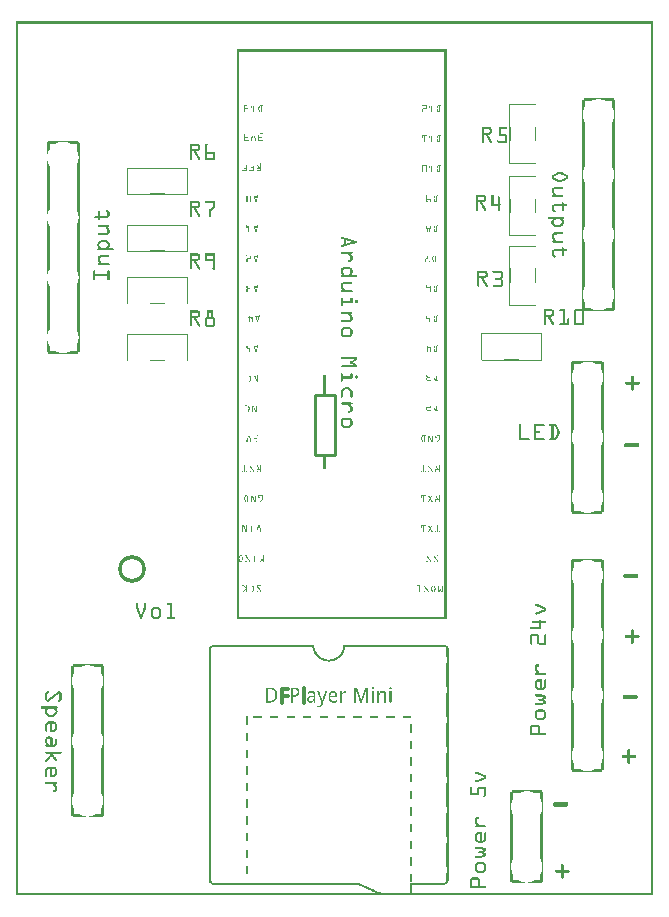
<source format=gto>
G04 MADE WITH FRITZING*
G04 WWW.FRITZING.ORG*
G04 DOUBLE SIDED*
G04 HOLES PLATED*
G04 CONTOUR ON CENTER OF CONTOUR VECTOR*
%ASAXBY*%
%FSLAX23Y23*%
%MOIN*%
%OFA0B0*%
%SFA1.0B1.0*%
%ADD10C,0.092000X0.068*%
%ADD11C,0.010000*%
%ADD12R,0.001000X0.001000*%
%LNSILK1*%
G90*
G70*
G54D10*
X385Y1089D03*
G54D11*
X1063Y1667D02*
X1063Y1467D01*
D02*
X1063Y1467D02*
X997Y1467D01*
D02*
X997Y1467D02*
X997Y1667D01*
D02*
X997Y1667D02*
X1063Y1667D01*
X888Y642D02*
X882Y642D01*
X882Y692D01*
X907Y692D01*
X907Y687D01*
X888Y686D01*
X888Y669D01*
X906Y669D01*
X906Y664D01*
X888Y663D01*
X888Y642D01*
D02*
X961Y642D02*
X955Y642D01*
X955Y695D01*
X961Y695D01*
X961Y642D01*
D02*
G54D12*
X0Y2913D02*
X2124Y2913D01*
X0Y2912D02*
X2124Y2912D01*
X0Y2911D02*
X2124Y2911D01*
X0Y2910D02*
X2124Y2910D01*
X0Y2909D02*
X2124Y2909D01*
X0Y2908D02*
X2124Y2908D01*
X0Y2907D02*
X2124Y2907D01*
X0Y2906D02*
X2124Y2906D01*
X0Y2905D02*
X7Y2905D01*
X2117Y2905D02*
X2124Y2905D01*
X0Y2904D02*
X7Y2904D01*
X2117Y2904D02*
X2124Y2904D01*
X0Y2903D02*
X7Y2903D01*
X2117Y2903D02*
X2124Y2903D01*
X0Y2902D02*
X7Y2902D01*
X2117Y2902D02*
X2124Y2902D01*
X0Y2901D02*
X7Y2901D01*
X2117Y2901D02*
X2124Y2901D01*
X0Y2900D02*
X7Y2900D01*
X2117Y2900D02*
X2124Y2900D01*
X0Y2899D02*
X7Y2899D01*
X2117Y2899D02*
X2124Y2899D01*
X0Y2898D02*
X7Y2898D01*
X2117Y2898D02*
X2124Y2898D01*
X0Y2897D02*
X7Y2897D01*
X2117Y2897D02*
X2124Y2897D01*
X0Y2896D02*
X7Y2896D01*
X2117Y2896D02*
X2124Y2896D01*
X0Y2895D02*
X7Y2895D01*
X2117Y2895D02*
X2124Y2895D01*
X0Y2894D02*
X7Y2894D01*
X2117Y2894D02*
X2124Y2894D01*
X0Y2893D02*
X7Y2893D01*
X2117Y2893D02*
X2124Y2893D01*
X0Y2892D02*
X7Y2892D01*
X2117Y2892D02*
X2124Y2892D01*
X0Y2891D02*
X7Y2891D01*
X2117Y2891D02*
X2124Y2891D01*
X0Y2890D02*
X7Y2890D01*
X2117Y2890D02*
X2124Y2890D01*
X0Y2889D02*
X7Y2889D01*
X2117Y2889D02*
X2124Y2889D01*
X0Y2888D02*
X7Y2888D01*
X2117Y2888D02*
X2124Y2888D01*
X0Y2887D02*
X7Y2887D01*
X2117Y2887D02*
X2124Y2887D01*
X0Y2886D02*
X7Y2886D01*
X2117Y2886D02*
X2124Y2886D01*
X0Y2885D02*
X7Y2885D01*
X2117Y2885D02*
X2124Y2885D01*
X0Y2884D02*
X7Y2884D01*
X2117Y2884D02*
X2124Y2884D01*
X0Y2883D02*
X7Y2883D01*
X2117Y2883D02*
X2124Y2883D01*
X0Y2882D02*
X7Y2882D01*
X2117Y2882D02*
X2124Y2882D01*
X0Y2881D02*
X7Y2881D01*
X2117Y2881D02*
X2124Y2881D01*
X0Y2880D02*
X7Y2880D01*
X2117Y2880D02*
X2124Y2880D01*
X0Y2879D02*
X7Y2879D01*
X2117Y2879D02*
X2124Y2879D01*
X0Y2878D02*
X7Y2878D01*
X2117Y2878D02*
X2124Y2878D01*
X0Y2877D02*
X7Y2877D01*
X2117Y2877D02*
X2124Y2877D01*
X0Y2876D02*
X7Y2876D01*
X2117Y2876D02*
X2124Y2876D01*
X0Y2875D02*
X7Y2875D01*
X2117Y2875D02*
X2124Y2875D01*
X0Y2874D02*
X7Y2874D01*
X2117Y2874D02*
X2124Y2874D01*
X0Y2873D02*
X7Y2873D01*
X2117Y2873D02*
X2124Y2873D01*
X0Y2872D02*
X7Y2872D01*
X2117Y2872D02*
X2124Y2872D01*
X0Y2871D02*
X7Y2871D01*
X2117Y2871D02*
X2124Y2871D01*
X0Y2870D02*
X7Y2870D01*
X2117Y2870D02*
X2124Y2870D01*
X0Y2869D02*
X7Y2869D01*
X2117Y2869D02*
X2124Y2869D01*
X0Y2868D02*
X7Y2868D01*
X2117Y2868D02*
X2124Y2868D01*
X0Y2867D02*
X7Y2867D01*
X2117Y2867D02*
X2124Y2867D01*
X0Y2866D02*
X7Y2866D01*
X2117Y2866D02*
X2124Y2866D01*
X0Y2865D02*
X7Y2865D01*
X2117Y2865D02*
X2124Y2865D01*
X0Y2864D02*
X7Y2864D01*
X2117Y2864D02*
X2124Y2864D01*
X0Y2863D02*
X7Y2863D01*
X2117Y2863D02*
X2124Y2863D01*
X0Y2862D02*
X7Y2862D01*
X2117Y2862D02*
X2124Y2862D01*
X0Y2861D02*
X7Y2861D01*
X2117Y2861D02*
X2124Y2861D01*
X0Y2860D02*
X7Y2860D01*
X2117Y2860D02*
X2124Y2860D01*
X0Y2859D02*
X7Y2859D01*
X2117Y2859D02*
X2124Y2859D01*
X0Y2858D02*
X7Y2858D01*
X2117Y2858D02*
X2124Y2858D01*
X0Y2857D02*
X7Y2857D01*
X2117Y2857D02*
X2124Y2857D01*
X0Y2856D02*
X7Y2856D01*
X2117Y2856D02*
X2124Y2856D01*
X0Y2855D02*
X7Y2855D01*
X2117Y2855D02*
X2124Y2855D01*
X0Y2854D02*
X7Y2854D01*
X2117Y2854D02*
X2124Y2854D01*
X0Y2853D02*
X7Y2853D01*
X2117Y2853D02*
X2124Y2853D01*
X0Y2852D02*
X7Y2852D01*
X2117Y2852D02*
X2124Y2852D01*
X0Y2851D02*
X7Y2851D01*
X2117Y2851D02*
X2124Y2851D01*
X0Y2850D02*
X7Y2850D01*
X2117Y2850D02*
X2124Y2850D01*
X0Y2849D02*
X7Y2849D01*
X2117Y2849D02*
X2124Y2849D01*
X0Y2848D02*
X7Y2848D01*
X2117Y2848D02*
X2124Y2848D01*
X0Y2847D02*
X7Y2847D01*
X2117Y2847D02*
X2124Y2847D01*
X0Y2846D02*
X7Y2846D01*
X2117Y2846D02*
X2124Y2846D01*
X0Y2845D02*
X7Y2845D01*
X2117Y2845D02*
X2124Y2845D01*
X0Y2844D02*
X7Y2844D01*
X2117Y2844D02*
X2124Y2844D01*
X0Y2843D02*
X7Y2843D01*
X2117Y2843D02*
X2124Y2843D01*
X0Y2842D02*
X7Y2842D01*
X2117Y2842D02*
X2124Y2842D01*
X0Y2841D02*
X7Y2841D01*
X2117Y2841D02*
X2124Y2841D01*
X0Y2840D02*
X7Y2840D01*
X2117Y2840D02*
X2124Y2840D01*
X0Y2839D02*
X7Y2839D01*
X2117Y2839D02*
X2124Y2839D01*
X0Y2838D02*
X7Y2838D01*
X2117Y2838D02*
X2124Y2838D01*
X0Y2837D02*
X7Y2837D01*
X2117Y2837D02*
X2124Y2837D01*
X0Y2836D02*
X7Y2836D01*
X2117Y2836D02*
X2124Y2836D01*
X0Y2835D02*
X7Y2835D01*
X2117Y2835D02*
X2124Y2835D01*
X0Y2834D02*
X7Y2834D01*
X2117Y2834D02*
X2124Y2834D01*
X0Y2833D02*
X7Y2833D01*
X2117Y2833D02*
X2124Y2833D01*
X0Y2832D02*
X7Y2832D01*
X2117Y2832D02*
X2124Y2832D01*
X0Y2831D02*
X7Y2831D01*
X2117Y2831D02*
X2124Y2831D01*
X0Y2830D02*
X7Y2830D01*
X2117Y2830D02*
X2124Y2830D01*
X0Y2829D02*
X7Y2829D01*
X2117Y2829D02*
X2124Y2829D01*
X0Y2828D02*
X7Y2828D01*
X2117Y2828D02*
X2124Y2828D01*
X0Y2827D02*
X7Y2827D01*
X2117Y2827D02*
X2124Y2827D01*
X0Y2826D02*
X7Y2826D01*
X2117Y2826D02*
X2124Y2826D01*
X0Y2825D02*
X7Y2825D01*
X2117Y2825D02*
X2124Y2825D01*
X0Y2824D02*
X7Y2824D01*
X2117Y2824D02*
X2124Y2824D01*
X0Y2823D02*
X7Y2823D01*
X2117Y2823D02*
X2124Y2823D01*
X0Y2822D02*
X7Y2822D01*
X2117Y2822D02*
X2124Y2822D01*
X0Y2821D02*
X7Y2821D01*
X2117Y2821D02*
X2124Y2821D01*
X0Y2820D02*
X7Y2820D01*
X2117Y2820D02*
X2124Y2820D01*
X0Y2819D02*
X7Y2819D01*
X737Y2819D02*
X1435Y2819D01*
X2117Y2819D02*
X2124Y2819D01*
X0Y2818D02*
X7Y2818D01*
X737Y2818D02*
X1435Y2818D01*
X2117Y2818D02*
X2124Y2818D01*
X0Y2817D02*
X7Y2817D01*
X737Y2817D02*
X1435Y2817D01*
X2117Y2817D02*
X2124Y2817D01*
X0Y2816D02*
X7Y2816D01*
X737Y2816D02*
X1435Y2816D01*
X2117Y2816D02*
X2124Y2816D01*
X0Y2815D02*
X7Y2815D01*
X737Y2815D02*
X1435Y2815D01*
X2117Y2815D02*
X2124Y2815D01*
X0Y2814D02*
X7Y2814D01*
X737Y2814D02*
X1435Y2814D01*
X2117Y2814D02*
X2124Y2814D01*
X0Y2813D02*
X7Y2813D01*
X737Y2813D02*
X1435Y2813D01*
X2117Y2813D02*
X2124Y2813D01*
X0Y2812D02*
X7Y2812D01*
X737Y2812D02*
X1435Y2812D01*
X2117Y2812D02*
X2124Y2812D01*
X0Y2811D02*
X7Y2811D01*
X737Y2811D02*
X744Y2811D01*
X1428Y2811D02*
X1435Y2811D01*
X2117Y2811D02*
X2124Y2811D01*
X0Y2810D02*
X7Y2810D01*
X737Y2810D02*
X744Y2810D01*
X1428Y2810D02*
X1435Y2810D01*
X2117Y2810D02*
X2124Y2810D01*
X0Y2809D02*
X7Y2809D01*
X737Y2809D02*
X744Y2809D01*
X1428Y2809D02*
X1435Y2809D01*
X2117Y2809D02*
X2124Y2809D01*
X0Y2808D02*
X7Y2808D01*
X737Y2808D02*
X744Y2808D01*
X1428Y2808D02*
X1435Y2808D01*
X2117Y2808D02*
X2124Y2808D01*
X0Y2807D02*
X7Y2807D01*
X737Y2807D02*
X744Y2807D01*
X1428Y2807D02*
X1435Y2807D01*
X2117Y2807D02*
X2124Y2807D01*
X0Y2806D02*
X7Y2806D01*
X737Y2806D02*
X744Y2806D01*
X1428Y2806D02*
X1435Y2806D01*
X2117Y2806D02*
X2124Y2806D01*
X0Y2805D02*
X7Y2805D01*
X737Y2805D02*
X744Y2805D01*
X1428Y2805D02*
X1435Y2805D01*
X2117Y2805D02*
X2124Y2805D01*
X0Y2804D02*
X7Y2804D01*
X737Y2804D02*
X744Y2804D01*
X1428Y2804D02*
X1435Y2804D01*
X2117Y2804D02*
X2124Y2804D01*
X0Y2803D02*
X7Y2803D01*
X737Y2803D02*
X744Y2803D01*
X1428Y2803D02*
X1435Y2803D01*
X2117Y2803D02*
X2124Y2803D01*
X0Y2802D02*
X7Y2802D01*
X737Y2802D02*
X744Y2802D01*
X1428Y2802D02*
X1435Y2802D01*
X2117Y2802D02*
X2124Y2802D01*
X0Y2801D02*
X7Y2801D01*
X737Y2801D02*
X744Y2801D01*
X1428Y2801D02*
X1435Y2801D01*
X2117Y2801D02*
X2124Y2801D01*
X0Y2800D02*
X7Y2800D01*
X737Y2800D02*
X744Y2800D01*
X1428Y2800D02*
X1435Y2800D01*
X2117Y2800D02*
X2124Y2800D01*
X0Y2799D02*
X7Y2799D01*
X737Y2799D02*
X744Y2799D01*
X1428Y2799D02*
X1435Y2799D01*
X2117Y2799D02*
X2124Y2799D01*
X0Y2798D02*
X7Y2798D01*
X737Y2798D02*
X744Y2798D01*
X1428Y2798D02*
X1435Y2798D01*
X2117Y2798D02*
X2124Y2798D01*
X0Y2797D02*
X7Y2797D01*
X737Y2797D02*
X744Y2797D01*
X1428Y2797D02*
X1435Y2797D01*
X2117Y2797D02*
X2124Y2797D01*
X0Y2796D02*
X7Y2796D01*
X737Y2796D02*
X744Y2796D01*
X1428Y2796D02*
X1435Y2796D01*
X2117Y2796D02*
X2124Y2796D01*
X0Y2795D02*
X7Y2795D01*
X737Y2795D02*
X744Y2795D01*
X1428Y2795D02*
X1435Y2795D01*
X2117Y2795D02*
X2124Y2795D01*
X0Y2794D02*
X7Y2794D01*
X737Y2794D02*
X744Y2794D01*
X1428Y2794D02*
X1435Y2794D01*
X2117Y2794D02*
X2124Y2794D01*
X0Y2793D02*
X7Y2793D01*
X737Y2793D02*
X744Y2793D01*
X1428Y2793D02*
X1435Y2793D01*
X2117Y2793D02*
X2124Y2793D01*
X0Y2792D02*
X7Y2792D01*
X737Y2792D02*
X744Y2792D01*
X1428Y2792D02*
X1435Y2792D01*
X2117Y2792D02*
X2124Y2792D01*
X0Y2791D02*
X7Y2791D01*
X737Y2791D02*
X744Y2791D01*
X1428Y2791D02*
X1435Y2791D01*
X2117Y2791D02*
X2124Y2791D01*
X0Y2790D02*
X7Y2790D01*
X737Y2790D02*
X744Y2790D01*
X1428Y2790D02*
X1435Y2790D01*
X2117Y2790D02*
X2124Y2790D01*
X0Y2789D02*
X7Y2789D01*
X737Y2789D02*
X744Y2789D01*
X1428Y2789D02*
X1435Y2789D01*
X2117Y2789D02*
X2124Y2789D01*
X0Y2788D02*
X7Y2788D01*
X737Y2788D02*
X744Y2788D01*
X1428Y2788D02*
X1435Y2788D01*
X2117Y2788D02*
X2124Y2788D01*
X0Y2787D02*
X7Y2787D01*
X737Y2787D02*
X744Y2787D01*
X1428Y2787D02*
X1435Y2787D01*
X2117Y2787D02*
X2124Y2787D01*
X0Y2786D02*
X7Y2786D01*
X737Y2786D02*
X744Y2786D01*
X1428Y2786D02*
X1435Y2786D01*
X2117Y2786D02*
X2124Y2786D01*
X0Y2785D02*
X7Y2785D01*
X737Y2785D02*
X744Y2785D01*
X1428Y2785D02*
X1435Y2785D01*
X2117Y2785D02*
X2124Y2785D01*
X0Y2784D02*
X7Y2784D01*
X737Y2784D02*
X744Y2784D01*
X1428Y2784D02*
X1435Y2784D01*
X2117Y2784D02*
X2124Y2784D01*
X0Y2783D02*
X7Y2783D01*
X737Y2783D02*
X744Y2783D01*
X1428Y2783D02*
X1435Y2783D01*
X2117Y2783D02*
X2124Y2783D01*
X0Y2782D02*
X7Y2782D01*
X737Y2782D02*
X744Y2782D01*
X1428Y2782D02*
X1435Y2782D01*
X2117Y2782D02*
X2124Y2782D01*
X0Y2781D02*
X7Y2781D01*
X737Y2781D02*
X744Y2781D01*
X1428Y2781D02*
X1435Y2781D01*
X2117Y2781D02*
X2124Y2781D01*
X0Y2780D02*
X7Y2780D01*
X737Y2780D02*
X744Y2780D01*
X1428Y2780D02*
X1435Y2780D01*
X2117Y2780D02*
X2124Y2780D01*
X0Y2779D02*
X7Y2779D01*
X737Y2779D02*
X744Y2779D01*
X1428Y2779D02*
X1435Y2779D01*
X2117Y2779D02*
X2124Y2779D01*
X0Y2778D02*
X7Y2778D01*
X737Y2778D02*
X744Y2778D01*
X1428Y2778D02*
X1435Y2778D01*
X2117Y2778D02*
X2124Y2778D01*
X0Y2777D02*
X7Y2777D01*
X737Y2777D02*
X744Y2777D01*
X1428Y2777D02*
X1435Y2777D01*
X2117Y2777D02*
X2124Y2777D01*
X0Y2776D02*
X7Y2776D01*
X737Y2776D02*
X744Y2776D01*
X1428Y2776D02*
X1435Y2776D01*
X2117Y2776D02*
X2124Y2776D01*
X0Y2775D02*
X7Y2775D01*
X737Y2775D02*
X744Y2775D01*
X1428Y2775D02*
X1435Y2775D01*
X2117Y2775D02*
X2124Y2775D01*
X0Y2774D02*
X7Y2774D01*
X737Y2774D02*
X744Y2774D01*
X1428Y2774D02*
X1435Y2774D01*
X2117Y2774D02*
X2124Y2774D01*
X0Y2773D02*
X7Y2773D01*
X737Y2773D02*
X744Y2773D01*
X1428Y2773D02*
X1435Y2773D01*
X2117Y2773D02*
X2124Y2773D01*
X0Y2772D02*
X7Y2772D01*
X737Y2772D02*
X744Y2772D01*
X1428Y2772D02*
X1435Y2772D01*
X2117Y2772D02*
X2124Y2772D01*
X0Y2771D02*
X7Y2771D01*
X737Y2771D02*
X744Y2771D01*
X1428Y2771D02*
X1435Y2771D01*
X2117Y2771D02*
X2124Y2771D01*
X0Y2770D02*
X7Y2770D01*
X737Y2770D02*
X744Y2770D01*
X1428Y2770D02*
X1435Y2770D01*
X2117Y2770D02*
X2124Y2770D01*
X0Y2769D02*
X7Y2769D01*
X737Y2769D02*
X744Y2769D01*
X1428Y2769D02*
X1435Y2769D01*
X2117Y2769D02*
X2124Y2769D01*
X0Y2768D02*
X7Y2768D01*
X737Y2768D02*
X744Y2768D01*
X1428Y2768D02*
X1435Y2768D01*
X2117Y2768D02*
X2124Y2768D01*
X0Y2767D02*
X7Y2767D01*
X737Y2767D02*
X744Y2767D01*
X1428Y2767D02*
X1435Y2767D01*
X2117Y2767D02*
X2124Y2767D01*
X0Y2766D02*
X7Y2766D01*
X737Y2766D02*
X744Y2766D01*
X1428Y2766D02*
X1435Y2766D01*
X2117Y2766D02*
X2124Y2766D01*
X0Y2765D02*
X7Y2765D01*
X737Y2765D02*
X744Y2765D01*
X1428Y2765D02*
X1435Y2765D01*
X2117Y2765D02*
X2124Y2765D01*
X0Y2764D02*
X7Y2764D01*
X737Y2764D02*
X744Y2764D01*
X1428Y2764D02*
X1435Y2764D01*
X2117Y2764D02*
X2124Y2764D01*
X0Y2763D02*
X7Y2763D01*
X737Y2763D02*
X744Y2763D01*
X1428Y2763D02*
X1435Y2763D01*
X2117Y2763D02*
X2124Y2763D01*
X0Y2762D02*
X7Y2762D01*
X737Y2762D02*
X744Y2762D01*
X1428Y2762D02*
X1435Y2762D01*
X2117Y2762D02*
X2124Y2762D01*
X0Y2761D02*
X7Y2761D01*
X737Y2761D02*
X744Y2761D01*
X1428Y2761D02*
X1435Y2761D01*
X2117Y2761D02*
X2124Y2761D01*
X0Y2760D02*
X7Y2760D01*
X737Y2760D02*
X744Y2760D01*
X1428Y2760D02*
X1435Y2760D01*
X2117Y2760D02*
X2124Y2760D01*
X0Y2759D02*
X7Y2759D01*
X737Y2759D02*
X744Y2759D01*
X1428Y2759D02*
X1435Y2759D01*
X2117Y2759D02*
X2124Y2759D01*
X0Y2758D02*
X7Y2758D01*
X737Y2758D02*
X744Y2758D01*
X1428Y2758D02*
X1435Y2758D01*
X2117Y2758D02*
X2124Y2758D01*
X0Y2757D02*
X7Y2757D01*
X737Y2757D02*
X744Y2757D01*
X1428Y2757D02*
X1435Y2757D01*
X2117Y2757D02*
X2124Y2757D01*
X0Y2756D02*
X7Y2756D01*
X737Y2756D02*
X744Y2756D01*
X1428Y2756D02*
X1435Y2756D01*
X2117Y2756D02*
X2124Y2756D01*
X0Y2755D02*
X7Y2755D01*
X737Y2755D02*
X744Y2755D01*
X1428Y2755D02*
X1435Y2755D01*
X2117Y2755D02*
X2124Y2755D01*
X0Y2754D02*
X7Y2754D01*
X737Y2754D02*
X744Y2754D01*
X1428Y2754D02*
X1435Y2754D01*
X2117Y2754D02*
X2124Y2754D01*
X0Y2753D02*
X7Y2753D01*
X737Y2753D02*
X744Y2753D01*
X1428Y2753D02*
X1435Y2753D01*
X2117Y2753D02*
X2124Y2753D01*
X0Y2752D02*
X7Y2752D01*
X737Y2752D02*
X744Y2752D01*
X1428Y2752D02*
X1435Y2752D01*
X2117Y2752D02*
X2124Y2752D01*
X0Y2751D02*
X7Y2751D01*
X737Y2751D02*
X744Y2751D01*
X1428Y2751D02*
X1435Y2751D01*
X2117Y2751D02*
X2124Y2751D01*
X0Y2750D02*
X7Y2750D01*
X737Y2750D02*
X744Y2750D01*
X1428Y2750D02*
X1435Y2750D01*
X2117Y2750D02*
X2124Y2750D01*
X0Y2749D02*
X7Y2749D01*
X737Y2749D02*
X744Y2749D01*
X1428Y2749D02*
X1435Y2749D01*
X2117Y2749D02*
X2124Y2749D01*
X0Y2748D02*
X7Y2748D01*
X737Y2748D02*
X744Y2748D01*
X1428Y2748D02*
X1435Y2748D01*
X2117Y2748D02*
X2124Y2748D01*
X0Y2747D02*
X7Y2747D01*
X737Y2747D02*
X744Y2747D01*
X1428Y2747D02*
X1435Y2747D01*
X2117Y2747D02*
X2124Y2747D01*
X0Y2746D02*
X7Y2746D01*
X737Y2746D02*
X744Y2746D01*
X1428Y2746D02*
X1435Y2746D01*
X2117Y2746D02*
X2124Y2746D01*
X0Y2745D02*
X7Y2745D01*
X737Y2745D02*
X744Y2745D01*
X1428Y2745D02*
X1435Y2745D01*
X2117Y2745D02*
X2124Y2745D01*
X0Y2744D02*
X7Y2744D01*
X737Y2744D02*
X744Y2744D01*
X1428Y2744D02*
X1435Y2744D01*
X2117Y2744D02*
X2124Y2744D01*
X0Y2743D02*
X7Y2743D01*
X737Y2743D02*
X744Y2743D01*
X1428Y2743D02*
X1435Y2743D01*
X2117Y2743D02*
X2124Y2743D01*
X0Y2742D02*
X7Y2742D01*
X737Y2742D02*
X744Y2742D01*
X1428Y2742D02*
X1435Y2742D01*
X2117Y2742D02*
X2124Y2742D01*
X0Y2741D02*
X7Y2741D01*
X737Y2741D02*
X744Y2741D01*
X1428Y2741D02*
X1435Y2741D01*
X2117Y2741D02*
X2124Y2741D01*
X0Y2740D02*
X7Y2740D01*
X737Y2740D02*
X744Y2740D01*
X1428Y2740D02*
X1435Y2740D01*
X2117Y2740D02*
X2124Y2740D01*
X0Y2739D02*
X7Y2739D01*
X737Y2739D02*
X744Y2739D01*
X1428Y2739D02*
X1435Y2739D01*
X2117Y2739D02*
X2124Y2739D01*
X0Y2738D02*
X7Y2738D01*
X737Y2738D02*
X744Y2738D01*
X1428Y2738D02*
X1435Y2738D01*
X2117Y2738D02*
X2124Y2738D01*
X0Y2737D02*
X7Y2737D01*
X737Y2737D02*
X744Y2737D01*
X1428Y2737D02*
X1435Y2737D01*
X2117Y2737D02*
X2124Y2737D01*
X0Y2736D02*
X7Y2736D01*
X737Y2736D02*
X744Y2736D01*
X1428Y2736D02*
X1435Y2736D01*
X2117Y2736D02*
X2124Y2736D01*
X0Y2735D02*
X7Y2735D01*
X737Y2735D02*
X744Y2735D01*
X1428Y2735D02*
X1435Y2735D01*
X2117Y2735D02*
X2124Y2735D01*
X0Y2734D02*
X7Y2734D01*
X737Y2734D02*
X744Y2734D01*
X1428Y2734D02*
X1435Y2734D01*
X2117Y2734D02*
X2124Y2734D01*
X0Y2733D02*
X7Y2733D01*
X737Y2733D02*
X744Y2733D01*
X1428Y2733D02*
X1435Y2733D01*
X2117Y2733D02*
X2124Y2733D01*
X0Y2732D02*
X7Y2732D01*
X737Y2732D02*
X744Y2732D01*
X1428Y2732D02*
X1435Y2732D01*
X2117Y2732D02*
X2124Y2732D01*
X0Y2731D02*
X7Y2731D01*
X737Y2731D02*
X744Y2731D01*
X1428Y2731D02*
X1435Y2731D01*
X2117Y2731D02*
X2124Y2731D01*
X0Y2730D02*
X7Y2730D01*
X737Y2730D02*
X744Y2730D01*
X1428Y2730D02*
X1435Y2730D01*
X2117Y2730D02*
X2124Y2730D01*
X0Y2729D02*
X7Y2729D01*
X737Y2729D02*
X744Y2729D01*
X1428Y2729D02*
X1435Y2729D01*
X2117Y2729D02*
X2124Y2729D01*
X0Y2728D02*
X7Y2728D01*
X737Y2728D02*
X744Y2728D01*
X1428Y2728D02*
X1435Y2728D01*
X2117Y2728D02*
X2124Y2728D01*
X0Y2727D02*
X7Y2727D01*
X737Y2727D02*
X744Y2727D01*
X1428Y2727D02*
X1435Y2727D01*
X2117Y2727D02*
X2124Y2727D01*
X0Y2726D02*
X7Y2726D01*
X737Y2726D02*
X744Y2726D01*
X1428Y2726D02*
X1435Y2726D01*
X2117Y2726D02*
X2124Y2726D01*
X0Y2725D02*
X7Y2725D01*
X737Y2725D02*
X744Y2725D01*
X1428Y2725D02*
X1435Y2725D01*
X2117Y2725D02*
X2124Y2725D01*
X0Y2724D02*
X7Y2724D01*
X737Y2724D02*
X744Y2724D01*
X1428Y2724D02*
X1435Y2724D01*
X2117Y2724D02*
X2124Y2724D01*
X0Y2723D02*
X7Y2723D01*
X737Y2723D02*
X744Y2723D01*
X1428Y2723D02*
X1435Y2723D01*
X2117Y2723D02*
X2124Y2723D01*
X0Y2722D02*
X7Y2722D01*
X737Y2722D02*
X744Y2722D01*
X1428Y2722D02*
X1435Y2722D01*
X2117Y2722D02*
X2124Y2722D01*
X0Y2721D02*
X7Y2721D01*
X737Y2721D02*
X744Y2721D01*
X1428Y2721D02*
X1435Y2721D01*
X2117Y2721D02*
X2124Y2721D01*
X0Y2720D02*
X7Y2720D01*
X737Y2720D02*
X744Y2720D01*
X1428Y2720D02*
X1435Y2720D01*
X2117Y2720D02*
X2124Y2720D01*
X0Y2719D02*
X7Y2719D01*
X737Y2719D02*
X744Y2719D01*
X1428Y2719D02*
X1435Y2719D01*
X2117Y2719D02*
X2124Y2719D01*
X0Y2718D02*
X7Y2718D01*
X737Y2718D02*
X744Y2718D01*
X1428Y2718D02*
X1435Y2718D01*
X2117Y2718D02*
X2124Y2718D01*
X0Y2717D02*
X7Y2717D01*
X737Y2717D02*
X744Y2717D01*
X1428Y2717D02*
X1435Y2717D01*
X2117Y2717D02*
X2124Y2717D01*
X0Y2716D02*
X7Y2716D01*
X737Y2716D02*
X744Y2716D01*
X1428Y2716D02*
X1435Y2716D01*
X2117Y2716D02*
X2124Y2716D01*
X0Y2715D02*
X7Y2715D01*
X737Y2715D02*
X744Y2715D01*
X1428Y2715D02*
X1435Y2715D01*
X2117Y2715D02*
X2124Y2715D01*
X0Y2714D02*
X7Y2714D01*
X737Y2714D02*
X744Y2714D01*
X1428Y2714D02*
X1435Y2714D01*
X2117Y2714D02*
X2124Y2714D01*
X0Y2713D02*
X7Y2713D01*
X737Y2713D02*
X744Y2713D01*
X1428Y2713D02*
X1435Y2713D01*
X2117Y2713D02*
X2124Y2713D01*
X0Y2712D02*
X7Y2712D01*
X737Y2712D02*
X744Y2712D01*
X1428Y2712D02*
X1435Y2712D01*
X2117Y2712D02*
X2124Y2712D01*
X0Y2711D02*
X7Y2711D01*
X737Y2711D02*
X744Y2711D01*
X1428Y2711D02*
X1435Y2711D01*
X2117Y2711D02*
X2124Y2711D01*
X0Y2710D02*
X7Y2710D01*
X737Y2710D02*
X744Y2710D01*
X1428Y2710D02*
X1435Y2710D01*
X2117Y2710D02*
X2124Y2710D01*
X0Y2709D02*
X7Y2709D01*
X737Y2709D02*
X744Y2709D01*
X1428Y2709D02*
X1435Y2709D01*
X2117Y2709D02*
X2124Y2709D01*
X0Y2708D02*
X7Y2708D01*
X737Y2708D02*
X744Y2708D01*
X1428Y2708D02*
X1435Y2708D01*
X2117Y2708D02*
X2124Y2708D01*
X0Y2707D02*
X7Y2707D01*
X737Y2707D02*
X744Y2707D01*
X1428Y2707D02*
X1435Y2707D01*
X2117Y2707D02*
X2124Y2707D01*
X0Y2706D02*
X7Y2706D01*
X737Y2706D02*
X744Y2706D01*
X1428Y2706D02*
X1435Y2706D01*
X2117Y2706D02*
X2124Y2706D01*
X0Y2705D02*
X7Y2705D01*
X737Y2705D02*
X744Y2705D01*
X1428Y2705D02*
X1435Y2705D01*
X2117Y2705D02*
X2124Y2705D01*
X0Y2704D02*
X7Y2704D01*
X737Y2704D02*
X744Y2704D01*
X1428Y2704D02*
X1435Y2704D01*
X2117Y2704D02*
X2124Y2704D01*
X0Y2703D02*
X7Y2703D01*
X737Y2703D02*
X744Y2703D01*
X1428Y2703D02*
X1435Y2703D01*
X2117Y2703D02*
X2124Y2703D01*
X0Y2702D02*
X7Y2702D01*
X737Y2702D02*
X744Y2702D01*
X1428Y2702D02*
X1435Y2702D01*
X2117Y2702D02*
X2124Y2702D01*
X0Y2701D02*
X7Y2701D01*
X737Y2701D02*
X744Y2701D01*
X1428Y2701D02*
X1435Y2701D01*
X2117Y2701D02*
X2124Y2701D01*
X0Y2700D02*
X7Y2700D01*
X737Y2700D02*
X744Y2700D01*
X1428Y2700D02*
X1435Y2700D01*
X2117Y2700D02*
X2124Y2700D01*
X0Y2699D02*
X7Y2699D01*
X737Y2699D02*
X744Y2699D01*
X1428Y2699D02*
X1435Y2699D01*
X2117Y2699D02*
X2124Y2699D01*
X0Y2698D02*
X7Y2698D01*
X737Y2698D02*
X744Y2698D01*
X1428Y2698D02*
X1435Y2698D01*
X2117Y2698D02*
X2124Y2698D01*
X0Y2697D02*
X7Y2697D01*
X737Y2697D02*
X744Y2697D01*
X1428Y2697D02*
X1435Y2697D01*
X2117Y2697D02*
X2124Y2697D01*
X0Y2696D02*
X7Y2696D01*
X737Y2696D02*
X744Y2696D01*
X1428Y2696D02*
X1435Y2696D01*
X2117Y2696D02*
X2124Y2696D01*
X0Y2695D02*
X7Y2695D01*
X737Y2695D02*
X744Y2695D01*
X1428Y2695D02*
X1435Y2695D01*
X2117Y2695D02*
X2124Y2695D01*
X0Y2694D02*
X7Y2694D01*
X737Y2694D02*
X744Y2694D01*
X1428Y2694D02*
X1435Y2694D01*
X2117Y2694D02*
X2124Y2694D01*
X0Y2693D02*
X7Y2693D01*
X737Y2693D02*
X744Y2693D01*
X1428Y2693D02*
X1435Y2693D01*
X2117Y2693D02*
X2124Y2693D01*
X0Y2692D02*
X7Y2692D01*
X737Y2692D02*
X744Y2692D01*
X1428Y2692D02*
X1435Y2692D01*
X2117Y2692D02*
X2124Y2692D01*
X0Y2691D02*
X7Y2691D01*
X737Y2691D02*
X744Y2691D01*
X1428Y2691D02*
X1435Y2691D01*
X2117Y2691D02*
X2124Y2691D01*
X0Y2690D02*
X7Y2690D01*
X737Y2690D02*
X744Y2690D01*
X1428Y2690D02*
X1435Y2690D01*
X2117Y2690D02*
X2124Y2690D01*
X0Y2689D02*
X7Y2689D01*
X737Y2689D02*
X744Y2689D01*
X1428Y2689D02*
X1435Y2689D01*
X2117Y2689D02*
X2124Y2689D01*
X0Y2688D02*
X7Y2688D01*
X737Y2688D02*
X744Y2688D01*
X1428Y2688D02*
X1435Y2688D01*
X2117Y2688D02*
X2124Y2688D01*
X0Y2687D02*
X7Y2687D01*
X737Y2687D02*
X744Y2687D01*
X1428Y2687D02*
X1435Y2687D01*
X2117Y2687D02*
X2124Y2687D01*
X0Y2686D02*
X7Y2686D01*
X737Y2686D02*
X744Y2686D01*
X1428Y2686D02*
X1435Y2686D01*
X2117Y2686D02*
X2124Y2686D01*
X0Y2685D02*
X7Y2685D01*
X737Y2685D02*
X744Y2685D01*
X1428Y2685D02*
X1435Y2685D01*
X2117Y2685D02*
X2124Y2685D01*
X0Y2684D02*
X7Y2684D01*
X737Y2684D02*
X744Y2684D01*
X1428Y2684D02*
X1435Y2684D01*
X2117Y2684D02*
X2124Y2684D01*
X0Y2683D02*
X7Y2683D01*
X737Y2683D02*
X744Y2683D01*
X1428Y2683D02*
X1435Y2683D01*
X2117Y2683D02*
X2124Y2683D01*
X0Y2682D02*
X7Y2682D01*
X737Y2682D02*
X744Y2682D01*
X1428Y2682D02*
X1435Y2682D01*
X2117Y2682D02*
X2124Y2682D01*
X0Y2681D02*
X7Y2681D01*
X737Y2681D02*
X744Y2681D01*
X1428Y2681D02*
X1435Y2681D01*
X2117Y2681D02*
X2124Y2681D01*
X0Y2680D02*
X7Y2680D01*
X737Y2680D02*
X744Y2680D01*
X1428Y2680D02*
X1435Y2680D01*
X2117Y2680D02*
X2124Y2680D01*
X0Y2679D02*
X7Y2679D01*
X737Y2679D02*
X744Y2679D01*
X1428Y2679D02*
X1435Y2679D01*
X2117Y2679D02*
X2124Y2679D01*
X0Y2678D02*
X7Y2678D01*
X737Y2678D02*
X744Y2678D01*
X1428Y2678D02*
X1435Y2678D01*
X2117Y2678D02*
X2124Y2678D01*
X0Y2677D02*
X7Y2677D01*
X737Y2677D02*
X744Y2677D01*
X1428Y2677D02*
X1435Y2677D01*
X2117Y2677D02*
X2124Y2677D01*
X0Y2676D02*
X7Y2676D01*
X737Y2676D02*
X744Y2676D01*
X1428Y2676D02*
X1435Y2676D01*
X2117Y2676D02*
X2124Y2676D01*
X0Y2675D02*
X7Y2675D01*
X737Y2675D02*
X744Y2675D01*
X1428Y2675D02*
X1435Y2675D01*
X2117Y2675D02*
X2124Y2675D01*
X0Y2674D02*
X7Y2674D01*
X737Y2674D02*
X744Y2674D01*
X1428Y2674D02*
X1435Y2674D01*
X2117Y2674D02*
X2124Y2674D01*
X0Y2673D02*
X7Y2673D01*
X737Y2673D02*
X744Y2673D01*
X1428Y2673D02*
X1435Y2673D01*
X2117Y2673D02*
X2124Y2673D01*
X0Y2672D02*
X7Y2672D01*
X737Y2672D02*
X744Y2672D01*
X1428Y2672D02*
X1435Y2672D01*
X2117Y2672D02*
X2124Y2672D01*
X0Y2671D02*
X7Y2671D01*
X737Y2671D02*
X744Y2671D01*
X1428Y2671D02*
X1435Y2671D01*
X2117Y2671D02*
X2124Y2671D01*
X0Y2670D02*
X7Y2670D01*
X737Y2670D02*
X744Y2670D01*
X1428Y2670D02*
X1435Y2670D01*
X2117Y2670D02*
X2124Y2670D01*
X0Y2669D02*
X7Y2669D01*
X737Y2669D02*
X744Y2669D01*
X1428Y2669D02*
X1435Y2669D01*
X2117Y2669D02*
X2124Y2669D01*
X0Y2668D02*
X7Y2668D01*
X737Y2668D02*
X744Y2668D01*
X1428Y2668D02*
X1435Y2668D01*
X2117Y2668D02*
X2124Y2668D01*
X0Y2667D02*
X7Y2667D01*
X737Y2667D02*
X744Y2667D01*
X1428Y2667D02*
X1435Y2667D01*
X2117Y2667D02*
X2124Y2667D01*
X0Y2666D02*
X7Y2666D01*
X737Y2666D02*
X744Y2666D01*
X1428Y2666D02*
X1435Y2666D01*
X2117Y2666D02*
X2124Y2666D01*
X0Y2665D02*
X7Y2665D01*
X737Y2665D02*
X744Y2665D01*
X1428Y2665D02*
X1435Y2665D01*
X2117Y2665D02*
X2124Y2665D01*
X0Y2664D02*
X7Y2664D01*
X737Y2664D02*
X744Y2664D01*
X1428Y2664D02*
X1435Y2664D01*
X2117Y2664D02*
X2124Y2664D01*
X0Y2663D02*
X7Y2663D01*
X737Y2663D02*
X744Y2663D01*
X1428Y2663D02*
X1435Y2663D01*
X2117Y2663D02*
X2124Y2663D01*
X0Y2662D02*
X7Y2662D01*
X737Y2662D02*
X744Y2662D01*
X1428Y2662D02*
X1435Y2662D01*
X2117Y2662D02*
X2124Y2662D01*
X0Y2661D02*
X7Y2661D01*
X737Y2661D02*
X744Y2661D01*
X1428Y2661D02*
X1435Y2661D01*
X2117Y2661D02*
X2124Y2661D01*
X0Y2660D02*
X7Y2660D01*
X737Y2660D02*
X744Y2660D01*
X1428Y2660D02*
X1435Y2660D01*
X2117Y2660D02*
X2124Y2660D01*
X0Y2659D02*
X7Y2659D01*
X737Y2659D02*
X744Y2659D01*
X1428Y2659D02*
X1435Y2659D01*
X2117Y2659D02*
X2124Y2659D01*
X0Y2658D02*
X7Y2658D01*
X737Y2658D02*
X744Y2658D01*
X1428Y2658D02*
X1435Y2658D01*
X2117Y2658D02*
X2124Y2658D01*
X0Y2657D02*
X7Y2657D01*
X737Y2657D02*
X744Y2657D01*
X1428Y2657D02*
X1435Y2657D01*
X2117Y2657D02*
X2124Y2657D01*
X0Y2656D02*
X7Y2656D01*
X737Y2656D02*
X744Y2656D01*
X1428Y2656D02*
X1435Y2656D01*
X1892Y2656D02*
X1991Y2656D01*
X2117Y2656D02*
X2124Y2656D01*
X0Y2655D02*
X7Y2655D01*
X737Y2655D02*
X744Y2655D01*
X1428Y2655D02*
X1435Y2655D01*
X1892Y2655D02*
X1991Y2655D01*
X2117Y2655D02*
X2124Y2655D01*
X0Y2654D02*
X7Y2654D01*
X737Y2654D02*
X744Y2654D01*
X1428Y2654D02*
X1435Y2654D01*
X1892Y2654D02*
X1991Y2654D01*
X2117Y2654D02*
X2124Y2654D01*
X0Y2653D02*
X7Y2653D01*
X737Y2653D02*
X744Y2653D01*
X1428Y2653D02*
X1435Y2653D01*
X1892Y2653D02*
X1932Y2653D01*
X1950Y2653D02*
X1991Y2653D01*
X2117Y2653D02*
X2124Y2653D01*
X0Y2652D02*
X7Y2652D01*
X737Y2652D02*
X744Y2652D01*
X1428Y2652D02*
X1435Y2652D01*
X1892Y2652D02*
X1927Y2652D01*
X1955Y2652D02*
X1991Y2652D01*
X2117Y2652D02*
X2124Y2652D01*
X0Y2651D02*
X7Y2651D01*
X737Y2651D02*
X744Y2651D01*
X1428Y2651D02*
X1435Y2651D01*
X1887Y2651D02*
X1924Y2651D01*
X1958Y2651D02*
X1996Y2651D01*
X2117Y2651D02*
X2124Y2651D01*
X0Y2650D02*
X7Y2650D01*
X737Y2650D02*
X744Y2650D01*
X1428Y2650D02*
X1435Y2650D01*
X1887Y2650D02*
X1921Y2650D01*
X1961Y2650D02*
X1996Y2650D01*
X2117Y2650D02*
X2124Y2650D01*
X0Y2649D02*
X7Y2649D01*
X737Y2649D02*
X744Y2649D01*
X1428Y2649D02*
X1435Y2649D01*
X1887Y2649D02*
X1919Y2649D01*
X1963Y2649D02*
X1996Y2649D01*
X2117Y2649D02*
X2124Y2649D01*
X0Y2648D02*
X7Y2648D01*
X737Y2648D02*
X744Y2648D01*
X1428Y2648D02*
X1435Y2648D01*
X1887Y2648D02*
X1917Y2648D01*
X1965Y2648D02*
X1996Y2648D01*
X2117Y2648D02*
X2124Y2648D01*
X0Y2647D02*
X7Y2647D01*
X737Y2647D02*
X744Y2647D01*
X1428Y2647D02*
X1435Y2647D01*
X1887Y2647D02*
X1915Y2647D01*
X1967Y2647D02*
X1996Y2647D01*
X2117Y2647D02*
X2124Y2647D01*
X0Y2646D02*
X7Y2646D01*
X737Y2646D02*
X744Y2646D01*
X1428Y2646D02*
X1435Y2646D01*
X1887Y2646D02*
X1896Y2646D01*
X1987Y2646D02*
X1996Y2646D01*
X2117Y2646D02*
X2124Y2646D01*
X0Y2645D02*
X7Y2645D01*
X737Y2645D02*
X744Y2645D01*
X1428Y2645D02*
X1435Y2645D01*
X1887Y2645D02*
X1896Y2645D01*
X1987Y2645D02*
X1996Y2645D01*
X2117Y2645D02*
X2124Y2645D01*
X0Y2644D02*
X7Y2644D01*
X737Y2644D02*
X744Y2644D01*
X1428Y2644D02*
X1435Y2644D01*
X1887Y2644D02*
X1896Y2644D01*
X1987Y2644D02*
X1996Y2644D01*
X2117Y2644D02*
X2124Y2644D01*
X0Y2643D02*
X7Y2643D01*
X737Y2643D02*
X744Y2643D01*
X1428Y2643D02*
X1435Y2643D01*
X1887Y2643D02*
X1896Y2643D01*
X1987Y2643D02*
X1996Y2643D01*
X2117Y2643D02*
X2124Y2643D01*
X0Y2642D02*
X7Y2642D01*
X737Y2642D02*
X744Y2642D01*
X1428Y2642D02*
X1435Y2642D01*
X1887Y2642D02*
X1896Y2642D01*
X1987Y2642D02*
X1996Y2642D01*
X2117Y2642D02*
X2124Y2642D01*
X0Y2641D02*
X7Y2641D01*
X737Y2641D02*
X744Y2641D01*
X1428Y2641D02*
X1435Y2641D01*
X1887Y2641D02*
X1896Y2641D01*
X1987Y2641D02*
X1996Y2641D01*
X2117Y2641D02*
X2124Y2641D01*
X0Y2640D02*
X7Y2640D01*
X737Y2640D02*
X744Y2640D01*
X1428Y2640D02*
X1435Y2640D01*
X1887Y2640D02*
X1896Y2640D01*
X1987Y2640D02*
X1996Y2640D01*
X2117Y2640D02*
X2124Y2640D01*
X0Y2639D02*
X7Y2639D01*
X737Y2639D02*
X744Y2639D01*
X1428Y2639D02*
X1435Y2639D01*
X1887Y2639D02*
X1896Y2639D01*
X1987Y2639D02*
X1996Y2639D01*
X2117Y2639D02*
X2124Y2639D01*
X0Y2638D02*
X7Y2638D01*
X737Y2638D02*
X744Y2638D01*
X1428Y2638D02*
X1435Y2638D01*
X1645Y2638D02*
X1734Y2638D01*
X1887Y2638D02*
X1896Y2638D01*
X1987Y2638D02*
X1996Y2638D01*
X2117Y2638D02*
X2124Y2638D01*
X0Y2637D02*
X7Y2637D01*
X737Y2637D02*
X744Y2637D01*
X1428Y2637D02*
X1435Y2637D01*
X1645Y2637D02*
X1734Y2637D01*
X1887Y2637D02*
X1896Y2637D01*
X1987Y2637D02*
X1996Y2637D01*
X2117Y2637D02*
X2124Y2637D01*
X0Y2636D02*
X7Y2636D01*
X737Y2636D02*
X744Y2636D01*
X1428Y2636D02*
X1435Y2636D01*
X1645Y2636D02*
X1734Y2636D01*
X1887Y2636D02*
X1896Y2636D01*
X1987Y2636D02*
X1996Y2636D01*
X2117Y2636D02*
X2124Y2636D01*
X0Y2635D02*
X7Y2635D01*
X737Y2635D02*
X744Y2635D01*
X1428Y2635D02*
X1435Y2635D01*
X1645Y2635D02*
X1646Y2635D01*
X1732Y2635D02*
X1734Y2635D01*
X1887Y2635D02*
X1896Y2635D01*
X1987Y2635D02*
X1996Y2635D01*
X2117Y2635D02*
X2124Y2635D01*
X0Y2634D02*
X7Y2634D01*
X737Y2634D02*
X744Y2634D01*
X761Y2634D02*
X767Y2634D01*
X813Y2634D02*
X822Y2634D01*
X1355Y2634D02*
X1367Y2634D01*
X1408Y2634D02*
X1416Y2634D01*
X1428Y2634D02*
X1435Y2634D01*
X1645Y2634D02*
X1646Y2634D01*
X1732Y2634D02*
X1734Y2634D01*
X1887Y2634D02*
X1896Y2634D01*
X1987Y2634D02*
X1996Y2634D01*
X2117Y2634D02*
X2124Y2634D01*
X0Y2633D02*
X7Y2633D01*
X737Y2633D02*
X744Y2633D01*
X760Y2633D02*
X769Y2633D01*
X812Y2633D02*
X822Y2633D01*
X1355Y2633D02*
X1369Y2633D01*
X1406Y2633D02*
X1417Y2633D01*
X1428Y2633D02*
X1435Y2633D01*
X1645Y2633D02*
X1646Y2633D01*
X1732Y2633D02*
X1734Y2633D01*
X1887Y2633D02*
X1896Y2633D01*
X1987Y2633D02*
X1996Y2633D01*
X2117Y2633D02*
X2124Y2633D01*
X0Y2632D02*
X7Y2632D01*
X737Y2632D02*
X744Y2632D01*
X760Y2632D02*
X772Y2632D01*
X811Y2632D02*
X822Y2632D01*
X1355Y2632D02*
X1370Y2632D01*
X1406Y2632D02*
X1416Y2632D01*
X1428Y2632D02*
X1435Y2632D01*
X1645Y2632D02*
X1646Y2632D01*
X1732Y2632D02*
X1734Y2632D01*
X1887Y2632D02*
X1896Y2632D01*
X1987Y2632D02*
X1996Y2632D01*
X2117Y2632D02*
X2124Y2632D01*
X0Y2631D02*
X7Y2631D01*
X737Y2631D02*
X744Y2631D01*
X760Y2631D02*
X762Y2631D01*
X810Y2631D02*
X813Y2631D01*
X817Y2631D02*
X819Y2631D01*
X1368Y2631D02*
X1370Y2631D01*
X1405Y2631D02*
X1408Y2631D01*
X1411Y2631D02*
X1414Y2631D01*
X1428Y2631D02*
X1435Y2631D01*
X1645Y2631D02*
X1646Y2631D01*
X1732Y2631D02*
X1734Y2631D01*
X1887Y2631D02*
X1896Y2631D01*
X1987Y2631D02*
X1996Y2631D01*
X2117Y2631D02*
X2124Y2631D01*
X0Y2630D02*
X7Y2630D01*
X737Y2630D02*
X744Y2630D01*
X760Y2630D02*
X762Y2630D01*
X810Y2630D02*
X813Y2630D01*
X817Y2630D02*
X819Y2630D01*
X1368Y2630D02*
X1370Y2630D01*
X1378Y2630D02*
X1379Y2630D01*
X1405Y2630D02*
X1407Y2630D01*
X1411Y2630D02*
X1414Y2630D01*
X1428Y2630D02*
X1435Y2630D01*
X1645Y2630D02*
X1646Y2630D01*
X1732Y2630D02*
X1734Y2630D01*
X1887Y2630D02*
X1896Y2630D01*
X1987Y2630D02*
X1996Y2630D01*
X2117Y2630D02*
X2124Y2630D01*
X0Y2629D02*
X7Y2629D01*
X737Y2629D02*
X744Y2629D01*
X760Y2629D02*
X762Y2629D01*
X783Y2629D02*
X786Y2629D01*
X790Y2629D02*
X792Y2629D01*
X809Y2629D02*
X812Y2629D01*
X817Y2629D02*
X819Y2629D01*
X1368Y2629D02*
X1370Y2629D01*
X1378Y2629D02*
X1380Y2629D01*
X1385Y2629D02*
X1387Y2629D01*
X1404Y2629D02*
X1407Y2629D01*
X1411Y2629D02*
X1414Y2629D01*
X1428Y2629D02*
X1435Y2629D01*
X1645Y2629D02*
X1646Y2629D01*
X1732Y2629D02*
X1734Y2629D01*
X1887Y2629D02*
X1896Y2629D01*
X1987Y2629D02*
X1996Y2629D01*
X2117Y2629D02*
X2124Y2629D01*
X0Y2628D02*
X7Y2628D01*
X737Y2628D02*
X744Y2628D01*
X760Y2628D02*
X762Y2628D01*
X783Y2628D02*
X786Y2628D01*
X790Y2628D02*
X792Y2628D01*
X809Y2628D02*
X812Y2628D01*
X817Y2628D02*
X819Y2628D01*
X1368Y2628D02*
X1370Y2628D01*
X1378Y2628D02*
X1380Y2628D01*
X1385Y2628D02*
X1387Y2628D01*
X1404Y2628D02*
X1406Y2628D01*
X1411Y2628D02*
X1414Y2628D01*
X1428Y2628D02*
X1435Y2628D01*
X1645Y2628D02*
X1646Y2628D01*
X1732Y2628D02*
X1734Y2628D01*
X1887Y2628D02*
X1896Y2628D01*
X1987Y2628D02*
X1996Y2628D01*
X2117Y2628D02*
X2124Y2628D01*
X0Y2627D02*
X7Y2627D01*
X737Y2627D02*
X744Y2627D01*
X760Y2627D02*
X762Y2627D01*
X783Y2627D02*
X786Y2627D01*
X790Y2627D02*
X792Y2627D01*
X808Y2627D02*
X811Y2627D01*
X817Y2627D02*
X819Y2627D01*
X1368Y2627D02*
X1370Y2627D01*
X1378Y2627D02*
X1380Y2627D01*
X1385Y2627D02*
X1387Y2627D01*
X1403Y2627D02*
X1406Y2627D01*
X1411Y2627D02*
X1414Y2627D01*
X1428Y2627D02*
X1435Y2627D01*
X1645Y2627D02*
X1646Y2627D01*
X1732Y2627D02*
X1734Y2627D01*
X1887Y2627D02*
X1895Y2627D01*
X1987Y2627D02*
X1996Y2627D01*
X2117Y2627D02*
X2124Y2627D01*
X0Y2626D02*
X7Y2626D01*
X737Y2626D02*
X744Y2626D01*
X760Y2626D02*
X762Y2626D01*
X783Y2626D02*
X786Y2626D01*
X790Y2626D02*
X792Y2626D01*
X808Y2626D02*
X811Y2626D01*
X817Y2626D02*
X819Y2626D01*
X1368Y2626D02*
X1370Y2626D01*
X1378Y2626D02*
X1380Y2626D01*
X1385Y2626D02*
X1387Y2626D01*
X1403Y2626D02*
X1405Y2626D01*
X1411Y2626D02*
X1414Y2626D01*
X1428Y2626D02*
X1435Y2626D01*
X1645Y2626D02*
X1646Y2626D01*
X1732Y2626D02*
X1734Y2626D01*
X1887Y2626D02*
X1894Y2626D01*
X1988Y2626D02*
X1996Y2626D01*
X2117Y2626D02*
X2124Y2626D01*
X0Y2625D02*
X7Y2625D01*
X737Y2625D02*
X744Y2625D01*
X760Y2625D02*
X762Y2625D01*
X783Y2625D02*
X786Y2625D01*
X790Y2625D02*
X792Y2625D01*
X808Y2625D02*
X810Y2625D01*
X817Y2625D02*
X819Y2625D01*
X1368Y2625D02*
X1370Y2625D01*
X1378Y2625D02*
X1380Y2625D01*
X1385Y2625D02*
X1387Y2625D01*
X1402Y2625D02*
X1405Y2625D01*
X1411Y2625D02*
X1414Y2625D01*
X1428Y2625D02*
X1435Y2625D01*
X1645Y2625D02*
X1646Y2625D01*
X1732Y2625D02*
X1734Y2625D01*
X1887Y2625D02*
X1894Y2625D01*
X1988Y2625D02*
X1996Y2625D01*
X2117Y2625D02*
X2124Y2625D01*
X0Y2624D02*
X7Y2624D01*
X737Y2624D02*
X744Y2624D01*
X760Y2624D02*
X763Y2624D01*
X784Y2624D02*
X785Y2624D01*
X790Y2624D02*
X792Y2624D01*
X807Y2624D02*
X810Y2624D01*
X817Y2624D02*
X819Y2624D01*
X1367Y2624D02*
X1370Y2624D01*
X1378Y2624D02*
X1380Y2624D01*
X1385Y2624D02*
X1387Y2624D01*
X1402Y2624D02*
X1404Y2624D01*
X1411Y2624D02*
X1414Y2624D01*
X1428Y2624D02*
X1435Y2624D01*
X1645Y2624D02*
X1646Y2624D01*
X1732Y2624D02*
X1734Y2624D01*
X1887Y2624D02*
X1893Y2624D01*
X1989Y2624D02*
X1996Y2624D01*
X2117Y2624D02*
X2124Y2624D01*
X0Y2623D02*
X7Y2623D01*
X737Y2623D02*
X744Y2623D01*
X761Y2623D02*
X772Y2623D01*
X790Y2623D02*
X792Y2623D01*
X807Y2623D02*
X809Y2623D01*
X817Y2623D02*
X819Y2623D01*
X1356Y2623D02*
X1370Y2623D01*
X1385Y2623D02*
X1387Y2623D01*
X1402Y2623D02*
X1404Y2623D01*
X1411Y2623D02*
X1414Y2623D01*
X1428Y2623D02*
X1435Y2623D01*
X1645Y2623D02*
X1646Y2623D01*
X1732Y2623D02*
X1734Y2623D01*
X1887Y2623D02*
X1893Y2623D01*
X1989Y2623D02*
X1996Y2623D01*
X2117Y2623D02*
X2124Y2623D01*
X0Y2622D02*
X7Y2622D01*
X737Y2622D02*
X744Y2622D01*
X761Y2622D02*
X772Y2622D01*
X790Y2622D02*
X792Y2622D01*
X807Y2622D02*
X809Y2622D01*
X817Y2622D02*
X819Y2622D01*
X1355Y2622D02*
X1369Y2622D01*
X1385Y2622D02*
X1387Y2622D01*
X1402Y2622D02*
X1404Y2622D01*
X1411Y2622D02*
X1414Y2622D01*
X1428Y2622D02*
X1435Y2622D01*
X1645Y2622D02*
X1646Y2622D01*
X1732Y2622D02*
X1734Y2622D01*
X1887Y2622D02*
X1892Y2622D01*
X1990Y2622D02*
X1996Y2622D01*
X2117Y2622D02*
X2124Y2622D01*
X0Y2621D02*
X7Y2621D01*
X737Y2621D02*
X744Y2621D01*
X761Y2621D02*
X771Y2621D01*
X790Y2621D02*
X792Y2621D01*
X807Y2621D02*
X809Y2621D01*
X817Y2621D02*
X819Y2621D01*
X1355Y2621D02*
X1368Y2621D01*
X1385Y2621D02*
X1387Y2621D01*
X1402Y2621D02*
X1404Y2621D01*
X1411Y2621D02*
X1414Y2621D01*
X1428Y2621D02*
X1435Y2621D01*
X1645Y2621D02*
X1646Y2621D01*
X1732Y2621D02*
X1734Y2621D01*
X1887Y2621D02*
X1892Y2621D01*
X1990Y2621D02*
X1996Y2621D01*
X2117Y2621D02*
X2124Y2621D01*
X0Y2620D02*
X7Y2620D01*
X737Y2620D02*
X744Y2620D01*
X760Y2620D02*
X763Y2620D01*
X790Y2620D02*
X792Y2620D01*
X807Y2620D02*
X810Y2620D01*
X817Y2620D02*
X819Y2620D01*
X1355Y2620D02*
X1357Y2620D01*
X1385Y2620D02*
X1387Y2620D01*
X1402Y2620D02*
X1405Y2620D01*
X1411Y2620D02*
X1414Y2620D01*
X1428Y2620D02*
X1435Y2620D01*
X1645Y2620D02*
X1646Y2620D01*
X1732Y2620D02*
X1734Y2620D01*
X1887Y2620D02*
X1892Y2620D01*
X1990Y2620D02*
X1996Y2620D01*
X2117Y2620D02*
X2124Y2620D01*
X0Y2619D02*
X7Y2619D01*
X737Y2619D02*
X744Y2619D01*
X760Y2619D02*
X762Y2619D01*
X790Y2619D02*
X792Y2619D01*
X808Y2619D02*
X810Y2619D01*
X817Y2619D02*
X819Y2619D01*
X1355Y2619D02*
X1357Y2619D01*
X1385Y2619D02*
X1387Y2619D01*
X1402Y2619D02*
X1405Y2619D01*
X1411Y2619D02*
X1414Y2619D01*
X1428Y2619D02*
X1435Y2619D01*
X1645Y2619D02*
X1646Y2619D01*
X1732Y2619D02*
X1734Y2619D01*
X1887Y2619D02*
X1891Y2619D01*
X1991Y2619D02*
X1996Y2619D01*
X2117Y2619D02*
X2124Y2619D01*
X0Y2618D02*
X7Y2618D01*
X737Y2618D02*
X744Y2618D01*
X760Y2618D02*
X762Y2618D01*
X790Y2618D02*
X792Y2618D01*
X808Y2618D02*
X811Y2618D01*
X817Y2618D02*
X819Y2618D01*
X1355Y2618D02*
X1357Y2618D01*
X1385Y2618D02*
X1387Y2618D01*
X1403Y2618D02*
X1406Y2618D01*
X1411Y2618D02*
X1414Y2618D01*
X1428Y2618D02*
X1435Y2618D01*
X1645Y2618D02*
X1646Y2618D01*
X1732Y2618D02*
X1734Y2618D01*
X1887Y2618D02*
X1891Y2618D01*
X1991Y2618D02*
X1996Y2618D01*
X2117Y2618D02*
X2124Y2618D01*
X0Y2617D02*
X7Y2617D01*
X737Y2617D02*
X744Y2617D01*
X760Y2617D02*
X762Y2617D01*
X790Y2617D02*
X792Y2617D01*
X809Y2617D02*
X811Y2617D01*
X817Y2617D02*
X819Y2617D01*
X1355Y2617D02*
X1357Y2617D01*
X1385Y2617D02*
X1387Y2617D01*
X1403Y2617D02*
X1406Y2617D01*
X1411Y2617D02*
X1414Y2617D01*
X1428Y2617D02*
X1435Y2617D01*
X1645Y2617D02*
X1646Y2617D01*
X1732Y2617D02*
X1734Y2617D01*
X1887Y2617D02*
X1891Y2617D01*
X1991Y2617D02*
X1996Y2617D01*
X2117Y2617D02*
X2124Y2617D01*
X0Y2616D02*
X7Y2616D01*
X737Y2616D02*
X744Y2616D01*
X760Y2616D02*
X762Y2616D01*
X790Y2616D02*
X792Y2616D01*
X809Y2616D02*
X812Y2616D01*
X817Y2616D02*
X819Y2616D01*
X1355Y2616D02*
X1357Y2616D01*
X1385Y2616D02*
X1387Y2616D01*
X1404Y2616D02*
X1407Y2616D01*
X1411Y2616D02*
X1414Y2616D01*
X1428Y2616D02*
X1435Y2616D01*
X1645Y2616D02*
X1646Y2616D01*
X1732Y2616D02*
X1734Y2616D01*
X1887Y2616D02*
X1890Y2616D01*
X1992Y2616D02*
X1996Y2616D01*
X2117Y2616D02*
X2124Y2616D01*
X0Y2615D02*
X7Y2615D01*
X737Y2615D02*
X744Y2615D01*
X760Y2615D02*
X762Y2615D01*
X790Y2615D02*
X792Y2615D01*
X810Y2615D02*
X812Y2615D01*
X817Y2615D02*
X819Y2615D01*
X1355Y2615D02*
X1357Y2615D01*
X1385Y2615D02*
X1387Y2615D01*
X1404Y2615D02*
X1407Y2615D01*
X1411Y2615D02*
X1414Y2615D01*
X1428Y2615D02*
X1435Y2615D01*
X1645Y2615D02*
X1646Y2615D01*
X1732Y2615D02*
X1734Y2615D01*
X1887Y2615D02*
X1890Y2615D01*
X1992Y2615D02*
X1996Y2615D01*
X2117Y2615D02*
X2124Y2615D01*
X0Y2614D02*
X7Y2614D01*
X737Y2614D02*
X744Y2614D01*
X760Y2614D02*
X762Y2614D01*
X790Y2614D02*
X792Y2614D01*
X810Y2614D02*
X813Y2614D01*
X817Y2614D02*
X819Y2614D01*
X1355Y2614D02*
X1357Y2614D01*
X1385Y2614D02*
X1387Y2614D01*
X1405Y2614D02*
X1408Y2614D01*
X1411Y2614D02*
X1414Y2614D01*
X1428Y2614D02*
X1435Y2614D01*
X1645Y2614D02*
X1646Y2614D01*
X1732Y2614D02*
X1734Y2614D01*
X1887Y2614D02*
X1890Y2614D01*
X1992Y2614D02*
X1996Y2614D01*
X2117Y2614D02*
X2124Y2614D01*
X0Y2613D02*
X7Y2613D01*
X737Y2613D02*
X744Y2613D01*
X760Y2613D02*
X762Y2613D01*
X790Y2613D02*
X792Y2613D01*
X811Y2613D02*
X814Y2613D01*
X816Y2613D02*
X819Y2613D01*
X1355Y2613D02*
X1357Y2613D01*
X1385Y2613D02*
X1387Y2613D01*
X1405Y2613D02*
X1408Y2613D01*
X1411Y2613D02*
X1414Y2613D01*
X1428Y2613D02*
X1435Y2613D01*
X1645Y2613D02*
X1646Y2613D01*
X1732Y2613D02*
X1734Y2613D01*
X1887Y2613D02*
X1890Y2613D01*
X1992Y2613D02*
X1996Y2613D01*
X2117Y2613D02*
X2124Y2613D01*
X0Y2612D02*
X7Y2612D01*
X737Y2612D02*
X744Y2612D01*
X760Y2612D02*
X775Y2612D01*
X790Y2612D02*
X798Y2612D01*
X811Y2612D02*
X822Y2612D01*
X1355Y2612D02*
X1370Y2612D01*
X1385Y2612D02*
X1393Y2612D01*
X1406Y2612D02*
X1416Y2612D01*
X1428Y2612D02*
X1435Y2612D01*
X1645Y2612D02*
X1646Y2612D01*
X1732Y2612D02*
X1734Y2612D01*
X1887Y2612D02*
X1889Y2612D01*
X1993Y2612D02*
X1996Y2612D01*
X2117Y2612D02*
X2124Y2612D01*
X0Y2611D02*
X7Y2611D01*
X737Y2611D02*
X744Y2611D01*
X761Y2611D02*
X775Y2611D01*
X790Y2611D02*
X799Y2611D01*
X812Y2611D02*
X822Y2611D01*
X1355Y2611D02*
X1370Y2611D01*
X1385Y2611D02*
X1393Y2611D01*
X1407Y2611D02*
X1417Y2611D01*
X1428Y2611D02*
X1435Y2611D01*
X1645Y2611D02*
X1646Y2611D01*
X1732Y2611D02*
X1734Y2611D01*
X1887Y2611D02*
X1889Y2611D01*
X1993Y2611D02*
X1996Y2611D01*
X2117Y2611D02*
X2124Y2611D01*
X0Y2610D02*
X7Y2610D01*
X737Y2610D02*
X744Y2610D01*
X762Y2610D02*
X775Y2610D01*
X790Y2610D02*
X798Y2610D01*
X813Y2610D02*
X822Y2610D01*
X1356Y2610D02*
X1369Y2610D01*
X1385Y2610D02*
X1393Y2610D01*
X1408Y2610D02*
X1416Y2610D01*
X1428Y2610D02*
X1435Y2610D01*
X1645Y2610D02*
X1646Y2610D01*
X1732Y2610D02*
X1734Y2610D01*
X1887Y2610D02*
X1889Y2610D01*
X1993Y2610D02*
X1996Y2610D01*
X2117Y2610D02*
X2124Y2610D01*
X0Y2609D02*
X7Y2609D01*
X737Y2609D02*
X744Y2609D01*
X1428Y2609D02*
X1435Y2609D01*
X1645Y2609D02*
X1646Y2609D01*
X1732Y2609D02*
X1734Y2609D01*
X1887Y2609D02*
X1889Y2609D01*
X1993Y2609D02*
X1996Y2609D01*
X2117Y2609D02*
X2124Y2609D01*
X0Y2608D02*
X7Y2608D01*
X737Y2608D02*
X744Y2608D01*
X1428Y2608D02*
X1435Y2608D01*
X1645Y2608D02*
X1646Y2608D01*
X1732Y2608D02*
X1734Y2608D01*
X1887Y2608D02*
X1889Y2608D01*
X1993Y2608D02*
X1996Y2608D01*
X2117Y2608D02*
X2124Y2608D01*
X0Y2607D02*
X7Y2607D01*
X737Y2607D02*
X744Y2607D01*
X1428Y2607D02*
X1435Y2607D01*
X1645Y2607D02*
X1646Y2607D01*
X1732Y2607D02*
X1734Y2607D01*
X1887Y2607D02*
X1889Y2607D01*
X1993Y2607D02*
X1996Y2607D01*
X2117Y2607D02*
X2124Y2607D01*
X0Y2606D02*
X7Y2606D01*
X737Y2606D02*
X744Y2606D01*
X1428Y2606D02*
X1435Y2606D01*
X1645Y2606D02*
X1646Y2606D01*
X1732Y2606D02*
X1734Y2606D01*
X1887Y2606D02*
X1889Y2606D01*
X1994Y2606D02*
X1996Y2606D01*
X2117Y2606D02*
X2124Y2606D01*
X0Y2605D02*
X7Y2605D01*
X737Y2605D02*
X744Y2605D01*
X1428Y2605D02*
X1435Y2605D01*
X1645Y2605D02*
X1646Y2605D01*
X1732Y2605D02*
X1734Y2605D01*
X1887Y2605D02*
X1889Y2605D01*
X1994Y2605D02*
X1996Y2605D01*
X2117Y2605D02*
X2124Y2605D01*
X0Y2604D02*
X7Y2604D01*
X737Y2604D02*
X744Y2604D01*
X1428Y2604D02*
X1435Y2604D01*
X1645Y2604D02*
X1646Y2604D01*
X1732Y2604D02*
X1734Y2604D01*
X1887Y2604D02*
X1888Y2604D01*
X1994Y2604D02*
X1996Y2604D01*
X2117Y2604D02*
X2124Y2604D01*
X0Y2603D02*
X7Y2603D01*
X737Y2603D02*
X744Y2603D01*
X1428Y2603D02*
X1435Y2603D01*
X1645Y2603D02*
X1646Y2603D01*
X1732Y2603D02*
X1734Y2603D01*
X1887Y2603D02*
X1888Y2603D01*
X1994Y2603D02*
X1996Y2603D01*
X2117Y2603D02*
X2124Y2603D01*
X0Y2602D02*
X7Y2602D01*
X737Y2602D02*
X744Y2602D01*
X1428Y2602D02*
X1435Y2602D01*
X1645Y2602D02*
X1646Y2602D01*
X1732Y2602D02*
X1734Y2602D01*
X1887Y2602D02*
X1888Y2602D01*
X1994Y2602D02*
X1996Y2602D01*
X2117Y2602D02*
X2124Y2602D01*
X0Y2601D02*
X7Y2601D01*
X737Y2601D02*
X744Y2601D01*
X1428Y2601D02*
X1435Y2601D01*
X1645Y2601D02*
X1646Y2601D01*
X1732Y2601D02*
X1734Y2601D01*
X1887Y2601D02*
X1888Y2601D01*
X1994Y2601D02*
X1996Y2601D01*
X2117Y2601D02*
X2124Y2601D01*
X0Y2600D02*
X7Y2600D01*
X737Y2600D02*
X744Y2600D01*
X1428Y2600D02*
X1435Y2600D01*
X1645Y2600D02*
X1646Y2600D01*
X1732Y2600D02*
X1734Y2600D01*
X1887Y2600D02*
X1888Y2600D01*
X1994Y2600D02*
X1996Y2600D01*
X2117Y2600D02*
X2124Y2600D01*
X0Y2599D02*
X7Y2599D01*
X737Y2599D02*
X744Y2599D01*
X1428Y2599D02*
X1435Y2599D01*
X1645Y2599D02*
X1646Y2599D01*
X1732Y2599D02*
X1734Y2599D01*
X1887Y2599D02*
X1888Y2599D01*
X1994Y2599D02*
X1996Y2599D01*
X2117Y2599D02*
X2124Y2599D01*
X0Y2598D02*
X7Y2598D01*
X737Y2598D02*
X744Y2598D01*
X1428Y2598D02*
X1435Y2598D01*
X1645Y2598D02*
X1646Y2598D01*
X1732Y2598D02*
X1734Y2598D01*
X1887Y2598D02*
X1889Y2598D01*
X1994Y2598D02*
X1996Y2598D01*
X2117Y2598D02*
X2124Y2598D01*
X0Y2597D02*
X7Y2597D01*
X737Y2597D02*
X744Y2597D01*
X1428Y2597D02*
X1435Y2597D01*
X1645Y2597D02*
X1646Y2597D01*
X1732Y2597D02*
X1734Y2597D01*
X1887Y2597D02*
X1889Y2597D01*
X1994Y2597D02*
X1996Y2597D01*
X2117Y2597D02*
X2124Y2597D01*
X0Y2596D02*
X7Y2596D01*
X737Y2596D02*
X744Y2596D01*
X1428Y2596D02*
X1435Y2596D01*
X1645Y2596D02*
X1646Y2596D01*
X1732Y2596D02*
X1734Y2596D01*
X1887Y2596D02*
X1889Y2596D01*
X1993Y2596D02*
X1996Y2596D01*
X2117Y2596D02*
X2124Y2596D01*
X0Y2595D02*
X7Y2595D01*
X737Y2595D02*
X744Y2595D01*
X1428Y2595D02*
X1435Y2595D01*
X1645Y2595D02*
X1646Y2595D01*
X1732Y2595D02*
X1734Y2595D01*
X1887Y2595D02*
X1889Y2595D01*
X1993Y2595D02*
X1996Y2595D01*
X2117Y2595D02*
X2124Y2595D01*
X0Y2594D02*
X7Y2594D01*
X737Y2594D02*
X744Y2594D01*
X1428Y2594D02*
X1435Y2594D01*
X1645Y2594D02*
X1646Y2594D01*
X1732Y2594D02*
X1734Y2594D01*
X1887Y2594D02*
X1889Y2594D01*
X1993Y2594D02*
X1996Y2594D01*
X2117Y2594D02*
X2124Y2594D01*
X0Y2593D02*
X7Y2593D01*
X737Y2593D02*
X744Y2593D01*
X1428Y2593D02*
X1435Y2593D01*
X1645Y2593D02*
X1646Y2593D01*
X1732Y2593D02*
X1734Y2593D01*
X1887Y2593D02*
X1889Y2593D01*
X1993Y2593D02*
X1996Y2593D01*
X2117Y2593D02*
X2124Y2593D01*
X0Y2592D02*
X7Y2592D01*
X737Y2592D02*
X744Y2592D01*
X1428Y2592D02*
X1435Y2592D01*
X1645Y2592D02*
X1646Y2592D01*
X1732Y2592D02*
X1734Y2592D01*
X1887Y2592D02*
X1889Y2592D01*
X1993Y2592D02*
X1996Y2592D01*
X2117Y2592D02*
X2124Y2592D01*
X0Y2591D02*
X7Y2591D01*
X737Y2591D02*
X744Y2591D01*
X1428Y2591D02*
X1435Y2591D01*
X1645Y2591D02*
X1646Y2591D01*
X1732Y2591D02*
X1734Y2591D01*
X1887Y2591D02*
X1890Y2591D01*
X1993Y2591D02*
X1996Y2591D01*
X2117Y2591D02*
X2124Y2591D01*
X0Y2590D02*
X7Y2590D01*
X737Y2590D02*
X744Y2590D01*
X1428Y2590D02*
X1435Y2590D01*
X1645Y2590D02*
X1646Y2590D01*
X1732Y2590D02*
X1734Y2590D01*
X1887Y2590D02*
X1890Y2590D01*
X1992Y2590D02*
X1996Y2590D01*
X2117Y2590D02*
X2124Y2590D01*
X0Y2589D02*
X7Y2589D01*
X737Y2589D02*
X744Y2589D01*
X1428Y2589D02*
X1435Y2589D01*
X1645Y2589D02*
X1646Y2589D01*
X1732Y2589D02*
X1734Y2589D01*
X1887Y2589D02*
X1890Y2589D01*
X1992Y2589D02*
X1996Y2589D01*
X2117Y2589D02*
X2124Y2589D01*
X0Y2588D02*
X7Y2588D01*
X737Y2588D02*
X744Y2588D01*
X1428Y2588D02*
X1435Y2588D01*
X1645Y2588D02*
X1646Y2588D01*
X1732Y2588D02*
X1734Y2588D01*
X1887Y2588D02*
X1890Y2588D01*
X1992Y2588D02*
X1996Y2588D01*
X2117Y2588D02*
X2124Y2588D01*
X0Y2587D02*
X7Y2587D01*
X737Y2587D02*
X744Y2587D01*
X1428Y2587D02*
X1435Y2587D01*
X1645Y2587D02*
X1646Y2587D01*
X1732Y2587D02*
X1734Y2587D01*
X1887Y2587D02*
X1891Y2587D01*
X1992Y2587D02*
X1996Y2587D01*
X2117Y2587D02*
X2124Y2587D01*
X0Y2586D02*
X7Y2586D01*
X737Y2586D02*
X744Y2586D01*
X1428Y2586D02*
X1435Y2586D01*
X1645Y2586D02*
X1646Y2586D01*
X1732Y2586D02*
X1734Y2586D01*
X1887Y2586D02*
X1891Y2586D01*
X1991Y2586D02*
X1996Y2586D01*
X2117Y2586D02*
X2124Y2586D01*
X0Y2585D02*
X7Y2585D01*
X737Y2585D02*
X744Y2585D01*
X1428Y2585D02*
X1435Y2585D01*
X1645Y2585D02*
X1646Y2585D01*
X1732Y2585D02*
X1734Y2585D01*
X1887Y2585D02*
X1891Y2585D01*
X1991Y2585D02*
X1996Y2585D01*
X2117Y2585D02*
X2124Y2585D01*
X0Y2584D02*
X7Y2584D01*
X737Y2584D02*
X744Y2584D01*
X1428Y2584D02*
X1435Y2584D01*
X1645Y2584D02*
X1646Y2584D01*
X1732Y2584D02*
X1734Y2584D01*
X1887Y2584D02*
X1891Y2584D01*
X1991Y2584D02*
X1996Y2584D01*
X2117Y2584D02*
X2124Y2584D01*
X0Y2583D02*
X7Y2583D01*
X737Y2583D02*
X744Y2583D01*
X1428Y2583D02*
X1435Y2583D01*
X1645Y2583D02*
X1646Y2583D01*
X1732Y2583D02*
X1734Y2583D01*
X1887Y2583D02*
X1892Y2583D01*
X1990Y2583D02*
X1996Y2583D01*
X2117Y2583D02*
X2124Y2583D01*
X0Y2582D02*
X7Y2582D01*
X737Y2582D02*
X744Y2582D01*
X1428Y2582D02*
X1435Y2582D01*
X1645Y2582D02*
X1646Y2582D01*
X1732Y2582D02*
X1734Y2582D01*
X1887Y2582D02*
X1892Y2582D01*
X1990Y2582D02*
X1996Y2582D01*
X2117Y2582D02*
X2124Y2582D01*
X0Y2581D02*
X7Y2581D01*
X737Y2581D02*
X744Y2581D01*
X1428Y2581D02*
X1435Y2581D01*
X1645Y2581D02*
X1646Y2581D01*
X1732Y2581D02*
X1734Y2581D01*
X1887Y2581D02*
X1893Y2581D01*
X1990Y2581D02*
X1996Y2581D01*
X2117Y2581D02*
X2124Y2581D01*
X0Y2580D02*
X7Y2580D01*
X737Y2580D02*
X744Y2580D01*
X1428Y2580D02*
X1435Y2580D01*
X1645Y2580D02*
X1646Y2580D01*
X1732Y2580D02*
X1734Y2580D01*
X1887Y2580D02*
X1893Y2580D01*
X1989Y2580D02*
X1996Y2580D01*
X2117Y2580D02*
X2124Y2580D01*
X0Y2579D02*
X7Y2579D01*
X737Y2579D02*
X744Y2579D01*
X1428Y2579D02*
X1435Y2579D01*
X1645Y2579D02*
X1646Y2579D01*
X1732Y2579D02*
X1734Y2579D01*
X1887Y2579D02*
X1894Y2579D01*
X1989Y2579D02*
X1996Y2579D01*
X2117Y2579D02*
X2124Y2579D01*
X0Y2578D02*
X7Y2578D01*
X737Y2578D02*
X744Y2578D01*
X1428Y2578D02*
X1435Y2578D01*
X1645Y2578D02*
X1646Y2578D01*
X1732Y2578D02*
X1734Y2578D01*
X1887Y2578D02*
X1894Y2578D01*
X1988Y2578D02*
X1996Y2578D01*
X2117Y2578D02*
X2124Y2578D01*
X0Y2577D02*
X7Y2577D01*
X737Y2577D02*
X744Y2577D01*
X1428Y2577D02*
X1435Y2577D01*
X1645Y2577D02*
X1646Y2577D01*
X1732Y2577D02*
X1734Y2577D01*
X1887Y2577D02*
X1895Y2577D01*
X1988Y2577D02*
X1996Y2577D01*
X2117Y2577D02*
X2124Y2577D01*
X0Y2576D02*
X7Y2576D01*
X737Y2576D02*
X744Y2576D01*
X1428Y2576D02*
X1435Y2576D01*
X1645Y2576D02*
X1646Y2576D01*
X1732Y2576D02*
X1734Y2576D01*
X1887Y2576D02*
X1895Y2576D01*
X1987Y2576D02*
X1996Y2576D01*
X2117Y2576D02*
X2124Y2576D01*
X0Y2575D02*
X7Y2575D01*
X737Y2575D02*
X744Y2575D01*
X1428Y2575D02*
X1435Y2575D01*
X1645Y2575D02*
X1646Y2575D01*
X1732Y2575D02*
X1734Y2575D01*
X1887Y2575D02*
X1896Y2575D01*
X1987Y2575D02*
X1996Y2575D01*
X2117Y2575D02*
X2124Y2575D01*
X0Y2574D02*
X7Y2574D01*
X737Y2574D02*
X744Y2574D01*
X1428Y2574D02*
X1435Y2574D01*
X1645Y2574D02*
X1646Y2574D01*
X1732Y2574D02*
X1734Y2574D01*
X1887Y2574D02*
X1896Y2574D01*
X1987Y2574D02*
X1996Y2574D01*
X2117Y2574D02*
X2124Y2574D01*
X0Y2573D02*
X7Y2573D01*
X737Y2573D02*
X744Y2573D01*
X1428Y2573D02*
X1435Y2573D01*
X1645Y2573D02*
X1646Y2573D01*
X1732Y2573D02*
X1734Y2573D01*
X1887Y2573D02*
X1896Y2573D01*
X1987Y2573D02*
X1996Y2573D01*
X2117Y2573D02*
X2124Y2573D01*
X0Y2572D02*
X7Y2572D01*
X737Y2572D02*
X744Y2572D01*
X1428Y2572D02*
X1435Y2572D01*
X1645Y2572D02*
X1646Y2572D01*
X1732Y2572D02*
X1734Y2572D01*
X1887Y2572D02*
X1896Y2572D01*
X1987Y2572D02*
X1996Y2572D01*
X2117Y2572D02*
X2124Y2572D01*
X0Y2571D02*
X7Y2571D01*
X737Y2571D02*
X744Y2571D01*
X1428Y2571D02*
X1435Y2571D01*
X1645Y2571D02*
X1646Y2571D01*
X1732Y2571D02*
X1734Y2571D01*
X1887Y2571D02*
X1896Y2571D01*
X1987Y2571D02*
X1996Y2571D01*
X2117Y2571D02*
X2124Y2571D01*
X0Y2570D02*
X7Y2570D01*
X737Y2570D02*
X744Y2570D01*
X1428Y2570D02*
X1435Y2570D01*
X1645Y2570D02*
X1646Y2570D01*
X1732Y2570D02*
X1734Y2570D01*
X1887Y2570D02*
X1896Y2570D01*
X1987Y2570D02*
X1996Y2570D01*
X2117Y2570D02*
X2124Y2570D01*
X0Y2569D02*
X7Y2569D01*
X737Y2569D02*
X744Y2569D01*
X1428Y2569D02*
X1435Y2569D01*
X1645Y2569D02*
X1646Y2569D01*
X1732Y2569D02*
X1734Y2569D01*
X1887Y2569D02*
X1896Y2569D01*
X1987Y2569D02*
X1996Y2569D01*
X2117Y2569D02*
X2124Y2569D01*
X0Y2568D02*
X7Y2568D01*
X737Y2568D02*
X744Y2568D01*
X1428Y2568D02*
X1435Y2568D01*
X1645Y2568D02*
X1646Y2568D01*
X1732Y2568D02*
X1734Y2568D01*
X1887Y2568D02*
X1896Y2568D01*
X1987Y2568D02*
X1996Y2568D01*
X2117Y2568D02*
X2124Y2568D01*
X0Y2567D02*
X7Y2567D01*
X737Y2567D02*
X744Y2567D01*
X1428Y2567D02*
X1435Y2567D01*
X1645Y2567D02*
X1646Y2567D01*
X1732Y2567D02*
X1734Y2567D01*
X1887Y2567D02*
X1896Y2567D01*
X1987Y2567D02*
X1996Y2567D01*
X2117Y2567D02*
X2124Y2567D01*
X0Y2566D02*
X7Y2566D01*
X737Y2566D02*
X744Y2566D01*
X1428Y2566D02*
X1435Y2566D01*
X1645Y2566D02*
X1646Y2566D01*
X1732Y2566D02*
X1734Y2566D01*
X1887Y2566D02*
X1896Y2566D01*
X1987Y2566D02*
X1996Y2566D01*
X2117Y2566D02*
X2124Y2566D01*
X0Y2565D02*
X7Y2565D01*
X737Y2565D02*
X744Y2565D01*
X1428Y2565D02*
X1435Y2565D01*
X1645Y2565D02*
X1646Y2565D01*
X1732Y2565D02*
X1734Y2565D01*
X1887Y2565D02*
X1896Y2565D01*
X1987Y2565D02*
X1996Y2565D01*
X2117Y2565D02*
X2124Y2565D01*
X0Y2564D02*
X7Y2564D01*
X737Y2564D02*
X744Y2564D01*
X1428Y2564D02*
X1435Y2564D01*
X1645Y2564D02*
X1646Y2564D01*
X1732Y2564D02*
X1734Y2564D01*
X1887Y2564D02*
X1896Y2564D01*
X1987Y2564D02*
X1996Y2564D01*
X2117Y2564D02*
X2124Y2564D01*
X0Y2563D02*
X7Y2563D01*
X737Y2563D02*
X744Y2563D01*
X1428Y2563D02*
X1435Y2563D01*
X1645Y2563D02*
X1647Y2563D01*
X1732Y2563D02*
X1734Y2563D01*
X1887Y2563D02*
X1896Y2563D01*
X1987Y2563D02*
X1996Y2563D01*
X2117Y2563D02*
X2124Y2563D01*
X0Y2562D02*
X7Y2562D01*
X737Y2562D02*
X744Y2562D01*
X1428Y2562D02*
X1435Y2562D01*
X1645Y2562D02*
X1648Y2562D01*
X1731Y2562D02*
X1734Y2562D01*
X1887Y2562D02*
X1896Y2562D01*
X1987Y2562D02*
X1996Y2562D01*
X2117Y2562D02*
X2124Y2562D01*
X0Y2561D02*
X7Y2561D01*
X737Y2561D02*
X744Y2561D01*
X1428Y2561D02*
X1435Y2561D01*
X1645Y2561D02*
X1648Y2561D01*
X1731Y2561D02*
X1734Y2561D01*
X1887Y2561D02*
X1896Y2561D01*
X1987Y2561D02*
X1996Y2561D01*
X2117Y2561D02*
X2124Y2561D01*
X0Y2560D02*
X7Y2560D01*
X737Y2560D02*
X744Y2560D01*
X1428Y2560D02*
X1435Y2560D01*
X1553Y2560D02*
X1579Y2560D01*
X1610Y2560D02*
X1635Y2560D01*
X1645Y2560D02*
X1648Y2560D01*
X1731Y2560D02*
X1734Y2560D01*
X1887Y2560D02*
X1896Y2560D01*
X1987Y2560D02*
X1996Y2560D01*
X2117Y2560D02*
X2124Y2560D01*
X0Y2559D02*
X7Y2559D01*
X737Y2559D02*
X744Y2559D01*
X1428Y2559D02*
X1435Y2559D01*
X1553Y2559D02*
X1581Y2559D01*
X1610Y2559D02*
X1636Y2559D01*
X1645Y2559D02*
X1648Y2559D01*
X1731Y2559D02*
X1734Y2559D01*
X1887Y2559D02*
X1896Y2559D01*
X1987Y2559D02*
X1996Y2559D01*
X2117Y2559D02*
X2124Y2559D01*
X0Y2558D02*
X7Y2558D01*
X737Y2558D02*
X744Y2558D01*
X1428Y2558D02*
X1435Y2558D01*
X1553Y2558D02*
X1583Y2558D01*
X1610Y2558D02*
X1636Y2558D01*
X1645Y2558D02*
X1648Y2558D01*
X1731Y2558D02*
X1734Y2558D01*
X1887Y2558D02*
X1896Y2558D01*
X1987Y2558D02*
X1996Y2558D01*
X2117Y2558D02*
X2124Y2558D01*
X0Y2557D02*
X7Y2557D01*
X737Y2557D02*
X744Y2557D01*
X1428Y2557D02*
X1435Y2557D01*
X1553Y2557D02*
X1584Y2557D01*
X1610Y2557D02*
X1637Y2557D01*
X1645Y2557D02*
X1648Y2557D01*
X1731Y2557D02*
X1734Y2557D01*
X1887Y2557D02*
X1896Y2557D01*
X1987Y2557D02*
X1996Y2557D01*
X2117Y2557D02*
X2124Y2557D01*
X0Y2556D02*
X7Y2556D01*
X737Y2556D02*
X744Y2556D01*
X1428Y2556D02*
X1435Y2556D01*
X1553Y2556D02*
X1584Y2556D01*
X1610Y2556D02*
X1636Y2556D01*
X1645Y2556D02*
X1648Y2556D01*
X1731Y2556D02*
X1734Y2556D01*
X1887Y2556D02*
X1896Y2556D01*
X1987Y2556D02*
X1996Y2556D01*
X2117Y2556D02*
X2124Y2556D01*
X0Y2555D02*
X7Y2555D01*
X737Y2555D02*
X744Y2555D01*
X1428Y2555D02*
X1435Y2555D01*
X1553Y2555D02*
X1585Y2555D01*
X1610Y2555D02*
X1636Y2555D01*
X1645Y2555D02*
X1648Y2555D01*
X1731Y2555D02*
X1734Y2555D01*
X1887Y2555D02*
X1896Y2555D01*
X1987Y2555D02*
X1996Y2555D01*
X2117Y2555D02*
X2124Y2555D01*
X0Y2554D02*
X7Y2554D01*
X737Y2554D02*
X744Y2554D01*
X1428Y2554D02*
X1435Y2554D01*
X1553Y2554D02*
X1586Y2554D01*
X1610Y2554D02*
X1635Y2554D01*
X1645Y2554D02*
X1648Y2554D01*
X1731Y2554D02*
X1734Y2554D01*
X1887Y2554D02*
X1896Y2554D01*
X1987Y2554D02*
X1996Y2554D01*
X2117Y2554D02*
X2124Y2554D01*
X0Y2553D02*
X7Y2553D01*
X737Y2553D02*
X744Y2553D01*
X1428Y2553D02*
X1435Y2553D01*
X1553Y2553D02*
X1559Y2553D01*
X1578Y2553D02*
X1586Y2553D01*
X1610Y2553D02*
X1616Y2553D01*
X1645Y2553D02*
X1648Y2553D01*
X1731Y2553D02*
X1734Y2553D01*
X1887Y2553D02*
X1896Y2553D01*
X1987Y2553D02*
X1996Y2553D01*
X2117Y2553D02*
X2124Y2553D01*
X0Y2552D02*
X7Y2552D01*
X737Y2552D02*
X744Y2552D01*
X1428Y2552D02*
X1435Y2552D01*
X1553Y2552D02*
X1559Y2552D01*
X1580Y2552D02*
X1586Y2552D01*
X1610Y2552D02*
X1616Y2552D01*
X1645Y2552D02*
X1648Y2552D01*
X1731Y2552D02*
X1734Y2552D01*
X1887Y2552D02*
X1896Y2552D01*
X1987Y2552D02*
X1996Y2552D01*
X2117Y2552D02*
X2124Y2552D01*
X0Y2551D02*
X7Y2551D01*
X737Y2551D02*
X744Y2551D01*
X1428Y2551D02*
X1435Y2551D01*
X1553Y2551D02*
X1559Y2551D01*
X1580Y2551D02*
X1586Y2551D01*
X1610Y2551D02*
X1616Y2551D01*
X1645Y2551D02*
X1648Y2551D01*
X1731Y2551D02*
X1734Y2551D01*
X1887Y2551D02*
X1896Y2551D01*
X1987Y2551D02*
X1996Y2551D01*
X2117Y2551D02*
X2124Y2551D01*
X0Y2550D02*
X7Y2550D01*
X737Y2550D02*
X744Y2550D01*
X1428Y2550D02*
X1435Y2550D01*
X1553Y2550D02*
X1559Y2550D01*
X1580Y2550D02*
X1586Y2550D01*
X1610Y2550D02*
X1616Y2550D01*
X1645Y2550D02*
X1648Y2550D01*
X1731Y2550D02*
X1734Y2550D01*
X1887Y2550D02*
X1896Y2550D01*
X1987Y2550D02*
X1996Y2550D01*
X2117Y2550D02*
X2124Y2550D01*
X0Y2549D02*
X7Y2549D01*
X737Y2549D02*
X744Y2549D01*
X1428Y2549D02*
X1435Y2549D01*
X1553Y2549D02*
X1559Y2549D01*
X1580Y2549D02*
X1586Y2549D01*
X1610Y2549D02*
X1616Y2549D01*
X1645Y2549D02*
X1648Y2549D01*
X1731Y2549D02*
X1734Y2549D01*
X1887Y2549D02*
X1896Y2549D01*
X1987Y2549D02*
X1996Y2549D01*
X2117Y2549D02*
X2124Y2549D01*
X0Y2548D02*
X7Y2548D01*
X737Y2548D02*
X744Y2548D01*
X1428Y2548D02*
X1435Y2548D01*
X1553Y2548D02*
X1559Y2548D01*
X1580Y2548D02*
X1586Y2548D01*
X1610Y2548D02*
X1616Y2548D01*
X1645Y2548D02*
X1648Y2548D01*
X1731Y2548D02*
X1734Y2548D01*
X1887Y2548D02*
X1896Y2548D01*
X1987Y2548D02*
X1996Y2548D01*
X2117Y2548D02*
X2124Y2548D01*
X0Y2547D02*
X7Y2547D01*
X737Y2547D02*
X744Y2547D01*
X1428Y2547D02*
X1435Y2547D01*
X1553Y2547D02*
X1559Y2547D01*
X1580Y2547D02*
X1586Y2547D01*
X1610Y2547D02*
X1616Y2547D01*
X1645Y2547D02*
X1648Y2547D01*
X1731Y2547D02*
X1734Y2547D01*
X1887Y2547D02*
X1896Y2547D01*
X1987Y2547D02*
X1996Y2547D01*
X2117Y2547D02*
X2124Y2547D01*
X0Y2546D02*
X7Y2546D01*
X737Y2546D02*
X744Y2546D01*
X1428Y2546D02*
X1435Y2546D01*
X1553Y2546D02*
X1559Y2546D01*
X1580Y2546D02*
X1586Y2546D01*
X1610Y2546D02*
X1616Y2546D01*
X1645Y2546D02*
X1648Y2546D01*
X1731Y2546D02*
X1734Y2546D01*
X1887Y2546D02*
X1896Y2546D01*
X1987Y2546D02*
X1996Y2546D01*
X2117Y2546D02*
X2124Y2546D01*
X0Y2545D02*
X7Y2545D01*
X737Y2545D02*
X744Y2545D01*
X1428Y2545D02*
X1435Y2545D01*
X1553Y2545D02*
X1559Y2545D01*
X1580Y2545D02*
X1586Y2545D01*
X1610Y2545D02*
X1616Y2545D01*
X1645Y2545D02*
X1648Y2545D01*
X1731Y2545D02*
X1734Y2545D01*
X1887Y2545D02*
X1896Y2545D01*
X1987Y2545D02*
X1996Y2545D01*
X2117Y2545D02*
X2124Y2545D01*
X0Y2544D02*
X7Y2544D01*
X737Y2544D02*
X744Y2544D01*
X1428Y2544D02*
X1435Y2544D01*
X1553Y2544D02*
X1559Y2544D01*
X1579Y2544D02*
X1586Y2544D01*
X1610Y2544D02*
X1616Y2544D01*
X1645Y2544D02*
X1648Y2544D01*
X1731Y2544D02*
X1734Y2544D01*
X1887Y2544D02*
X1896Y2544D01*
X1987Y2544D02*
X1996Y2544D01*
X2117Y2544D02*
X2124Y2544D01*
X0Y2543D02*
X7Y2543D01*
X737Y2543D02*
X744Y2543D01*
X1428Y2543D02*
X1435Y2543D01*
X1553Y2543D02*
X1559Y2543D01*
X1578Y2543D02*
X1586Y2543D01*
X1610Y2543D02*
X1616Y2543D01*
X1645Y2543D02*
X1648Y2543D01*
X1731Y2543D02*
X1734Y2543D01*
X1887Y2543D02*
X1896Y2543D01*
X1987Y2543D02*
X1996Y2543D01*
X2117Y2543D02*
X2124Y2543D01*
X0Y2542D02*
X7Y2542D01*
X737Y2542D02*
X744Y2542D01*
X1428Y2542D02*
X1435Y2542D01*
X1553Y2542D02*
X1585Y2542D01*
X1610Y2542D02*
X1616Y2542D01*
X1645Y2542D02*
X1648Y2542D01*
X1731Y2542D02*
X1734Y2542D01*
X1887Y2542D02*
X1896Y2542D01*
X1987Y2542D02*
X1996Y2542D01*
X2117Y2542D02*
X2124Y2542D01*
X0Y2541D02*
X7Y2541D01*
X737Y2541D02*
X744Y2541D01*
X1428Y2541D02*
X1435Y2541D01*
X1553Y2541D02*
X1585Y2541D01*
X1610Y2541D02*
X1616Y2541D01*
X1645Y2541D02*
X1648Y2541D01*
X1731Y2541D02*
X1734Y2541D01*
X1887Y2541D02*
X1896Y2541D01*
X1987Y2541D02*
X1996Y2541D01*
X2117Y2541D02*
X2124Y2541D01*
X0Y2540D02*
X7Y2540D01*
X737Y2540D02*
X744Y2540D01*
X1428Y2540D02*
X1435Y2540D01*
X1553Y2540D02*
X1584Y2540D01*
X1610Y2540D02*
X1616Y2540D01*
X1645Y2540D02*
X1648Y2540D01*
X1731Y2540D02*
X1734Y2540D01*
X1887Y2540D02*
X1896Y2540D01*
X1987Y2540D02*
X1996Y2540D01*
X2117Y2540D02*
X2124Y2540D01*
X0Y2539D02*
X7Y2539D01*
X737Y2539D02*
X744Y2539D01*
X813Y2539D02*
X822Y2539D01*
X1428Y2539D02*
X1435Y2539D01*
X1553Y2539D02*
X1583Y2539D01*
X1610Y2539D02*
X1616Y2539D01*
X1645Y2539D02*
X1648Y2539D01*
X1731Y2539D02*
X1734Y2539D01*
X1887Y2539D02*
X1896Y2539D01*
X1987Y2539D02*
X1996Y2539D01*
X2117Y2539D02*
X2124Y2539D01*
X0Y2538D02*
X7Y2538D01*
X737Y2538D02*
X744Y2538D01*
X760Y2538D02*
X761Y2538D01*
X811Y2538D02*
X822Y2538D01*
X1428Y2538D02*
X1435Y2538D01*
X1553Y2538D02*
X1582Y2538D01*
X1610Y2538D02*
X1616Y2538D01*
X1645Y2538D02*
X1648Y2538D01*
X1731Y2538D02*
X1734Y2538D01*
X1887Y2538D02*
X1896Y2538D01*
X1987Y2538D02*
X1996Y2538D01*
X2117Y2538D02*
X2124Y2538D01*
X0Y2537D02*
X7Y2537D01*
X737Y2537D02*
X744Y2537D01*
X760Y2537D02*
X762Y2537D01*
X810Y2537D02*
X822Y2537D01*
X1428Y2537D02*
X1435Y2537D01*
X1553Y2537D02*
X1581Y2537D01*
X1610Y2537D02*
X1616Y2537D01*
X1645Y2537D02*
X1648Y2537D01*
X1731Y2537D02*
X1734Y2537D01*
X1887Y2537D02*
X1896Y2537D01*
X1987Y2537D02*
X1996Y2537D01*
X2117Y2537D02*
X2124Y2537D01*
X0Y2536D02*
X7Y2536D01*
X737Y2536D02*
X744Y2536D01*
X760Y2536D02*
X762Y2536D01*
X809Y2536D02*
X809Y2536D01*
X1428Y2536D02*
X1435Y2536D01*
X1553Y2536D02*
X1578Y2536D01*
X1610Y2536D02*
X1633Y2536D01*
X1645Y2536D02*
X1648Y2536D01*
X1731Y2536D02*
X1734Y2536D01*
X1887Y2536D02*
X1896Y2536D01*
X1987Y2536D02*
X1996Y2536D01*
X2117Y2536D02*
X2124Y2536D01*
X0Y2535D02*
X7Y2535D01*
X737Y2535D02*
X744Y2535D01*
X760Y2535D02*
X762Y2535D01*
X807Y2535D02*
X809Y2535D01*
X1428Y2535D02*
X1435Y2535D01*
X1553Y2535D02*
X1559Y2535D01*
X1565Y2535D02*
X1572Y2535D01*
X1610Y2535D02*
X1634Y2535D01*
X1645Y2535D02*
X1648Y2535D01*
X1731Y2535D02*
X1734Y2535D01*
X1887Y2535D02*
X1896Y2535D01*
X1987Y2535D02*
X1996Y2535D01*
X2117Y2535D02*
X2124Y2535D01*
X0Y2534D02*
X7Y2534D01*
X737Y2534D02*
X744Y2534D01*
X760Y2534D02*
X762Y2534D01*
X807Y2534D02*
X809Y2534D01*
X1355Y2534D02*
X1367Y2534D01*
X1408Y2534D02*
X1416Y2534D01*
X1428Y2534D02*
X1435Y2534D01*
X1553Y2534D02*
X1559Y2534D01*
X1566Y2534D02*
X1573Y2534D01*
X1610Y2534D02*
X1635Y2534D01*
X1645Y2534D02*
X1648Y2534D01*
X1731Y2534D02*
X1734Y2534D01*
X1887Y2534D02*
X1896Y2534D01*
X1987Y2534D02*
X1996Y2534D01*
X2117Y2534D02*
X2124Y2534D01*
X0Y2533D02*
X7Y2533D01*
X737Y2533D02*
X744Y2533D01*
X760Y2533D02*
X762Y2533D01*
X807Y2533D02*
X809Y2533D01*
X1355Y2533D02*
X1369Y2533D01*
X1406Y2533D02*
X1417Y2533D01*
X1428Y2533D02*
X1435Y2533D01*
X1553Y2533D02*
X1559Y2533D01*
X1566Y2533D02*
X1573Y2533D01*
X1610Y2533D02*
X1636Y2533D01*
X1645Y2533D02*
X1648Y2533D01*
X1731Y2533D02*
X1734Y2533D01*
X1887Y2533D02*
X1896Y2533D01*
X1987Y2533D02*
X1996Y2533D01*
X2117Y2533D02*
X2124Y2533D01*
X0Y2532D02*
X7Y2532D01*
X737Y2532D02*
X744Y2532D01*
X760Y2532D02*
X762Y2532D01*
X807Y2532D02*
X809Y2532D01*
X1355Y2532D02*
X1369Y2532D01*
X1406Y2532D02*
X1416Y2532D01*
X1428Y2532D02*
X1435Y2532D01*
X1553Y2532D02*
X1559Y2532D01*
X1567Y2532D02*
X1574Y2532D01*
X1610Y2532D02*
X1636Y2532D01*
X1645Y2532D02*
X1648Y2532D01*
X1731Y2532D02*
X1734Y2532D01*
X1887Y2532D02*
X1896Y2532D01*
X1987Y2532D02*
X1996Y2532D01*
X2117Y2532D02*
X2124Y2532D01*
X0Y2531D02*
X7Y2531D01*
X737Y2531D02*
X744Y2531D01*
X760Y2531D02*
X762Y2531D01*
X807Y2531D02*
X809Y2531D01*
X1355Y2531D02*
X1357Y2531D01*
X1361Y2531D02*
X1363Y2531D01*
X1405Y2531D02*
X1408Y2531D01*
X1411Y2531D02*
X1414Y2531D01*
X1428Y2531D02*
X1435Y2531D01*
X1553Y2531D02*
X1559Y2531D01*
X1567Y2531D02*
X1575Y2531D01*
X1610Y2531D02*
X1636Y2531D01*
X1645Y2531D02*
X1648Y2531D01*
X1731Y2531D02*
X1734Y2531D01*
X1887Y2531D02*
X1896Y2531D01*
X1987Y2531D02*
X1996Y2531D01*
X2117Y2531D02*
X2124Y2531D01*
X0Y2530D02*
X7Y2530D01*
X737Y2530D02*
X744Y2530D01*
X760Y2530D02*
X762Y2530D01*
X793Y2530D02*
X795Y2530D01*
X807Y2530D02*
X809Y2530D01*
X1355Y2530D02*
X1357Y2530D01*
X1361Y2530D02*
X1363Y2530D01*
X1378Y2530D02*
X1379Y2530D01*
X1405Y2530D02*
X1407Y2530D01*
X1411Y2530D02*
X1414Y2530D01*
X1428Y2530D02*
X1435Y2530D01*
X1553Y2530D02*
X1559Y2530D01*
X1568Y2530D02*
X1575Y2530D01*
X1610Y2530D02*
X1637Y2530D01*
X1645Y2530D02*
X1648Y2530D01*
X1731Y2530D02*
X1734Y2530D01*
X1887Y2530D02*
X1896Y2530D01*
X1987Y2530D02*
X1996Y2530D01*
X2117Y2530D02*
X2124Y2530D01*
X0Y2529D02*
X7Y2529D01*
X737Y2529D02*
X744Y2529D01*
X760Y2529D02*
X763Y2529D01*
X786Y2529D02*
X789Y2529D01*
X793Y2529D02*
X796Y2529D01*
X807Y2529D02*
X810Y2529D01*
X1355Y2529D02*
X1357Y2529D01*
X1361Y2529D02*
X1363Y2529D01*
X1378Y2529D02*
X1380Y2529D01*
X1385Y2529D02*
X1387Y2529D01*
X1404Y2529D02*
X1407Y2529D01*
X1411Y2529D02*
X1414Y2529D01*
X1428Y2529D02*
X1435Y2529D01*
X1553Y2529D02*
X1559Y2529D01*
X1569Y2529D02*
X1576Y2529D01*
X1631Y2529D02*
X1637Y2529D01*
X1645Y2529D02*
X1648Y2529D01*
X1731Y2529D02*
X1734Y2529D01*
X1887Y2529D02*
X1896Y2529D01*
X1987Y2529D02*
X1996Y2529D01*
X2117Y2529D02*
X2124Y2529D01*
X0Y2528D02*
X7Y2528D01*
X737Y2528D02*
X744Y2528D01*
X761Y2528D02*
X772Y2528D01*
X786Y2528D02*
X788Y2528D01*
X794Y2528D02*
X796Y2528D01*
X808Y2528D02*
X819Y2528D01*
X1355Y2528D02*
X1357Y2528D01*
X1361Y2528D02*
X1363Y2528D01*
X1378Y2528D02*
X1380Y2528D01*
X1385Y2528D02*
X1387Y2528D01*
X1404Y2528D02*
X1406Y2528D01*
X1411Y2528D02*
X1414Y2528D01*
X1428Y2528D02*
X1435Y2528D01*
X1553Y2528D02*
X1559Y2528D01*
X1569Y2528D02*
X1576Y2528D01*
X1631Y2528D02*
X1637Y2528D01*
X1645Y2528D02*
X1648Y2528D01*
X1731Y2528D02*
X1734Y2528D01*
X1887Y2528D02*
X1896Y2528D01*
X1987Y2528D02*
X1996Y2528D01*
X2117Y2528D02*
X2124Y2528D01*
X0Y2527D02*
X7Y2527D01*
X737Y2527D02*
X744Y2527D01*
X761Y2527D02*
X772Y2527D01*
X785Y2527D02*
X788Y2527D01*
X794Y2527D02*
X797Y2527D01*
X808Y2527D02*
X819Y2527D01*
X1355Y2527D02*
X1357Y2527D01*
X1361Y2527D02*
X1363Y2527D01*
X1378Y2527D02*
X1380Y2527D01*
X1385Y2527D02*
X1387Y2527D01*
X1403Y2527D02*
X1406Y2527D01*
X1411Y2527D02*
X1414Y2527D01*
X1428Y2527D02*
X1435Y2527D01*
X1553Y2527D02*
X1559Y2527D01*
X1570Y2527D02*
X1577Y2527D01*
X1631Y2527D02*
X1637Y2527D01*
X1645Y2527D02*
X1648Y2527D01*
X1731Y2527D02*
X1734Y2527D01*
X1887Y2527D02*
X1896Y2527D01*
X1987Y2527D02*
X1996Y2527D01*
X2117Y2527D02*
X2124Y2527D01*
X0Y2526D02*
X7Y2526D01*
X737Y2526D02*
X744Y2526D01*
X761Y2526D02*
X771Y2526D01*
X785Y2526D02*
X788Y2526D01*
X794Y2526D02*
X797Y2526D01*
X807Y2526D02*
X818Y2526D01*
X1355Y2526D02*
X1357Y2526D01*
X1361Y2526D02*
X1363Y2526D01*
X1378Y2526D02*
X1380Y2526D01*
X1385Y2526D02*
X1387Y2526D01*
X1403Y2526D02*
X1405Y2526D01*
X1411Y2526D02*
X1414Y2526D01*
X1428Y2526D02*
X1435Y2526D01*
X1553Y2526D02*
X1559Y2526D01*
X1570Y2526D02*
X1578Y2526D01*
X1631Y2526D02*
X1637Y2526D01*
X1645Y2526D02*
X1648Y2526D01*
X1731Y2526D02*
X1734Y2526D01*
X1887Y2526D02*
X1896Y2526D01*
X1987Y2526D02*
X1996Y2526D01*
X2117Y2526D02*
X2124Y2526D01*
X0Y2525D02*
X7Y2525D01*
X737Y2525D02*
X744Y2525D01*
X760Y2525D02*
X763Y2525D01*
X785Y2525D02*
X787Y2525D01*
X795Y2525D02*
X797Y2525D01*
X807Y2525D02*
X810Y2525D01*
X1355Y2525D02*
X1357Y2525D01*
X1361Y2525D02*
X1363Y2525D01*
X1378Y2525D02*
X1380Y2525D01*
X1385Y2525D02*
X1387Y2525D01*
X1402Y2525D02*
X1405Y2525D01*
X1411Y2525D02*
X1414Y2525D01*
X1428Y2525D02*
X1435Y2525D01*
X1553Y2525D02*
X1559Y2525D01*
X1571Y2525D02*
X1578Y2525D01*
X1631Y2525D02*
X1637Y2525D01*
X1645Y2525D02*
X1648Y2525D01*
X1731Y2525D02*
X1734Y2525D01*
X1887Y2525D02*
X1896Y2525D01*
X1987Y2525D02*
X1996Y2525D01*
X2117Y2525D02*
X2124Y2525D01*
X0Y2524D02*
X7Y2524D01*
X737Y2524D02*
X744Y2524D01*
X760Y2524D02*
X762Y2524D01*
X784Y2524D02*
X787Y2524D01*
X795Y2524D02*
X798Y2524D01*
X807Y2524D02*
X809Y2524D01*
X1355Y2524D02*
X1357Y2524D01*
X1361Y2524D02*
X1363Y2524D01*
X1378Y2524D02*
X1380Y2524D01*
X1385Y2524D02*
X1387Y2524D01*
X1402Y2524D02*
X1404Y2524D01*
X1411Y2524D02*
X1414Y2524D01*
X1428Y2524D02*
X1435Y2524D01*
X1553Y2524D02*
X1559Y2524D01*
X1572Y2524D02*
X1579Y2524D01*
X1631Y2524D02*
X1637Y2524D01*
X1645Y2524D02*
X1648Y2524D01*
X1731Y2524D02*
X1734Y2524D01*
X1887Y2524D02*
X1896Y2524D01*
X1987Y2524D02*
X1996Y2524D01*
X2117Y2524D02*
X2124Y2524D01*
X0Y2523D02*
X7Y2523D01*
X737Y2523D02*
X744Y2523D01*
X760Y2523D02*
X762Y2523D01*
X784Y2523D02*
X786Y2523D01*
X796Y2523D02*
X798Y2523D01*
X807Y2523D02*
X809Y2523D01*
X1361Y2523D02*
X1363Y2523D01*
X1385Y2523D02*
X1387Y2523D01*
X1402Y2523D02*
X1404Y2523D01*
X1411Y2523D02*
X1414Y2523D01*
X1428Y2523D02*
X1435Y2523D01*
X1553Y2523D02*
X1559Y2523D01*
X1572Y2523D02*
X1579Y2523D01*
X1631Y2523D02*
X1637Y2523D01*
X1645Y2523D02*
X1648Y2523D01*
X1731Y2523D02*
X1734Y2523D01*
X1887Y2523D02*
X1896Y2523D01*
X1987Y2523D02*
X1996Y2523D01*
X2117Y2523D02*
X2124Y2523D01*
X0Y2522D02*
X7Y2522D01*
X737Y2522D02*
X744Y2522D01*
X760Y2522D02*
X762Y2522D01*
X784Y2522D02*
X786Y2522D01*
X796Y2522D02*
X799Y2522D01*
X807Y2522D02*
X809Y2522D01*
X1361Y2522D02*
X1363Y2522D01*
X1385Y2522D02*
X1387Y2522D01*
X1402Y2522D02*
X1404Y2522D01*
X1411Y2522D02*
X1414Y2522D01*
X1428Y2522D02*
X1435Y2522D01*
X1553Y2522D02*
X1559Y2522D01*
X1573Y2522D02*
X1580Y2522D01*
X1631Y2522D02*
X1637Y2522D01*
X1645Y2522D02*
X1648Y2522D01*
X1731Y2522D02*
X1734Y2522D01*
X1887Y2522D02*
X1896Y2522D01*
X1987Y2522D02*
X1996Y2522D01*
X2117Y2522D02*
X2124Y2522D01*
X0Y2521D02*
X7Y2521D01*
X737Y2521D02*
X744Y2521D01*
X760Y2521D02*
X762Y2521D01*
X783Y2521D02*
X786Y2521D01*
X796Y2521D02*
X799Y2521D01*
X807Y2521D02*
X809Y2521D01*
X1361Y2521D02*
X1363Y2521D01*
X1385Y2521D02*
X1387Y2521D01*
X1402Y2521D02*
X1404Y2521D01*
X1411Y2521D02*
X1414Y2521D01*
X1428Y2521D02*
X1435Y2521D01*
X1553Y2521D02*
X1559Y2521D01*
X1573Y2521D02*
X1580Y2521D01*
X1631Y2521D02*
X1637Y2521D01*
X1645Y2521D02*
X1648Y2521D01*
X1731Y2521D02*
X1734Y2521D01*
X1887Y2521D02*
X1896Y2521D01*
X1987Y2521D02*
X1996Y2521D01*
X2117Y2521D02*
X2124Y2521D01*
X0Y2520D02*
X7Y2520D01*
X737Y2520D02*
X744Y2520D01*
X760Y2520D02*
X762Y2520D01*
X783Y2520D02*
X786Y2520D01*
X796Y2520D02*
X799Y2520D01*
X807Y2520D02*
X809Y2520D01*
X1361Y2520D02*
X1363Y2520D01*
X1385Y2520D02*
X1387Y2520D01*
X1402Y2520D02*
X1404Y2520D01*
X1411Y2520D02*
X1414Y2520D01*
X1428Y2520D02*
X1435Y2520D01*
X1553Y2520D02*
X1559Y2520D01*
X1574Y2520D02*
X1581Y2520D01*
X1631Y2520D02*
X1637Y2520D01*
X1645Y2520D02*
X1648Y2520D01*
X1731Y2520D02*
X1734Y2520D01*
X1887Y2520D02*
X1896Y2520D01*
X1987Y2520D02*
X1996Y2520D01*
X2117Y2520D02*
X2124Y2520D01*
X0Y2519D02*
X7Y2519D01*
X737Y2519D02*
X744Y2519D01*
X760Y2519D02*
X762Y2519D01*
X783Y2519D02*
X786Y2519D01*
X796Y2519D02*
X799Y2519D01*
X807Y2519D02*
X809Y2519D01*
X1361Y2519D02*
X1363Y2519D01*
X1385Y2519D02*
X1387Y2519D01*
X1402Y2519D02*
X1405Y2519D01*
X1411Y2519D02*
X1414Y2519D01*
X1428Y2519D02*
X1435Y2519D01*
X1553Y2519D02*
X1559Y2519D01*
X1574Y2519D02*
X1582Y2519D01*
X1631Y2519D02*
X1637Y2519D01*
X1645Y2519D02*
X1648Y2519D01*
X1731Y2519D02*
X1734Y2519D01*
X1887Y2519D02*
X1896Y2519D01*
X1987Y2519D02*
X1996Y2519D01*
X2117Y2519D02*
X2124Y2519D01*
X0Y2518D02*
X7Y2518D01*
X737Y2518D02*
X744Y2518D01*
X760Y2518D02*
X762Y2518D01*
X783Y2518D02*
X786Y2518D01*
X796Y2518D02*
X799Y2518D01*
X807Y2518D02*
X809Y2518D01*
X1361Y2518D02*
X1363Y2518D01*
X1385Y2518D02*
X1387Y2518D01*
X1403Y2518D02*
X1406Y2518D01*
X1411Y2518D02*
X1414Y2518D01*
X1428Y2518D02*
X1435Y2518D01*
X1553Y2518D02*
X1559Y2518D01*
X1575Y2518D02*
X1582Y2518D01*
X1631Y2518D02*
X1637Y2518D01*
X1645Y2518D02*
X1648Y2518D01*
X1731Y2518D02*
X1734Y2518D01*
X1887Y2518D02*
X1896Y2518D01*
X1987Y2518D02*
X1996Y2518D01*
X2117Y2518D02*
X2124Y2518D01*
X0Y2517D02*
X7Y2517D01*
X737Y2517D02*
X744Y2517D01*
X760Y2517D02*
X775Y2517D01*
X783Y2517D02*
X786Y2517D01*
X796Y2517D02*
X799Y2517D01*
X807Y2517D02*
X822Y2517D01*
X1361Y2517D02*
X1363Y2517D01*
X1385Y2517D02*
X1387Y2517D01*
X1403Y2517D02*
X1406Y2517D01*
X1411Y2517D02*
X1414Y2517D01*
X1428Y2517D02*
X1435Y2517D01*
X1553Y2517D02*
X1559Y2517D01*
X1576Y2517D02*
X1583Y2517D01*
X1631Y2517D02*
X1637Y2517D01*
X1645Y2517D02*
X1648Y2517D01*
X1731Y2517D02*
X1734Y2517D01*
X1887Y2517D02*
X1896Y2517D01*
X1987Y2517D02*
X1996Y2517D01*
X2117Y2517D02*
X2124Y2517D01*
X0Y2516D02*
X7Y2516D01*
X737Y2516D02*
X744Y2516D01*
X761Y2516D02*
X775Y2516D01*
X783Y2516D02*
X786Y2516D01*
X796Y2516D02*
X799Y2516D01*
X807Y2516D02*
X822Y2516D01*
X1361Y2516D02*
X1363Y2516D01*
X1385Y2516D02*
X1387Y2516D01*
X1404Y2516D02*
X1407Y2516D01*
X1411Y2516D02*
X1414Y2516D01*
X1428Y2516D02*
X1435Y2516D01*
X1553Y2516D02*
X1559Y2516D01*
X1576Y2516D02*
X1583Y2516D01*
X1605Y2516D02*
X1607Y2516D01*
X1631Y2516D02*
X1637Y2516D01*
X1645Y2516D02*
X1648Y2516D01*
X1731Y2516D02*
X1734Y2516D01*
X1887Y2516D02*
X1896Y2516D01*
X1987Y2516D02*
X1996Y2516D01*
X2117Y2516D02*
X2124Y2516D01*
X0Y2515D02*
X7Y2515D01*
X737Y2515D02*
X744Y2515D01*
X762Y2515D02*
X775Y2515D01*
X784Y2515D02*
X785Y2515D01*
X797Y2515D02*
X798Y2515D01*
X809Y2515D02*
X822Y2515D01*
X1361Y2515D02*
X1363Y2515D01*
X1385Y2515D02*
X1387Y2515D01*
X1404Y2515D02*
X1407Y2515D01*
X1411Y2515D02*
X1414Y2515D01*
X1428Y2515D02*
X1435Y2515D01*
X1553Y2515D02*
X1559Y2515D01*
X1577Y2515D02*
X1584Y2515D01*
X1604Y2515D02*
X1609Y2515D01*
X1631Y2515D02*
X1637Y2515D01*
X1645Y2515D02*
X1648Y2515D01*
X1731Y2515D02*
X1734Y2515D01*
X1887Y2515D02*
X1896Y2515D01*
X1987Y2515D02*
X1996Y2515D01*
X2117Y2515D02*
X2124Y2515D01*
X0Y2514D02*
X7Y2514D01*
X107Y2514D02*
X205Y2514D01*
X737Y2514D02*
X744Y2514D01*
X1361Y2514D02*
X1363Y2514D01*
X1385Y2514D02*
X1387Y2514D01*
X1405Y2514D02*
X1408Y2514D01*
X1411Y2514D02*
X1414Y2514D01*
X1428Y2514D02*
X1435Y2514D01*
X1553Y2514D02*
X1559Y2514D01*
X1577Y2514D02*
X1585Y2514D01*
X1603Y2514D02*
X1612Y2514D01*
X1631Y2514D02*
X1637Y2514D01*
X1645Y2514D02*
X1648Y2514D01*
X1731Y2514D02*
X1734Y2514D01*
X1887Y2514D02*
X1896Y2514D01*
X1987Y2514D02*
X1996Y2514D01*
X2117Y2514D02*
X2124Y2514D01*
X0Y2513D02*
X7Y2513D01*
X107Y2513D02*
X206Y2513D01*
X737Y2513D02*
X744Y2513D01*
X1361Y2513D02*
X1364Y2513D01*
X1385Y2513D02*
X1387Y2513D01*
X1405Y2513D02*
X1408Y2513D01*
X1411Y2513D02*
X1414Y2513D01*
X1428Y2513D02*
X1435Y2513D01*
X1553Y2513D02*
X1559Y2513D01*
X1578Y2513D02*
X1585Y2513D01*
X1603Y2513D02*
X1637Y2513D01*
X1645Y2513D02*
X1646Y2513D01*
X1732Y2513D02*
X1734Y2513D01*
X1887Y2513D02*
X1896Y2513D01*
X1987Y2513D02*
X1996Y2513D01*
X2117Y2513D02*
X2124Y2513D01*
X0Y2512D02*
X7Y2512D01*
X107Y2512D02*
X206Y2512D01*
X737Y2512D02*
X744Y2512D01*
X1361Y2512D02*
X1369Y2512D01*
X1385Y2512D02*
X1393Y2512D01*
X1406Y2512D02*
X1416Y2512D01*
X1428Y2512D02*
X1435Y2512D01*
X1553Y2512D02*
X1559Y2512D01*
X1579Y2512D02*
X1586Y2512D01*
X1603Y2512D02*
X1636Y2512D01*
X1645Y2512D02*
X1646Y2512D01*
X1732Y2512D02*
X1734Y2512D01*
X1887Y2512D02*
X1896Y2512D01*
X1987Y2512D02*
X1996Y2512D01*
X2117Y2512D02*
X2124Y2512D01*
X0Y2511D02*
X7Y2511D01*
X107Y2511D02*
X150Y2511D01*
X162Y2511D02*
X206Y2511D01*
X737Y2511D02*
X744Y2511D01*
X1361Y2511D02*
X1370Y2511D01*
X1385Y2511D02*
X1393Y2511D01*
X1407Y2511D02*
X1417Y2511D01*
X1428Y2511D02*
X1435Y2511D01*
X1553Y2511D02*
X1559Y2511D01*
X1579Y2511D02*
X1586Y2511D01*
X1603Y2511D02*
X1636Y2511D01*
X1645Y2511D02*
X1646Y2511D01*
X1732Y2511D02*
X1734Y2511D01*
X1887Y2511D02*
X1896Y2511D01*
X1987Y2511D02*
X1996Y2511D01*
X2117Y2511D02*
X2124Y2511D01*
X0Y2510D02*
X7Y2510D01*
X107Y2510D02*
X144Y2510D01*
X168Y2510D02*
X206Y2510D01*
X737Y2510D02*
X744Y2510D01*
X1361Y2510D02*
X1369Y2510D01*
X1385Y2510D02*
X1393Y2510D01*
X1408Y2510D02*
X1416Y2510D01*
X1428Y2510D02*
X1435Y2510D01*
X1553Y2510D02*
X1559Y2510D01*
X1580Y2510D02*
X1586Y2510D01*
X1604Y2510D02*
X1636Y2510D01*
X1645Y2510D02*
X1646Y2510D01*
X1732Y2510D02*
X1734Y2510D01*
X1887Y2510D02*
X1896Y2510D01*
X1987Y2510D02*
X1996Y2510D01*
X2117Y2510D02*
X2124Y2510D01*
X0Y2509D02*
X7Y2509D01*
X102Y2509D02*
X140Y2509D01*
X172Y2509D02*
X210Y2509D01*
X737Y2509D02*
X744Y2509D01*
X1428Y2509D02*
X1435Y2509D01*
X1553Y2509D02*
X1559Y2509D01*
X1580Y2509D02*
X1586Y2509D01*
X1606Y2509D02*
X1635Y2509D01*
X1645Y2509D02*
X1646Y2509D01*
X1732Y2509D02*
X1734Y2509D01*
X1887Y2509D02*
X1896Y2509D01*
X1987Y2509D02*
X1996Y2509D01*
X2117Y2509D02*
X2124Y2509D01*
X0Y2508D02*
X7Y2508D01*
X102Y2508D02*
X137Y2508D01*
X175Y2508D02*
X211Y2508D01*
X737Y2508D02*
X744Y2508D01*
X1428Y2508D02*
X1435Y2508D01*
X1553Y2508D02*
X1558Y2508D01*
X1581Y2508D02*
X1586Y2508D01*
X1608Y2508D02*
X1634Y2508D01*
X1645Y2508D02*
X1646Y2508D01*
X1732Y2508D02*
X1734Y2508D01*
X1887Y2508D02*
X1896Y2508D01*
X1987Y2508D02*
X1996Y2508D01*
X2117Y2508D02*
X2124Y2508D01*
X0Y2507D02*
X7Y2507D01*
X102Y2507D02*
X135Y2507D01*
X177Y2507D02*
X211Y2507D01*
X737Y2507D02*
X744Y2507D01*
X1428Y2507D02*
X1435Y2507D01*
X1554Y2507D02*
X1557Y2507D01*
X1582Y2507D02*
X1585Y2507D01*
X1611Y2507D02*
X1632Y2507D01*
X1645Y2507D02*
X1646Y2507D01*
X1732Y2507D02*
X1734Y2507D01*
X1887Y2507D02*
X1896Y2507D01*
X1987Y2507D02*
X1996Y2507D01*
X2117Y2507D02*
X2124Y2507D01*
X0Y2506D02*
X7Y2506D01*
X102Y2506D02*
X133Y2506D01*
X179Y2506D02*
X211Y2506D01*
X737Y2506D02*
X744Y2506D01*
X1428Y2506D02*
X1435Y2506D01*
X1645Y2506D02*
X1646Y2506D01*
X1732Y2506D02*
X1734Y2506D01*
X1887Y2506D02*
X1896Y2506D01*
X1987Y2506D02*
X1996Y2506D01*
X2117Y2506D02*
X2124Y2506D01*
X0Y2505D02*
X7Y2505D01*
X102Y2505D02*
X131Y2505D01*
X181Y2505D02*
X211Y2505D01*
X580Y2505D02*
X606Y2505D01*
X631Y2505D02*
X638Y2505D01*
X737Y2505D02*
X744Y2505D01*
X1428Y2505D02*
X1435Y2505D01*
X1645Y2505D02*
X1646Y2505D01*
X1732Y2505D02*
X1734Y2505D01*
X1887Y2505D02*
X1896Y2505D01*
X1987Y2505D02*
X1996Y2505D01*
X2117Y2505D02*
X2124Y2505D01*
X0Y2504D02*
X7Y2504D01*
X102Y2504D02*
X111Y2504D01*
X202Y2504D02*
X211Y2504D01*
X580Y2504D02*
X608Y2504D01*
X630Y2504D02*
X639Y2504D01*
X737Y2504D02*
X744Y2504D01*
X1428Y2504D02*
X1435Y2504D01*
X1645Y2504D02*
X1646Y2504D01*
X1732Y2504D02*
X1734Y2504D01*
X1887Y2504D02*
X1896Y2504D01*
X1987Y2504D02*
X1996Y2504D01*
X2117Y2504D02*
X2124Y2504D01*
X0Y2503D02*
X7Y2503D01*
X102Y2503D02*
X111Y2503D01*
X202Y2503D02*
X211Y2503D01*
X580Y2503D02*
X609Y2503D01*
X630Y2503D02*
X639Y2503D01*
X737Y2503D02*
X744Y2503D01*
X1428Y2503D02*
X1435Y2503D01*
X1645Y2503D02*
X1646Y2503D01*
X1732Y2503D02*
X1734Y2503D01*
X1887Y2503D02*
X1896Y2503D01*
X1987Y2503D02*
X1996Y2503D01*
X2117Y2503D02*
X2124Y2503D01*
X0Y2502D02*
X7Y2502D01*
X102Y2502D02*
X111Y2502D01*
X202Y2502D02*
X211Y2502D01*
X580Y2502D02*
X610Y2502D01*
X630Y2502D02*
X639Y2502D01*
X737Y2502D02*
X744Y2502D01*
X1428Y2502D02*
X1435Y2502D01*
X1645Y2502D02*
X1646Y2502D01*
X1732Y2502D02*
X1734Y2502D01*
X1887Y2502D02*
X1896Y2502D01*
X1987Y2502D02*
X1996Y2502D01*
X2117Y2502D02*
X2124Y2502D01*
X0Y2501D02*
X7Y2501D01*
X102Y2501D02*
X111Y2501D01*
X202Y2501D02*
X211Y2501D01*
X580Y2501D02*
X611Y2501D01*
X630Y2501D02*
X639Y2501D01*
X737Y2501D02*
X744Y2501D01*
X1428Y2501D02*
X1435Y2501D01*
X1645Y2501D02*
X1646Y2501D01*
X1732Y2501D02*
X1734Y2501D01*
X1887Y2501D02*
X1896Y2501D01*
X1987Y2501D02*
X1996Y2501D01*
X2117Y2501D02*
X2124Y2501D01*
X0Y2500D02*
X7Y2500D01*
X102Y2500D02*
X111Y2500D01*
X202Y2500D02*
X211Y2500D01*
X580Y2500D02*
X612Y2500D01*
X630Y2500D02*
X638Y2500D01*
X737Y2500D02*
X744Y2500D01*
X1428Y2500D02*
X1435Y2500D01*
X1645Y2500D02*
X1646Y2500D01*
X1732Y2500D02*
X1734Y2500D01*
X1887Y2500D02*
X1896Y2500D01*
X1987Y2500D02*
X1996Y2500D01*
X2117Y2500D02*
X2124Y2500D01*
X0Y2499D02*
X7Y2499D01*
X102Y2499D02*
X111Y2499D01*
X202Y2499D02*
X211Y2499D01*
X580Y2499D02*
X612Y2499D01*
X630Y2499D02*
X637Y2499D01*
X737Y2499D02*
X744Y2499D01*
X1428Y2499D02*
X1435Y2499D01*
X1645Y2499D02*
X1646Y2499D01*
X1732Y2499D02*
X1734Y2499D01*
X1887Y2499D02*
X1896Y2499D01*
X1987Y2499D02*
X1996Y2499D01*
X2117Y2499D02*
X2124Y2499D01*
X0Y2498D02*
X7Y2498D01*
X102Y2498D02*
X111Y2498D01*
X202Y2498D02*
X211Y2498D01*
X580Y2498D02*
X586Y2498D01*
X605Y2498D02*
X613Y2498D01*
X630Y2498D02*
X636Y2498D01*
X737Y2498D02*
X744Y2498D01*
X1428Y2498D02*
X1435Y2498D01*
X1645Y2498D02*
X1646Y2498D01*
X1732Y2498D02*
X1734Y2498D01*
X1887Y2498D02*
X1896Y2498D01*
X1987Y2498D02*
X1996Y2498D01*
X2117Y2498D02*
X2124Y2498D01*
X0Y2497D02*
X7Y2497D01*
X102Y2497D02*
X111Y2497D01*
X202Y2497D02*
X211Y2497D01*
X580Y2497D02*
X586Y2497D01*
X606Y2497D02*
X613Y2497D01*
X630Y2497D02*
X636Y2497D01*
X737Y2497D02*
X744Y2497D01*
X1428Y2497D02*
X1435Y2497D01*
X1645Y2497D02*
X1646Y2497D01*
X1732Y2497D02*
X1734Y2497D01*
X1887Y2497D02*
X1896Y2497D01*
X1987Y2497D02*
X1996Y2497D01*
X2117Y2497D02*
X2124Y2497D01*
X0Y2496D02*
X7Y2496D01*
X102Y2496D02*
X111Y2496D01*
X202Y2496D02*
X211Y2496D01*
X580Y2496D02*
X586Y2496D01*
X607Y2496D02*
X613Y2496D01*
X630Y2496D02*
X636Y2496D01*
X737Y2496D02*
X744Y2496D01*
X1428Y2496D02*
X1435Y2496D01*
X1645Y2496D02*
X1646Y2496D01*
X1732Y2496D02*
X1734Y2496D01*
X1887Y2496D02*
X1896Y2496D01*
X1987Y2496D02*
X1996Y2496D01*
X2117Y2496D02*
X2124Y2496D01*
X0Y2495D02*
X7Y2495D01*
X102Y2495D02*
X111Y2495D01*
X202Y2495D02*
X211Y2495D01*
X580Y2495D02*
X586Y2495D01*
X607Y2495D02*
X613Y2495D01*
X630Y2495D02*
X636Y2495D01*
X737Y2495D02*
X744Y2495D01*
X1428Y2495D02*
X1435Y2495D01*
X1645Y2495D02*
X1646Y2495D01*
X1732Y2495D02*
X1734Y2495D01*
X1887Y2495D02*
X1896Y2495D01*
X1987Y2495D02*
X1996Y2495D01*
X2117Y2495D02*
X2124Y2495D01*
X0Y2494D02*
X7Y2494D01*
X102Y2494D02*
X111Y2494D01*
X202Y2494D02*
X211Y2494D01*
X580Y2494D02*
X586Y2494D01*
X607Y2494D02*
X613Y2494D01*
X630Y2494D02*
X636Y2494D01*
X737Y2494D02*
X744Y2494D01*
X1428Y2494D02*
X1435Y2494D01*
X1645Y2494D02*
X1646Y2494D01*
X1732Y2494D02*
X1734Y2494D01*
X1887Y2494D02*
X1896Y2494D01*
X1987Y2494D02*
X1996Y2494D01*
X2117Y2494D02*
X2124Y2494D01*
X0Y2493D02*
X7Y2493D01*
X102Y2493D02*
X111Y2493D01*
X202Y2493D02*
X211Y2493D01*
X580Y2493D02*
X586Y2493D01*
X607Y2493D02*
X613Y2493D01*
X630Y2493D02*
X636Y2493D01*
X737Y2493D02*
X744Y2493D01*
X1428Y2493D02*
X1435Y2493D01*
X1645Y2493D02*
X1646Y2493D01*
X1732Y2493D02*
X1734Y2493D01*
X1887Y2493D02*
X1896Y2493D01*
X1987Y2493D02*
X1996Y2493D01*
X2117Y2493D02*
X2124Y2493D01*
X0Y2492D02*
X7Y2492D01*
X102Y2492D02*
X111Y2492D01*
X202Y2492D02*
X211Y2492D01*
X580Y2492D02*
X586Y2492D01*
X607Y2492D02*
X613Y2492D01*
X630Y2492D02*
X636Y2492D01*
X737Y2492D02*
X744Y2492D01*
X1428Y2492D02*
X1435Y2492D01*
X1645Y2492D02*
X1646Y2492D01*
X1732Y2492D02*
X1734Y2492D01*
X1887Y2492D02*
X1896Y2492D01*
X1987Y2492D02*
X1996Y2492D01*
X2117Y2492D02*
X2124Y2492D01*
X0Y2491D02*
X7Y2491D01*
X102Y2491D02*
X111Y2491D01*
X202Y2491D02*
X211Y2491D01*
X580Y2491D02*
X586Y2491D01*
X607Y2491D02*
X613Y2491D01*
X630Y2491D02*
X636Y2491D01*
X737Y2491D02*
X744Y2491D01*
X1428Y2491D02*
X1435Y2491D01*
X1645Y2491D02*
X1646Y2491D01*
X1732Y2491D02*
X1734Y2491D01*
X1887Y2491D02*
X1896Y2491D01*
X1987Y2491D02*
X1996Y2491D01*
X2117Y2491D02*
X2124Y2491D01*
X0Y2490D02*
X7Y2490D01*
X102Y2490D02*
X111Y2490D01*
X202Y2490D02*
X211Y2490D01*
X580Y2490D02*
X586Y2490D01*
X607Y2490D02*
X613Y2490D01*
X630Y2490D02*
X636Y2490D01*
X737Y2490D02*
X744Y2490D01*
X1428Y2490D02*
X1435Y2490D01*
X1645Y2490D02*
X1646Y2490D01*
X1732Y2490D02*
X1734Y2490D01*
X1887Y2490D02*
X1896Y2490D01*
X1987Y2490D02*
X1996Y2490D01*
X2117Y2490D02*
X2124Y2490D01*
X0Y2489D02*
X7Y2489D01*
X102Y2489D02*
X111Y2489D01*
X202Y2489D02*
X211Y2489D01*
X580Y2489D02*
X586Y2489D01*
X606Y2489D02*
X613Y2489D01*
X630Y2489D02*
X636Y2489D01*
X737Y2489D02*
X744Y2489D01*
X1428Y2489D02*
X1435Y2489D01*
X1645Y2489D02*
X1646Y2489D01*
X1732Y2489D02*
X1734Y2489D01*
X1887Y2489D02*
X1896Y2489D01*
X1987Y2489D02*
X1996Y2489D01*
X2117Y2489D02*
X2124Y2489D01*
X0Y2488D02*
X7Y2488D01*
X102Y2488D02*
X111Y2488D01*
X202Y2488D02*
X211Y2488D01*
X580Y2488D02*
X586Y2488D01*
X604Y2488D02*
X613Y2488D01*
X630Y2488D02*
X636Y2488D01*
X737Y2488D02*
X744Y2488D01*
X1428Y2488D02*
X1435Y2488D01*
X1645Y2488D02*
X1646Y2488D01*
X1732Y2488D02*
X1734Y2488D01*
X1887Y2488D02*
X1896Y2488D01*
X1987Y2488D02*
X1996Y2488D01*
X2117Y2488D02*
X2124Y2488D01*
X0Y2487D02*
X7Y2487D01*
X102Y2487D02*
X111Y2487D01*
X202Y2487D02*
X211Y2487D01*
X580Y2487D02*
X612Y2487D01*
X630Y2487D02*
X636Y2487D01*
X737Y2487D02*
X744Y2487D01*
X1428Y2487D02*
X1435Y2487D01*
X1645Y2487D02*
X1646Y2487D01*
X1732Y2487D02*
X1734Y2487D01*
X1887Y2487D02*
X1896Y2487D01*
X1987Y2487D02*
X1996Y2487D01*
X2117Y2487D02*
X2124Y2487D01*
X0Y2486D02*
X7Y2486D01*
X102Y2486D02*
X111Y2486D01*
X202Y2486D02*
X211Y2486D01*
X580Y2486D02*
X612Y2486D01*
X630Y2486D02*
X636Y2486D01*
X737Y2486D02*
X744Y2486D01*
X1428Y2486D02*
X1435Y2486D01*
X1645Y2486D02*
X1646Y2486D01*
X1732Y2486D02*
X1734Y2486D01*
X1887Y2486D02*
X1896Y2486D01*
X1987Y2486D02*
X1996Y2486D01*
X2117Y2486D02*
X2124Y2486D01*
X0Y2485D02*
X7Y2485D01*
X102Y2485D02*
X110Y2485D01*
X202Y2485D02*
X211Y2485D01*
X580Y2485D02*
X611Y2485D01*
X630Y2485D02*
X636Y2485D01*
X737Y2485D02*
X744Y2485D01*
X1428Y2485D02*
X1435Y2485D01*
X1645Y2485D02*
X1646Y2485D01*
X1732Y2485D02*
X1734Y2485D01*
X1887Y2485D02*
X1896Y2485D01*
X1987Y2485D02*
X1996Y2485D01*
X2117Y2485D02*
X2124Y2485D01*
X0Y2484D02*
X7Y2484D01*
X102Y2484D02*
X110Y2484D01*
X202Y2484D02*
X211Y2484D01*
X580Y2484D02*
X610Y2484D01*
X630Y2484D02*
X636Y2484D01*
X737Y2484D02*
X744Y2484D01*
X1428Y2484D02*
X1435Y2484D01*
X1645Y2484D02*
X1646Y2484D01*
X1732Y2484D02*
X1734Y2484D01*
X1887Y2484D02*
X1896Y2484D01*
X1987Y2484D02*
X1996Y2484D01*
X2117Y2484D02*
X2124Y2484D01*
X0Y2483D02*
X7Y2483D01*
X102Y2483D02*
X109Y2483D01*
X203Y2483D02*
X211Y2483D01*
X580Y2483D02*
X609Y2483D01*
X630Y2483D02*
X636Y2483D01*
X737Y2483D02*
X744Y2483D01*
X1428Y2483D02*
X1435Y2483D01*
X1645Y2483D02*
X1646Y2483D01*
X1732Y2483D02*
X1734Y2483D01*
X1887Y2483D02*
X1896Y2483D01*
X1987Y2483D02*
X1996Y2483D01*
X2117Y2483D02*
X2124Y2483D01*
X0Y2482D02*
X7Y2482D01*
X102Y2482D02*
X109Y2482D01*
X203Y2482D02*
X211Y2482D01*
X580Y2482D02*
X607Y2482D01*
X630Y2482D02*
X636Y2482D01*
X737Y2482D02*
X744Y2482D01*
X1428Y2482D02*
X1435Y2482D01*
X1645Y2482D02*
X1646Y2482D01*
X1732Y2482D02*
X1734Y2482D01*
X1887Y2482D02*
X1896Y2482D01*
X1987Y2482D02*
X1996Y2482D01*
X2117Y2482D02*
X2124Y2482D01*
X0Y2481D02*
X7Y2481D01*
X102Y2481D02*
X108Y2481D01*
X204Y2481D02*
X211Y2481D01*
X580Y2481D02*
X604Y2481D01*
X630Y2481D02*
X636Y2481D01*
X737Y2481D02*
X744Y2481D01*
X1428Y2481D02*
X1435Y2481D01*
X1645Y2481D02*
X1646Y2481D01*
X1732Y2481D02*
X1734Y2481D01*
X1887Y2481D02*
X1896Y2481D01*
X1987Y2481D02*
X1996Y2481D01*
X2117Y2481D02*
X2124Y2481D01*
X0Y2480D02*
X7Y2480D01*
X102Y2480D02*
X108Y2480D01*
X204Y2480D02*
X211Y2480D01*
X580Y2480D02*
X586Y2480D01*
X592Y2480D02*
X599Y2480D01*
X630Y2480D02*
X636Y2480D01*
X737Y2480D02*
X744Y2480D01*
X1428Y2480D02*
X1435Y2480D01*
X1645Y2480D02*
X1646Y2480D01*
X1732Y2480D02*
X1734Y2480D01*
X1887Y2480D02*
X1896Y2480D01*
X1987Y2480D02*
X1996Y2480D01*
X2117Y2480D02*
X2124Y2480D01*
X0Y2479D02*
X7Y2479D01*
X102Y2479D02*
X107Y2479D01*
X205Y2479D02*
X211Y2479D01*
X580Y2479D02*
X586Y2479D01*
X593Y2479D02*
X600Y2479D01*
X630Y2479D02*
X636Y2479D01*
X737Y2479D02*
X744Y2479D01*
X1428Y2479D02*
X1435Y2479D01*
X1645Y2479D02*
X1646Y2479D01*
X1732Y2479D02*
X1734Y2479D01*
X1887Y2479D02*
X1896Y2479D01*
X1987Y2479D02*
X1996Y2479D01*
X2117Y2479D02*
X2124Y2479D01*
X0Y2478D02*
X7Y2478D01*
X102Y2478D02*
X107Y2478D01*
X205Y2478D02*
X211Y2478D01*
X580Y2478D02*
X586Y2478D01*
X593Y2478D02*
X600Y2478D01*
X630Y2478D02*
X636Y2478D01*
X737Y2478D02*
X744Y2478D01*
X1428Y2478D02*
X1435Y2478D01*
X1645Y2478D02*
X1646Y2478D01*
X1732Y2478D02*
X1734Y2478D01*
X1887Y2478D02*
X1896Y2478D01*
X1987Y2478D02*
X1996Y2478D01*
X2117Y2478D02*
X2124Y2478D01*
X0Y2477D02*
X7Y2477D01*
X102Y2477D02*
X107Y2477D01*
X206Y2477D02*
X211Y2477D01*
X580Y2477D02*
X586Y2477D01*
X594Y2477D02*
X601Y2477D01*
X630Y2477D02*
X636Y2477D01*
X737Y2477D02*
X744Y2477D01*
X1428Y2477D02*
X1435Y2477D01*
X1645Y2477D02*
X1646Y2477D01*
X1732Y2477D02*
X1734Y2477D01*
X1887Y2477D02*
X1896Y2477D01*
X1987Y2477D02*
X1996Y2477D01*
X2117Y2477D02*
X2124Y2477D01*
X0Y2476D02*
X7Y2476D01*
X102Y2476D02*
X106Y2476D01*
X206Y2476D02*
X211Y2476D01*
X580Y2476D02*
X586Y2476D01*
X594Y2476D02*
X601Y2476D01*
X630Y2476D02*
X661Y2476D01*
X737Y2476D02*
X744Y2476D01*
X1428Y2476D02*
X1435Y2476D01*
X1645Y2476D02*
X1646Y2476D01*
X1732Y2476D02*
X1734Y2476D01*
X1887Y2476D02*
X1896Y2476D01*
X1987Y2476D02*
X1996Y2476D01*
X2117Y2476D02*
X2124Y2476D01*
X0Y2475D02*
X7Y2475D01*
X102Y2475D02*
X106Y2475D01*
X206Y2475D02*
X211Y2475D01*
X580Y2475D02*
X586Y2475D01*
X595Y2475D02*
X602Y2475D01*
X630Y2475D02*
X662Y2475D01*
X737Y2475D02*
X744Y2475D01*
X1428Y2475D02*
X1435Y2475D01*
X1645Y2475D02*
X1646Y2475D01*
X1732Y2475D02*
X1734Y2475D01*
X1887Y2475D02*
X1896Y2475D01*
X1987Y2475D02*
X1996Y2475D01*
X2117Y2475D02*
X2124Y2475D01*
X0Y2474D02*
X7Y2474D01*
X102Y2474D02*
X106Y2474D01*
X207Y2474D02*
X211Y2474D01*
X580Y2474D02*
X586Y2474D01*
X595Y2474D02*
X603Y2474D01*
X630Y2474D02*
X663Y2474D01*
X737Y2474D02*
X744Y2474D01*
X1428Y2474D02*
X1435Y2474D01*
X1645Y2474D02*
X1646Y2474D01*
X1732Y2474D02*
X1734Y2474D01*
X1887Y2474D02*
X1896Y2474D01*
X1987Y2474D02*
X1996Y2474D01*
X2117Y2474D02*
X2124Y2474D01*
X0Y2473D02*
X7Y2473D01*
X102Y2473D02*
X105Y2473D01*
X207Y2473D02*
X211Y2473D01*
X580Y2473D02*
X586Y2473D01*
X596Y2473D02*
X603Y2473D01*
X630Y2473D02*
X663Y2473D01*
X737Y2473D02*
X744Y2473D01*
X1428Y2473D02*
X1435Y2473D01*
X1645Y2473D02*
X1646Y2473D01*
X1732Y2473D02*
X1734Y2473D01*
X1887Y2473D02*
X1896Y2473D01*
X1987Y2473D02*
X1996Y2473D01*
X2117Y2473D02*
X2124Y2473D01*
X0Y2472D02*
X7Y2472D01*
X102Y2472D02*
X105Y2472D01*
X207Y2472D02*
X211Y2472D01*
X580Y2472D02*
X586Y2472D01*
X597Y2472D02*
X604Y2472D01*
X630Y2472D02*
X663Y2472D01*
X737Y2472D02*
X744Y2472D01*
X1428Y2472D02*
X1435Y2472D01*
X1645Y2472D02*
X1646Y2472D01*
X1732Y2472D02*
X1734Y2472D01*
X1887Y2472D02*
X1896Y2472D01*
X1987Y2472D02*
X1996Y2472D01*
X2117Y2472D02*
X2124Y2472D01*
X0Y2471D02*
X7Y2471D01*
X102Y2471D02*
X105Y2471D01*
X207Y2471D02*
X211Y2471D01*
X580Y2471D02*
X586Y2471D01*
X597Y2471D02*
X604Y2471D01*
X630Y2471D02*
X663Y2471D01*
X737Y2471D02*
X744Y2471D01*
X1428Y2471D02*
X1435Y2471D01*
X1645Y2471D02*
X1646Y2471D01*
X1732Y2471D02*
X1734Y2471D01*
X1887Y2471D02*
X1896Y2471D01*
X1987Y2471D02*
X1996Y2471D01*
X2117Y2471D02*
X2124Y2471D01*
X0Y2470D02*
X7Y2470D01*
X102Y2470D02*
X105Y2470D01*
X208Y2470D02*
X211Y2470D01*
X580Y2470D02*
X586Y2470D01*
X598Y2470D02*
X605Y2470D01*
X630Y2470D02*
X663Y2470D01*
X737Y2470D02*
X744Y2470D01*
X1428Y2470D02*
X1435Y2470D01*
X1645Y2470D02*
X1646Y2470D01*
X1732Y2470D02*
X1734Y2470D01*
X1887Y2470D02*
X1896Y2470D01*
X1987Y2470D02*
X1996Y2470D01*
X2117Y2470D02*
X2124Y2470D01*
X0Y2469D02*
X7Y2469D01*
X102Y2469D02*
X104Y2469D01*
X208Y2469D02*
X211Y2469D01*
X580Y2469D02*
X586Y2469D01*
X598Y2469D02*
X606Y2469D01*
X630Y2469D02*
X636Y2469D01*
X657Y2469D02*
X663Y2469D01*
X737Y2469D02*
X744Y2469D01*
X1428Y2469D02*
X1435Y2469D01*
X1645Y2469D02*
X1646Y2469D01*
X1732Y2469D02*
X1734Y2469D01*
X1887Y2469D02*
X1896Y2469D01*
X1987Y2469D02*
X1996Y2469D01*
X2117Y2469D02*
X2124Y2469D01*
X0Y2468D02*
X7Y2468D01*
X102Y2468D02*
X104Y2468D01*
X208Y2468D02*
X211Y2468D01*
X580Y2468D02*
X586Y2468D01*
X599Y2468D02*
X606Y2468D01*
X630Y2468D02*
X636Y2468D01*
X657Y2468D02*
X663Y2468D01*
X737Y2468D02*
X744Y2468D01*
X1428Y2468D02*
X1435Y2468D01*
X1645Y2468D02*
X1646Y2468D01*
X1732Y2468D02*
X1734Y2468D01*
X1887Y2468D02*
X1896Y2468D01*
X1987Y2468D02*
X1996Y2468D01*
X2117Y2468D02*
X2124Y2468D01*
X0Y2467D02*
X7Y2467D01*
X102Y2467D02*
X104Y2467D01*
X208Y2467D02*
X211Y2467D01*
X580Y2467D02*
X586Y2467D01*
X600Y2467D02*
X607Y2467D01*
X630Y2467D02*
X636Y2467D01*
X657Y2467D02*
X663Y2467D01*
X737Y2467D02*
X744Y2467D01*
X1428Y2467D02*
X1435Y2467D01*
X1645Y2467D02*
X1646Y2467D01*
X1732Y2467D02*
X1734Y2467D01*
X1887Y2467D02*
X1896Y2467D01*
X1987Y2467D02*
X1996Y2467D01*
X2117Y2467D02*
X2124Y2467D01*
X0Y2466D02*
X7Y2466D01*
X102Y2466D02*
X104Y2466D01*
X208Y2466D02*
X211Y2466D01*
X580Y2466D02*
X586Y2466D01*
X600Y2466D02*
X607Y2466D01*
X630Y2466D02*
X636Y2466D01*
X657Y2466D02*
X663Y2466D01*
X737Y2466D02*
X744Y2466D01*
X1428Y2466D02*
X1435Y2466D01*
X1645Y2466D02*
X1646Y2466D01*
X1732Y2466D02*
X1734Y2466D01*
X1887Y2466D02*
X1896Y2466D01*
X1987Y2466D02*
X1996Y2466D01*
X2117Y2466D02*
X2124Y2466D01*
X0Y2465D02*
X7Y2465D01*
X102Y2465D02*
X104Y2465D01*
X208Y2465D02*
X211Y2465D01*
X580Y2465D02*
X586Y2465D01*
X601Y2465D02*
X608Y2465D01*
X630Y2465D02*
X636Y2465D01*
X657Y2465D02*
X663Y2465D01*
X737Y2465D02*
X744Y2465D01*
X1428Y2465D02*
X1435Y2465D01*
X1645Y2465D02*
X1646Y2465D01*
X1732Y2465D02*
X1734Y2465D01*
X1887Y2465D02*
X1896Y2465D01*
X1987Y2465D02*
X1996Y2465D01*
X2117Y2465D02*
X2124Y2465D01*
X0Y2464D02*
X7Y2464D01*
X102Y2464D02*
X104Y2464D01*
X208Y2464D02*
X211Y2464D01*
X580Y2464D02*
X586Y2464D01*
X601Y2464D02*
X608Y2464D01*
X630Y2464D02*
X636Y2464D01*
X657Y2464D02*
X663Y2464D01*
X737Y2464D02*
X744Y2464D01*
X1428Y2464D02*
X1435Y2464D01*
X1645Y2464D02*
X1646Y2464D01*
X1732Y2464D02*
X1734Y2464D01*
X1887Y2464D02*
X1896Y2464D01*
X1987Y2464D02*
X1996Y2464D01*
X2117Y2464D02*
X2124Y2464D01*
X0Y2463D02*
X7Y2463D01*
X102Y2463D02*
X104Y2463D01*
X209Y2463D02*
X211Y2463D01*
X580Y2463D02*
X586Y2463D01*
X602Y2463D02*
X609Y2463D01*
X630Y2463D02*
X636Y2463D01*
X657Y2463D02*
X663Y2463D01*
X737Y2463D02*
X744Y2463D01*
X1428Y2463D02*
X1435Y2463D01*
X1645Y2463D02*
X1646Y2463D01*
X1732Y2463D02*
X1734Y2463D01*
X1887Y2463D02*
X1896Y2463D01*
X1987Y2463D02*
X1996Y2463D01*
X2117Y2463D02*
X2124Y2463D01*
X0Y2462D02*
X7Y2462D01*
X102Y2462D02*
X103Y2462D01*
X209Y2462D02*
X211Y2462D01*
X580Y2462D02*
X586Y2462D01*
X602Y2462D02*
X610Y2462D01*
X630Y2462D02*
X636Y2462D01*
X657Y2462D02*
X663Y2462D01*
X737Y2462D02*
X744Y2462D01*
X1428Y2462D02*
X1435Y2462D01*
X1645Y2462D02*
X1646Y2462D01*
X1732Y2462D02*
X1734Y2462D01*
X1887Y2462D02*
X1896Y2462D01*
X1987Y2462D02*
X1996Y2462D01*
X2117Y2462D02*
X2124Y2462D01*
X0Y2461D02*
X7Y2461D01*
X102Y2461D02*
X103Y2461D01*
X209Y2461D02*
X211Y2461D01*
X580Y2461D02*
X586Y2461D01*
X603Y2461D02*
X610Y2461D01*
X630Y2461D02*
X636Y2461D01*
X657Y2461D02*
X663Y2461D01*
X737Y2461D02*
X744Y2461D01*
X1428Y2461D02*
X1435Y2461D01*
X1645Y2461D02*
X1646Y2461D01*
X1732Y2461D02*
X1734Y2461D01*
X1887Y2461D02*
X1896Y2461D01*
X1987Y2461D02*
X1996Y2461D01*
X2117Y2461D02*
X2124Y2461D01*
X0Y2460D02*
X7Y2460D01*
X102Y2460D02*
X103Y2460D01*
X209Y2460D02*
X211Y2460D01*
X580Y2460D02*
X586Y2460D01*
X604Y2460D02*
X611Y2460D01*
X630Y2460D02*
X636Y2460D01*
X657Y2460D02*
X663Y2460D01*
X737Y2460D02*
X744Y2460D01*
X1428Y2460D02*
X1435Y2460D01*
X1645Y2460D02*
X1646Y2460D01*
X1732Y2460D02*
X1734Y2460D01*
X1887Y2460D02*
X1896Y2460D01*
X1987Y2460D02*
X1996Y2460D01*
X2117Y2460D02*
X2124Y2460D01*
X0Y2459D02*
X7Y2459D01*
X102Y2459D02*
X103Y2459D01*
X209Y2459D02*
X211Y2459D01*
X580Y2459D02*
X586Y2459D01*
X604Y2459D02*
X611Y2459D01*
X630Y2459D02*
X636Y2459D01*
X657Y2459D02*
X663Y2459D01*
X737Y2459D02*
X744Y2459D01*
X1428Y2459D02*
X1435Y2459D01*
X1645Y2459D02*
X1646Y2459D01*
X1732Y2459D02*
X1734Y2459D01*
X1887Y2459D02*
X1896Y2459D01*
X1987Y2459D02*
X1996Y2459D01*
X2117Y2459D02*
X2124Y2459D01*
X0Y2458D02*
X7Y2458D01*
X102Y2458D02*
X103Y2458D01*
X209Y2458D02*
X211Y2458D01*
X580Y2458D02*
X586Y2458D01*
X605Y2458D02*
X612Y2458D01*
X630Y2458D02*
X663Y2458D01*
X737Y2458D02*
X744Y2458D01*
X1428Y2458D02*
X1435Y2458D01*
X1645Y2458D02*
X1646Y2458D01*
X1732Y2458D02*
X1734Y2458D01*
X1887Y2458D02*
X1896Y2458D01*
X1987Y2458D02*
X1996Y2458D01*
X2117Y2458D02*
X2124Y2458D01*
X0Y2457D02*
X7Y2457D01*
X102Y2457D02*
X103Y2457D01*
X209Y2457D02*
X211Y2457D01*
X580Y2457D02*
X586Y2457D01*
X605Y2457D02*
X613Y2457D01*
X630Y2457D02*
X663Y2457D01*
X737Y2457D02*
X744Y2457D01*
X1428Y2457D02*
X1435Y2457D01*
X1645Y2457D02*
X1646Y2457D01*
X1732Y2457D02*
X1734Y2457D01*
X1887Y2457D02*
X1896Y2457D01*
X1987Y2457D02*
X1996Y2457D01*
X2117Y2457D02*
X2124Y2457D01*
X0Y2456D02*
X7Y2456D01*
X102Y2456D02*
X103Y2456D01*
X209Y2456D02*
X211Y2456D01*
X580Y2456D02*
X586Y2456D01*
X606Y2456D02*
X613Y2456D01*
X630Y2456D02*
X663Y2456D01*
X737Y2456D02*
X744Y2456D01*
X1428Y2456D02*
X1435Y2456D01*
X1645Y2456D02*
X1646Y2456D01*
X1732Y2456D02*
X1734Y2456D01*
X1887Y2456D02*
X1896Y2456D01*
X1987Y2456D02*
X1996Y2456D01*
X2117Y2456D02*
X2124Y2456D01*
X0Y2455D02*
X7Y2455D01*
X102Y2455D02*
X104Y2455D01*
X209Y2455D02*
X211Y2455D01*
X580Y2455D02*
X586Y2455D01*
X607Y2455D02*
X613Y2455D01*
X630Y2455D02*
X663Y2455D01*
X737Y2455D02*
X744Y2455D01*
X1428Y2455D02*
X1435Y2455D01*
X1645Y2455D02*
X1646Y2455D01*
X1732Y2455D02*
X1734Y2455D01*
X1887Y2455D02*
X1896Y2455D01*
X1987Y2455D02*
X1996Y2455D01*
X2117Y2455D02*
X2124Y2455D01*
X0Y2454D02*
X7Y2454D01*
X102Y2454D02*
X104Y2454D01*
X208Y2454D02*
X211Y2454D01*
X580Y2454D02*
X585Y2454D01*
X607Y2454D02*
X613Y2454D01*
X630Y2454D02*
X663Y2454D01*
X737Y2454D02*
X744Y2454D01*
X1428Y2454D02*
X1435Y2454D01*
X1645Y2454D02*
X1646Y2454D01*
X1732Y2454D02*
X1734Y2454D01*
X1887Y2454D02*
X1896Y2454D01*
X1987Y2454D02*
X1996Y2454D01*
X2117Y2454D02*
X2124Y2454D01*
X0Y2453D02*
X7Y2453D01*
X102Y2453D02*
X104Y2453D01*
X208Y2453D02*
X211Y2453D01*
X580Y2453D02*
X585Y2453D01*
X608Y2453D02*
X612Y2453D01*
X630Y2453D02*
X663Y2453D01*
X737Y2453D02*
X744Y2453D01*
X1428Y2453D02*
X1435Y2453D01*
X1645Y2453D02*
X1646Y2453D01*
X1732Y2453D02*
X1734Y2453D01*
X1887Y2453D02*
X1896Y2453D01*
X1987Y2453D02*
X1996Y2453D01*
X2117Y2453D02*
X2124Y2453D01*
X0Y2452D02*
X7Y2452D01*
X102Y2452D02*
X104Y2452D01*
X208Y2452D02*
X211Y2452D01*
X581Y2452D02*
X584Y2452D01*
X609Y2452D02*
X611Y2452D01*
X632Y2452D02*
X662Y2452D01*
X737Y2452D02*
X744Y2452D01*
X1428Y2452D02*
X1435Y2452D01*
X1645Y2452D02*
X1646Y2452D01*
X1732Y2452D02*
X1734Y2452D01*
X1887Y2452D02*
X1896Y2452D01*
X1987Y2452D02*
X1996Y2452D01*
X2117Y2452D02*
X2124Y2452D01*
X0Y2451D02*
X7Y2451D01*
X102Y2451D02*
X104Y2451D01*
X208Y2451D02*
X211Y2451D01*
X737Y2451D02*
X744Y2451D01*
X1428Y2451D02*
X1435Y2451D01*
X1645Y2451D02*
X1646Y2451D01*
X1732Y2451D02*
X1734Y2451D01*
X1887Y2451D02*
X1896Y2451D01*
X1987Y2451D02*
X1996Y2451D01*
X2117Y2451D02*
X2124Y2451D01*
X0Y2450D02*
X7Y2450D01*
X102Y2450D02*
X104Y2450D01*
X208Y2450D02*
X211Y2450D01*
X737Y2450D02*
X744Y2450D01*
X1428Y2450D02*
X1435Y2450D01*
X1645Y2450D02*
X1646Y2450D01*
X1732Y2450D02*
X1734Y2450D01*
X1887Y2450D02*
X1896Y2450D01*
X1987Y2450D02*
X1996Y2450D01*
X2117Y2450D02*
X2124Y2450D01*
X0Y2449D02*
X7Y2449D01*
X102Y2449D02*
X104Y2449D01*
X208Y2449D02*
X211Y2449D01*
X737Y2449D02*
X744Y2449D01*
X1428Y2449D02*
X1435Y2449D01*
X1645Y2449D02*
X1646Y2449D01*
X1732Y2449D02*
X1734Y2449D01*
X1887Y2449D02*
X1896Y2449D01*
X1987Y2449D02*
X1996Y2449D01*
X2117Y2449D02*
X2124Y2449D01*
X0Y2448D02*
X7Y2448D01*
X102Y2448D02*
X105Y2448D01*
X207Y2448D02*
X211Y2448D01*
X737Y2448D02*
X744Y2448D01*
X1428Y2448D02*
X1435Y2448D01*
X1645Y2448D02*
X1646Y2448D01*
X1732Y2448D02*
X1734Y2448D01*
X1887Y2448D02*
X1896Y2448D01*
X1987Y2448D02*
X1996Y2448D01*
X2117Y2448D02*
X2124Y2448D01*
X0Y2447D02*
X7Y2447D01*
X102Y2447D02*
X105Y2447D01*
X207Y2447D02*
X211Y2447D01*
X737Y2447D02*
X744Y2447D01*
X1428Y2447D02*
X1435Y2447D01*
X1645Y2447D02*
X1646Y2447D01*
X1732Y2447D02*
X1734Y2447D01*
X1887Y2447D02*
X1896Y2447D01*
X1987Y2447D02*
X1996Y2447D01*
X2117Y2447D02*
X2124Y2447D01*
X0Y2446D02*
X7Y2446D01*
X102Y2446D02*
X105Y2446D01*
X207Y2446D02*
X211Y2446D01*
X737Y2446D02*
X744Y2446D01*
X1428Y2446D02*
X1435Y2446D01*
X1645Y2446D02*
X1646Y2446D01*
X1732Y2446D02*
X1734Y2446D01*
X1887Y2446D02*
X1896Y2446D01*
X1987Y2446D02*
X1996Y2446D01*
X2117Y2446D02*
X2124Y2446D01*
X0Y2445D02*
X7Y2445D01*
X102Y2445D02*
X105Y2445D01*
X207Y2445D02*
X211Y2445D01*
X737Y2445D02*
X744Y2445D01*
X1428Y2445D02*
X1435Y2445D01*
X1645Y2445D02*
X1646Y2445D01*
X1732Y2445D02*
X1734Y2445D01*
X1887Y2445D02*
X1896Y2445D01*
X1987Y2445D02*
X1996Y2445D01*
X2117Y2445D02*
X2124Y2445D01*
X0Y2444D02*
X7Y2444D01*
X102Y2444D02*
X106Y2444D01*
X206Y2444D02*
X211Y2444D01*
X737Y2444D02*
X744Y2444D01*
X1428Y2444D02*
X1435Y2444D01*
X1645Y2444D02*
X1646Y2444D01*
X1732Y2444D02*
X1734Y2444D01*
X1887Y2444D02*
X1896Y2444D01*
X1987Y2444D02*
X1996Y2444D01*
X2117Y2444D02*
X2124Y2444D01*
X0Y2443D02*
X7Y2443D01*
X102Y2443D02*
X106Y2443D01*
X206Y2443D02*
X211Y2443D01*
X737Y2443D02*
X744Y2443D01*
X1428Y2443D02*
X1435Y2443D01*
X1645Y2443D02*
X1646Y2443D01*
X1732Y2443D02*
X1734Y2443D01*
X1887Y2443D02*
X1896Y2443D01*
X1987Y2443D02*
X1996Y2443D01*
X2117Y2443D02*
X2124Y2443D01*
X0Y2442D02*
X7Y2442D01*
X102Y2442D02*
X106Y2442D01*
X206Y2442D02*
X211Y2442D01*
X737Y2442D02*
X744Y2442D01*
X1428Y2442D02*
X1435Y2442D01*
X1645Y2442D02*
X1646Y2442D01*
X1732Y2442D02*
X1734Y2442D01*
X1887Y2442D02*
X1896Y2442D01*
X1987Y2442D02*
X1996Y2442D01*
X2117Y2442D02*
X2124Y2442D01*
X0Y2441D02*
X7Y2441D01*
X102Y2441D02*
X107Y2441D01*
X205Y2441D02*
X211Y2441D01*
X737Y2441D02*
X744Y2441D01*
X1428Y2441D02*
X1435Y2441D01*
X1645Y2441D02*
X1647Y2441D01*
X1732Y2441D02*
X1734Y2441D01*
X1887Y2441D02*
X1896Y2441D01*
X1987Y2441D02*
X1996Y2441D01*
X2117Y2441D02*
X2124Y2441D01*
X0Y2440D02*
X7Y2440D01*
X102Y2440D02*
X107Y2440D01*
X205Y2440D02*
X211Y2440D01*
X737Y2440D02*
X744Y2440D01*
X1428Y2440D02*
X1435Y2440D01*
X1645Y2440D02*
X1734Y2440D01*
X1887Y2440D02*
X1896Y2440D01*
X1987Y2440D02*
X1996Y2440D01*
X2117Y2440D02*
X2124Y2440D01*
X0Y2439D02*
X7Y2439D01*
X102Y2439D02*
X107Y2439D01*
X205Y2439D02*
X211Y2439D01*
X737Y2439D02*
X744Y2439D01*
X815Y2439D02*
X817Y2439D01*
X1428Y2439D02*
X1435Y2439D01*
X1645Y2439D02*
X1734Y2439D01*
X1887Y2439D02*
X1896Y2439D01*
X1987Y2439D02*
X1996Y2439D01*
X2117Y2439D02*
X2124Y2439D01*
X0Y2438D02*
X7Y2438D01*
X102Y2438D02*
X108Y2438D01*
X204Y2438D02*
X211Y2438D01*
X737Y2438D02*
X744Y2438D01*
X815Y2438D02*
X817Y2438D01*
X1428Y2438D02*
X1435Y2438D01*
X1645Y2438D02*
X1734Y2438D01*
X1887Y2438D02*
X1896Y2438D01*
X1987Y2438D02*
X1996Y2438D01*
X2117Y2438D02*
X2124Y2438D01*
X0Y2437D02*
X7Y2437D01*
X102Y2437D02*
X108Y2437D01*
X204Y2437D02*
X211Y2437D01*
X737Y2437D02*
X744Y2437D01*
X815Y2437D02*
X817Y2437D01*
X1428Y2437D02*
X1435Y2437D01*
X1887Y2437D02*
X1896Y2437D01*
X1987Y2437D02*
X1996Y2437D01*
X2117Y2437D02*
X2124Y2437D01*
X0Y2436D02*
X7Y2436D01*
X102Y2436D02*
X109Y2436D01*
X203Y2436D02*
X211Y2436D01*
X737Y2436D02*
X744Y2436D01*
X815Y2436D02*
X817Y2436D01*
X1428Y2436D02*
X1435Y2436D01*
X1887Y2436D02*
X1896Y2436D01*
X1987Y2436D02*
X1996Y2436D01*
X2117Y2436D02*
X2124Y2436D01*
X0Y2435D02*
X7Y2435D01*
X102Y2435D02*
X109Y2435D01*
X203Y2435D02*
X211Y2435D01*
X737Y2435D02*
X744Y2435D01*
X815Y2435D02*
X817Y2435D01*
X1428Y2435D02*
X1435Y2435D01*
X1887Y2435D02*
X1896Y2435D01*
X1987Y2435D02*
X1996Y2435D01*
X2117Y2435D02*
X2124Y2435D01*
X0Y2434D02*
X7Y2434D01*
X102Y2434D02*
X110Y2434D01*
X202Y2434D02*
X211Y2434D01*
X737Y2434D02*
X744Y2434D01*
X805Y2434D02*
X807Y2434D01*
X815Y2434D02*
X817Y2434D01*
X1356Y2434D02*
X1367Y2434D01*
X1408Y2434D02*
X1416Y2434D01*
X1428Y2434D02*
X1435Y2434D01*
X1887Y2434D02*
X1896Y2434D01*
X1987Y2434D02*
X1996Y2434D01*
X2117Y2434D02*
X2124Y2434D01*
X0Y2433D02*
X7Y2433D01*
X102Y2433D02*
X110Y2433D01*
X202Y2433D02*
X211Y2433D01*
X737Y2433D02*
X744Y2433D01*
X768Y2433D02*
X769Y2433D01*
X805Y2433D02*
X807Y2433D01*
X815Y2433D02*
X817Y2433D01*
X1355Y2433D02*
X1369Y2433D01*
X1406Y2433D02*
X1417Y2433D01*
X1428Y2433D02*
X1435Y2433D01*
X1887Y2433D02*
X1896Y2433D01*
X1987Y2433D02*
X1996Y2433D01*
X2117Y2433D02*
X2124Y2433D01*
X0Y2432D02*
X7Y2432D01*
X102Y2432D02*
X111Y2432D01*
X202Y2432D02*
X211Y2432D01*
X737Y2432D02*
X744Y2432D01*
X768Y2432D02*
X770Y2432D01*
X805Y2432D02*
X808Y2432D01*
X815Y2432D02*
X817Y2432D01*
X1355Y2432D02*
X1370Y2432D01*
X1406Y2432D02*
X1416Y2432D01*
X1428Y2432D02*
X1435Y2432D01*
X1887Y2432D02*
X1896Y2432D01*
X1987Y2432D02*
X1996Y2432D01*
X2117Y2432D02*
X2124Y2432D01*
X0Y2431D02*
X7Y2431D01*
X102Y2431D02*
X111Y2431D01*
X202Y2431D02*
X211Y2431D01*
X737Y2431D02*
X744Y2431D01*
X768Y2431D02*
X770Y2431D01*
X806Y2431D02*
X809Y2431D01*
X815Y2431D02*
X817Y2431D01*
X1355Y2431D02*
X1357Y2431D01*
X1368Y2431D02*
X1370Y2431D01*
X1405Y2431D02*
X1408Y2431D01*
X1411Y2431D02*
X1414Y2431D01*
X1428Y2431D02*
X1435Y2431D01*
X1887Y2431D02*
X1896Y2431D01*
X1987Y2431D02*
X1996Y2431D01*
X2117Y2431D02*
X2124Y2431D01*
X0Y2430D02*
X7Y2430D01*
X102Y2430D02*
X111Y2430D01*
X202Y2430D02*
X211Y2430D01*
X737Y2430D02*
X744Y2430D01*
X768Y2430D02*
X770Y2430D01*
X793Y2430D02*
X794Y2430D01*
X806Y2430D02*
X809Y2430D01*
X815Y2430D02*
X817Y2430D01*
X1355Y2430D02*
X1357Y2430D01*
X1368Y2430D02*
X1370Y2430D01*
X1378Y2430D02*
X1379Y2430D01*
X1405Y2430D02*
X1407Y2430D01*
X1411Y2430D02*
X1414Y2430D01*
X1428Y2430D02*
X1435Y2430D01*
X1887Y2430D02*
X1896Y2430D01*
X1987Y2430D02*
X1996Y2430D01*
X2117Y2430D02*
X2124Y2430D01*
X0Y2429D02*
X7Y2429D01*
X102Y2429D02*
X111Y2429D01*
X202Y2429D02*
X211Y2429D01*
X737Y2429D02*
X744Y2429D01*
X768Y2429D02*
X770Y2429D01*
X791Y2429D02*
X794Y2429D01*
X807Y2429D02*
X810Y2429D01*
X815Y2429D02*
X817Y2429D01*
X1355Y2429D02*
X1357Y2429D01*
X1368Y2429D02*
X1370Y2429D01*
X1378Y2429D02*
X1380Y2429D01*
X1385Y2429D02*
X1387Y2429D01*
X1404Y2429D02*
X1407Y2429D01*
X1411Y2429D02*
X1414Y2429D01*
X1428Y2429D02*
X1435Y2429D01*
X1887Y2429D02*
X1896Y2429D01*
X1987Y2429D02*
X1996Y2429D01*
X2117Y2429D02*
X2124Y2429D01*
X0Y2428D02*
X7Y2428D01*
X102Y2428D02*
X111Y2428D01*
X202Y2428D02*
X211Y2428D01*
X737Y2428D02*
X744Y2428D01*
X768Y2428D02*
X770Y2428D01*
X785Y2428D02*
X794Y2428D01*
X808Y2428D02*
X810Y2428D01*
X815Y2428D02*
X817Y2428D01*
X1355Y2428D02*
X1357Y2428D01*
X1368Y2428D02*
X1370Y2428D01*
X1378Y2428D02*
X1380Y2428D01*
X1385Y2428D02*
X1387Y2428D01*
X1404Y2428D02*
X1406Y2428D01*
X1411Y2428D02*
X1414Y2428D01*
X1428Y2428D02*
X1435Y2428D01*
X1887Y2428D02*
X1896Y2428D01*
X1987Y2428D02*
X1996Y2428D01*
X2117Y2428D02*
X2124Y2428D01*
X0Y2427D02*
X7Y2427D01*
X102Y2427D02*
X111Y2427D01*
X202Y2427D02*
X211Y2427D01*
X737Y2427D02*
X744Y2427D01*
X768Y2427D02*
X770Y2427D01*
X785Y2427D02*
X794Y2427D01*
X808Y2427D02*
X811Y2427D01*
X815Y2427D02*
X817Y2427D01*
X1355Y2427D02*
X1357Y2427D01*
X1368Y2427D02*
X1370Y2427D01*
X1378Y2427D02*
X1380Y2427D01*
X1385Y2427D02*
X1387Y2427D01*
X1403Y2427D02*
X1406Y2427D01*
X1411Y2427D02*
X1414Y2427D01*
X1428Y2427D02*
X1435Y2427D01*
X1887Y2427D02*
X1895Y2427D01*
X1987Y2427D02*
X1996Y2427D01*
X2117Y2427D02*
X2124Y2427D01*
X0Y2426D02*
X7Y2426D01*
X102Y2426D02*
X111Y2426D01*
X202Y2426D02*
X211Y2426D01*
X737Y2426D02*
X744Y2426D01*
X767Y2426D02*
X770Y2426D01*
X785Y2426D02*
X794Y2426D01*
X808Y2426D02*
X812Y2426D01*
X814Y2426D02*
X817Y2426D01*
X1355Y2426D02*
X1357Y2426D01*
X1368Y2426D02*
X1370Y2426D01*
X1378Y2426D02*
X1380Y2426D01*
X1385Y2426D02*
X1387Y2426D01*
X1403Y2426D02*
X1405Y2426D01*
X1411Y2426D02*
X1414Y2426D01*
X1428Y2426D02*
X1435Y2426D01*
X1887Y2426D02*
X1894Y2426D01*
X1988Y2426D02*
X1996Y2426D01*
X2117Y2426D02*
X2124Y2426D01*
X0Y2425D02*
X7Y2425D01*
X102Y2425D02*
X111Y2425D01*
X202Y2425D02*
X211Y2425D01*
X371Y2425D02*
X571Y2425D01*
X737Y2425D02*
X744Y2425D01*
X758Y2425D02*
X770Y2425D01*
X791Y2425D02*
X794Y2425D01*
X804Y2425D02*
X817Y2425D01*
X1355Y2425D02*
X1357Y2425D01*
X1368Y2425D02*
X1370Y2425D01*
X1378Y2425D02*
X1380Y2425D01*
X1385Y2425D02*
X1387Y2425D01*
X1402Y2425D02*
X1405Y2425D01*
X1411Y2425D02*
X1414Y2425D01*
X1428Y2425D02*
X1435Y2425D01*
X1887Y2425D02*
X1894Y2425D01*
X1988Y2425D02*
X1996Y2425D01*
X2117Y2425D02*
X2124Y2425D01*
X0Y2424D02*
X7Y2424D01*
X102Y2424D02*
X111Y2424D01*
X202Y2424D02*
X211Y2424D01*
X371Y2424D02*
X571Y2424D01*
X737Y2424D02*
X744Y2424D01*
X758Y2424D02*
X770Y2424D01*
X791Y2424D02*
X794Y2424D01*
X803Y2424D02*
X817Y2424D01*
X1355Y2424D02*
X1357Y2424D01*
X1368Y2424D02*
X1370Y2424D01*
X1378Y2424D02*
X1380Y2424D01*
X1385Y2424D02*
X1387Y2424D01*
X1402Y2424D02*
X1404Y2424D01*
X1411Y2424D02*
X1414Y2424D01*
X1428Y2424D02*
X1435Y2424D01*
X1887Y2424D02*
X1893Y2424D01*
X1989Y2424D02*
X1996Y2424D01*
X2117Y2424D02*
X2124Y2424D01*
X0Y2423D02*
X7Y2423D01*
X102Y2423D02*
X111Y2423D01*
X202Y2423D02*
X211Y2423D01*
X371Y2423D02*
X571Y2423D01*
X737Y2423D02*
X744Y2423D01*
X759Y2423D02*
X770Y2423D01*
X791Y2423D02*
X794Y2423D01*
X802Y2423D02*
X817Y2423D01*
X1355Y2423D02*
X1357Y2423D01*
X1368Y2423D02*
X1370Y2423D01*
X1385Y2423D02*
X1387Y2423D01*
X1402Y2423D02*
X1404Y2423D01*
X1411Y2423D02*
X1414Y2423D01*
X1428Y2423D02*
X1435Y2423D01*
X1887Y2423D02*
X1893Y2423D01*
X1989Y2423D02*
X1996Y2423D01*
X2117Y2423D02*
X2124Y2423D01*
X0Y2422D02*
X7Y2422D01*
X102Y2422D02*
X111Y2422D01*
X202Y2422D02*
X211Y2422D01*
X371Y2422D02*
X373Y2422D01*
X447Y2422D02*
X495Y2422D01*
X569Y2422D02*
X571Y2422D01*
X737Y2422D02*
X744Y2422D01*
X768Y2422D02*
X770Y2422D01*
X791Y2422D02*
X794Y2422D01*
X802Y2422D02*
X805Y2422D01*
X815Y2422D02*
X817Y2422D01*
X1355Y2422D02*
X1357Y2422D01*
X1368Y2422D02*
X1370Y2422D01*
X1385Y2422D02*
X1387Y2422D01*
X1402Y2422D02*
X1404Y2422D01*
X1411Y2422D02*
X1414Y2422D01*
X1428Y2422D02*
X1435Y2422D01*
X1887Y2422D02*
X1892Y2422D01*
X1990Y2422D02*
X1996Y2422D01*
X2117Y2422D02*
X2124Y2422D01*
X0Y2421D02*
X7Y2421D01*
X102Y2421D02*
X111Y2421D01*
X202Y2421D02*
X211Y2421D01*
X371Y2421D02*
X373Y2421D01*
X569Y2421D02*
X571Y2421D01*
X737Y2421D02*
X744Y2421D01*
X768Y2421D02*
X770Y2421D01*
X791Y2421D02*
X794Y2421D01*
X802Y2421D02*
X804Y2421D01*
X815Y2421D02*
X817Y2421D01*
X1355Y2421D02*
X1357Y2421D01*
X1368Y2421D02*
X1370Y2421D01*
X1385Y2421D02*
X1387Y2421D01*
X1402Y2421D02*
X1404Y2421D01*
X1411Y2421D02*
X1414Y2421D01*
X1428Y2421D02*
X1435Y2421D01*
X1887Y2421D02*
X1892Y2421D01*
X1990Y2421D02*
X1996Y2421D01*
X2117Y2421D02*
X2124Y2421D01*
X0Y2420D02*
X7Y2420D01*
X102Y2420D02*
X111Y2420D01*
X202Y2420D02*
X211Y2420D01*
X371Y2420D02*
X373Y2420D01*
X569Y2420D02*
X571Y2420D01*
X737Y2420D02*
X744Y2420D01*
X768Y2420D02*
X770Y2420D01*
X791Y2420D02*
X794Y2420D01*
X802Y2420D02*
X804Y2420D01*
X815Y2420D02*
X817Y2420D01*
X1355Y2420D02*
X1357Y2420D01*
X1368Y2420D02*
X1370Y2420D01*
X1385Y2420D02*
X1387Y2420D01*
X1402Y2420D02*
X1405Y2420D01*
X1411Y2420D02*
X1414Y2420D01*
X1428Y2420D02*
X1435Y2420D01*
X1887Y2420D02*
X1892Y2420D01*
X1990Y2420D02*
X1996Y2420D01*
X2117Y2420D02*
X2124Y2420D01*
X0Y2419D02*
X7Y2419D01*
X102Y2419D02*
X111Y2419D01*
X202Y2419D02*
X211Y2419D01*
X371Y2419D02*
X373Y2419D01*
X569Y2419D02*
X571Y2419D01*
X737Y2419D02*
X744Y2419D01*
X768Y2419D02*
X770Y2419D01*
X791Y2419D02*
X794Y2419D01*
X802Y2419D02*
X804Y2419D01*
X815Y2419D02*
X817Y2419D01*
X1355Y2419D02*
X1357Y2419D01*
X1368Y2419D02*
X1370Y2419D01*
X1385Y2419D02*
X1387Y2419D01*
X1402Y2419D02*
X1405Y2419D01*
X1411Y2419D02*
X1414Y2419D01*
X1428Y2419D02*
X1435Y2419D01*
X1887Y2419D02*
X1891Y2419D01*
X1991Y2419D02*
X1996Y2419D01*
X2117Y2419D02*
X2124Y2419D01*
X0Y2418D02*
X7Y2418D01*
X102Y2418D02*
X111Y2418D01*
X202Y2418D02*
X211Y2418D01*
X371Y2418D02*
X373Y2418D01*
X569Y2418D02*
X571Y2418D01*
X737Y2418D02*
X744Y2418D01*
X768Y2418D02*
X770Y2418D01*
X791Y2418D02*
X794Y2418D01*
X802Y2418D02*
X805Y2418D01*
X815Y2418D02*
X817Y2418D01*
X1355Y2418D02*
X1357Y2418D01*
X1368Y2418D02*
X1370Y2418D01*
X1385Y2418D02*
X1387Y2418D01*
X1403Y2418D02*
X1406Y2418D01*
X1411Y2418D02*
X1414Y2418D01*
X1428Y2418D02*
X1435Y2418D01*
X1887Y2418D02*
X1891Y2418D01*
X1991Y2418D02*
X1996Y2418D01*
X2117Y2418D02*
X2124Y2418D01*
X0Y2417D02*
X7Y2417D01*
X102Y2417D02*
X111Y2417D01*
X202Y2417D02*
X211Y2417D01*
X371Y2417D02*
X373Y2417D01*
X569Y2417D02*
X571Y2417D01*
X737Y2417D02*
X744Y2417D01*
X755Y2417D02*
X770Y2417D01*
X779Y2417D02*
X794Y2417D01*
X803Y2417D02*
X817Y2417D01*
X1355Y2417D02*
X1357Y2417D01*
X1368Y2417D02*
X1370Y2417D01*
X1385Y2417D02*
X1387Y2417D01*
X1403Y2417D02*
X1406Y2417D01*
X1411Y2417D02*
X1414Y2417D01*
X1428Y2417D02*
X1435Y2417D01*
X1887Y2417D02*
X1891Y2417D01*
X1991Y2417D02*
X1996Y2417D01*
X2117Y2417D02*
X2124Y2417D01*
X0Y2416D02*
X7Y2416D01*
X102Y2416D02*
X111Y2416D01*
X202Y2416D02*
X211Y2416D01*
X371Y2416D02*
X373Y2416D01*
X569Y2416D02*
X571Y2416D01*
X737Y2416D02*
X744Y2416D01*
X755Y2416D02*
X770Y2416D01*
X778Y2416D02*
X794Y2416D01*
X803Y2416D02*
X817Y2416D01*
X1355Y2416D02*
X1357Y2416D01*
X1368Y2416D02*
X1370Y2416D01*
X1385Y2416D02*
X1387Y2416D01*
X1404Y2416D02*
X1407Y2416D01*
X1411Y2416D02*
X1414Y2416D01*
X1428Y2416D02*
X1435Y2416D01*
X1887Y2416D02*
X1890Y2416D01*
X1992Y2416D02*
X1996Y2416D01*
X2117Y2416D02*
X2124Y2416D01*
X0Y2415D02*
X7Y2415D01*
X102Y2415D02*
X111Y2415D01*
X202Y2415D02*
X211Y2415D01*
X371Y2415D02*
X373Y2415D01*
X569Y2415D02*
X571Y2415D01*
X737Y2415D02*
X744Y2415D01*
X755Y2415D02*
X770Y2415D01*
X779Y2415D02*
X794Y2415D01*
X805Y2415D02*
X817Y2415D01*
X1355Y2415D02*
X1357Y2415D01*
X1368Y2415D02*
X1370Y2415D01*
X1385Y2415D02*
X1387Y2415D01*
X1404Y2415D02*
X1407Y2415D01*
X1411Y2415D02*
X1414Y2415D01*
X1428Y2415D02*
X1435Y2415D01*
X1887Y2415D02*
X1890Y2415D01*
X1992Y2415D02*
X1996Y2415D01*
X2117Y2415D02*
X2124Y2415D01*
X0Y2414D02*
X7Y2414D01*
X102Y2414D02*
X111Y2414D01*
X202Y2414D02*
X211Y2414D01*
X371Y2414D02*
X373Y2414D01*
X569Y2414D02*
X571Y2414D01*
X737Y2414D02*
X744Y2414D01*
X1355Y2414D02*
X1357Y2414D01*
X1368Y2414D02*
X1370Y2414D01*
X1385Y2414D02*
X1387Y2414D01*
X1405Y2414D02*
X1408Y2414D01*
X1411Y2414D02*
X1414Y2414D01*
X1428Y2414D02*
X1435Y2414D01*
X1887Y2414D02*
X1890Y2414D01*
X1992Y2414D02*
X1996Y2414D01*
X2117Y2414D02*
X2124Y2414D01*
X0Y2413D02*
X7Y2413D01*
X102Y2413D02*
X111Y2413D01*
X202Y2413D02*
X211Y2413D01*
X371Y2413D02*
X373Y2413D01*
X569Y2413D02*
X571Y2413D01*
X737Y2413D02*
X744Y2413D01*
X1355Y2413D02*
X1357Y2413D01*
X1367Y2413D02*
X1370Y2413D01*
X1385Y2413D02*
X1387Y2413D01*
X1405Y2413D02*
X1408Y2413D01*
X1411Y2413D02*
X1414Y2413D01*
X1428Y2413D02*
X1435Y2413D01*
X1887Y2413D02*
X1890Y2413D01*
X1992Y2413D02*
X1996Y2413D01*
X2117Y2413D02*
X2124Y2413D01*
X0Y2412D02*
X7Y2412D01*
X102Y2412D02*
X111Y2412D01*
X202Y2412D02*
X211Y2412D01*
X371Y2412D02*
X373Y2412D01*
X569Y2412D02*
X571Y2412D01*
X737Y2412D02*
X744Y2412D01*
X1355Y2412D02*
X1370Y2412D01*
X1385Y2412D02*
X1393Y2412D01*
X1406Y2412D02*
X1416Y2412D01*
X1428Y2412D02*
X1435Y2412D01*
X1887Y2412D02*
X1889Y2412D01*
X1993Y2412D02*
X1996Y2412D01*
X2117Y2412D02*
X2124Y2412D01*
X0Y2411D02*
X7Y2411D01*
X102Y2411D02*
X111Y2411D01*
X202Y2411D02*
X211Y2411D01*
X371Y2411D02*
X373Y2411D01*
X569Y2411D02*
X571Y2411D01*
X737Y2411D02*
X744Y2411D01*
X1355Y2411D02*
X1369Y2411D01*
X1385Y2411D02*
X1393Y2411D01*
X1407Y2411D02*
X1417Y2411D01*
X1428Y2411D02*
X1435Y2411D01*
X1810Y2411D02*
X1815Y2411D01*
X1887Y2411D02*
X1889Y2411D01*
X1993Y2411D02*
X1996Y2411D01*
X2117Y2411D02*
X2124Y2411D01*
X0Y2410D02*
X7Y2410D01*
X102Y2410D02*
X111Y2410D01*
X202Y2410D02*
X211Y2410D01*
X371Y2410D02*
X373Y2410D01*
X569Y2410D02*
X571Y2410D01*
X737Y2410D02*
X744Y2410D01*
X1356Y2410D02*
X1368Y2410D01*
X1385Y2410D02*
X1393Y2410D01*
X1408Y2410D02*
X1416Y2410D01*
X1428Y2410D02*
X1435Y2410D01*
X1807Y2410D02*
X1818Y2410D01*
X1887Y2410D02*
X1889Y2410D01*
X1993Y2410D02*
X1996Y2410D01*
X2117Y2410D02*
X2124Y2410D01*
X0Y2409D02*
X7Y2409D01*
X102Y2409D02*
X111Y2409D01*
X202Y2409D02*
X211Y2409D01*
X371Y2409D02*
X373Y2409D01*
X569Y2409D02*
X571Y2409D01*
X737Y2409D02*
X744Y2409D01*
X1428Y2409D02*
X1435Y2409D01*
X1805Y2409D02*
X1821Y2409D01*
X1887Y2409D02*
X1889Y2409D01*
X1993Y2409D02*
X1996Y2409D01*
X2117Y2409D02*
X2124Y2409D01*
X0Y2408D02*
X7Y2408D01*
X102Y2408D02*
X111Y2408D01*
X202Y2408D02*
X211Y2408D01*
X371Y2408D02*
X373Y2408D01*
X569Y2408D02*
X571Y2408D01*
X737Y2408D02*
X744Y2408D01*
X1428Y2408D02*
X1435Y2408D01*
X1803Y2408D02*
X1823Y2408D01*
X1887Y2408D02*
X1889Y2408D01*
X1993Y2408D02*
X1996Y2408D01*
X2117Y2408D02*
X2124Y2408D01*
X0Y2407D02*
X7Y2407D01*
X102Y2407D02*
X111Y2407D01*
X202Y2407D02*
X211Y2407D01*
X371Y2407D02*
X373Y2407D01*
X569Y2407D02*
X571Y2407D01*
X737Y2407D02*
X744Y2407D01*
X1428Y2407D02*
X1435Y2407D01*
X1801Y2407D02*
X1825Y2407D01*
X1887Y2407D02*
X1889Y2407D01*
X1993Y2407D02*
X1996Y2407D01*
X2117Y2407D02*
X2124Y2407D01*
X0Y2406D02*
X7Y2406D01*
X102Y2406D02*
X111Y2406D01*
X202Y2406D02*
X211Y2406D01*
X371Y2406D02*
X373Y2406D01*
X569Y2406D02*
X571Y2406D01*
X737Y2406D02*
X744Y2406D01*
X1428Y2406D02*
X1435Y2406D01*
X1799Y2406D02*
X1827Y2406D01*
X1887Y2406D02*
X1889Y2406D01*
X1994Y2406D02*
X1996Y2406D01*
X2117Y2406D02*
X2124Y2406D01*
X0Y2405D02*
X7Y2405D01*
X102Y2405D02*
X111Y2405D01*
X202Y2405D02*
X211Y2405D01*
X371Y2405D02*
X373Y2405D01*
X569Y2405D02*
X571Y2405D01*
X737Y2405D02*
X744Y2405D01*
X1428Y2405D02*
X1435Y2405D01*
X1797Y2405D02*
X1829Y2405D01*
X1887Y2405D02*
X1889Y2405D01*
X1994Y2405D02*
X1996Y2405D01*
X2117Y2405D02*
X2124Y2405D01*
X0Y2404D02*
X7Y2404D01*
X102Y2404D02*
X111Y2404D01*
X202Y2404D02*
X211Y2404D01*
X371Y2404D02*
X373Y2404D01*
X569Y2404D02*
X571Y2404D01*
X737Y2404D02*
X744Y2404D01*
X1428Y2404D02*
X1435Y2404D01*
X1795Y2404D02*
X1810Y2404D01*
X1816Y2404D02*
X1831Y2404D01*
X1887Y2404D02*
X1888Y2404D01*
X1994Y2404D02*
X1996Y2404D01*
X2117Y2404D02*
X2124Y2404D01*
X0Y2403D02*
X7Y2403D01*
X102Y2403D02*
X111Y2403D01*
X202Y2403D02*
X211Y2403D01*
X371Y2403D02*
X373Y2403D01*
X569Y2403D02*
X571Y2403D01*
X737Y2403D02*
X744Y2403D01*
X1428Y2403D02*
X1435Y2403D01*
X1793Y2403D02*
X1807Y2403D01*
X1818Y2403D02*
X1833Y2403D01*
X1887Y2403D02*
X1888Y2403D01*
X1994Y2403D02*
X1996Y2403D01*
X2117Y2403D02*
X2124Y2403D01*
X0Y2402D02*
X7Y2402D01*
X102Y2402D02*
X111Y2402D01*
X202Y2402D02*
X211Y2402D01*
X371Y2402D02*
X373Y2402D01*
X569Y2402D02*
X571Y2402D01*
X737Y2402D02*
X744Y2402D01*
X1428Y2402D02*
X1435Y2402D01*
X1791Y2402D02*
X1805Y2402D01*
X1820Y2402D02*
X1835Y2402D01*
X1887Y2402D02*
X1888Y2402D01*
X1994Y2402D02*
X1996Y2402D01*
X2117Y2402D02*
X2124Y2402D01*
X0Y2401D02*
X7Y2401D01*
X102Y2401D02*
X111Y2401D01*
X202Y2401D02*
X211Y2401D01*
X371Y2401D02*
X373Y2401D01*
X569Y2401D02*
X571Y2401D01*
X737Y2401D02*
X744Y2401D01*
X1428Y2401D02*
X1435Y2401D01*
X1789Y2401D02*
X1803Y2401D01*
X1822Y2401D02*
X1836Y2401D01*
X1887Y2401D02*
X1888Y2401D01*
X1994Y2401D02*
X1996Y2401D01*
X2117Y2401D02*
X2124Y2401D01*
X0Y2400D02*
X7Y2400D01*
X102Y2400D02*
X111Y2400D01*
X202Y2400D02*
X211Y2400D01*
X371Y2400D02*
X373Y2400D01*
X569Y2400D02*
X571Y2400D01*
X737Y2400D02*
X744Y2400D01*
X1428Y2400D02*
X1435Y2400D01*
X1788Y2400D02*
X1801Y2400D01*
X1824Y2400D02*
X1837Y2400D01*
X1887Y2400D02*
X1888Y2400D01*
X1994Y2400D02*
X1996Y2400D01*
X2117Y2400D02*
X2124Y2400D01*
X0Y2399D02*
X7Y2399D01*
X102Y2399D02*
X111Y2399D01*
X202Y2399D02*
X211Y2399D01*
X371Y2399D02*
X373Y2399D01*
X569Y2399D02*
X571Y2399D01*
X737Y2399D02*
X744Y2399D01*
X1428Y2399D02*
X1435Y2399D01*
X1788Y2399D02*
X1799Y2399D01*
X1826Y2399D02*
X1838Y2399D01*
X1887Y2399D02*
X1888Y2399D01*
X1994Y2399D02*
X1996Y2399D01*
X2117Y2399D02*
X2124Y2399D01*
X0Y2398D02*
X7Y2398D01*
X102Y2398D02*
X111Y2398D01*
X202Y2398D02*
X211Y2398D01*
X371Y2398D02*
X373Y2398D01*
X569Y2398D02*
X571Y2398D01*
X737Y2398D02*
X744Y2398D01*
X1428Y2398D02*
X1435Y2398D01*
X1645Y2398D02*
X1734Y2398D01*
X1787Y2398D02*
X1797Y2398D01*
X1828Y2398D02*
X1838Y2398D01*
X1887Y2398D02*
X1889Y2398D01*
X1994Y2398D02*
X1996Y2398D01*
X2117Y2398D02*
X2124Y2398D01*
X0Y2397D02*
X7Y2397D01*
X102Y2397D02*
X111Y2397D01*
X202Y2397D02*
X211Y2397D01*
X371Y2397D02*
X373Y2397D01*
X569Y2397D02*
X571Y2397D01*
X737Y2397D02*
X744Y2397D01*
X1428Y2397D02*
X1435Y2397D01*
X1645Y2397D02*
X1734Y2397D01*
X1787Y2397D02*
X1795Y2397D01*
X1830Y2397D02*
X1839Y2397D01*
X1887Y2397D02*
X1889Y2397D01*
X1994Y2397D02*
X1996Y2397D01*
X2117Y2397D02*
X2124Y2397D01*
X0Y2396D02*
X7Y2396D01*
X102Y2396D02*
X111Y2396D01*
X202Y2396D02*
X211Y2396D01*
X371Y2396D02*
X373Y2396D01*
X569Y2396D02*
X571Y2396D01*
X737Y2396D02*
X744Y2396D01*
X1428Y2396D02*
X1435Y2396D01*
X1645Y2396D02*
X1734Y2396D01*
X1786Y2396D02*
X1794Y2396D01*
X1832Y2396D02*
X1839Y2396D01*
X1887Y2396D02*
X1889Y2396D01*
X1993Y2396D02*
X1996Y2396D01*
X2117Y2396D02*
X2124Y2396D01*
X0Y2395D02*
X7Y2395D01*
X102Y2395D02*
X111Y2395D01*
X202Y2395D02*
X211Y2395D01*
X371Y2395D02*
X373Y2395D01*
X569Y2395D02*
X571Y2395D01*
X737Y2395D02*
X744Y2395D01*
X1428Y2395D02*
X1435Y2395D01*
X1645Y2395D02*
X1646Y2395D01*
X1732Y2395D02*
X1734Y2395D01*
X1786Y2395D02*
X1792Y2395D01*
X1833Y2395D02*
X1839Y2395D01*
X1887Y2395D02*
X1889Y2395D01*
X1993Y2395D02*
X1996Y2395D01*
X2117Y2395D02*
X2124Y2395D01*
X0Y2394D02*
X7Y2394D01*
X102Y2394D02*
X111Y2394D01*
X202Y2394D02*
X211Y2394D01*
X371Y2394D02*
X373Y2394D01*
X569Y2394D02*
X571Y2394D01*
X737Y2394D02*
X744Y2394D01*
X1428Y2394D02*
X1435Y2394D01*
X1645Y2394D02*
X1646Y2394D01*
X1732Y2394D02*
X1734Y2394D01*
X1786Y2394D02*
X1792Y2394D01*
X1833Y2394D02*
X1839Y2394D01*
X1887Y2394D02*
X1889Y2394D01*
X1993Y2394D02*
X1996Y2394D01*
X2117Y2394D02*
X2124Y2394D01*
X0Y2393D02*
X7Y2393D01*
X102Y2393D02*
X111Y2393D01*
X202Y2393D02*
X211Y2393D01*
X371Y2393D02*
X373Y2393D01*
X569Y2393D02*
X571Y2393D01*
X737Y2393D02*
X744Y2393D01*
X1428Y2393D02*
X1435Y2393D01*
X1645Y2393D02*
X1646Y2393D01*
X1732Y2393D02*
X1734Y2393D01*
X1786Y2393D02*
X1793Y2393D01*
X1833Y2393D02*
X1839Y2393D01*
X1887Y2393D02*
X1889Y2393D01*
X1993Y2393D02*
X1996Y2393D01*
X2117Y2393D02*
X2124Y2393D01*
X0Y2392D02*
X7Y2392D01*
X102Y2392D02*
X111Y2392D01*
X202Y2392D02*
X211Y2392D01*
X371Y2392D02*
X373Y2392D01*
X569Y2392D02*
X571Y2392D01*
X737Y2392D02*
X744Y2392D01*
X1428Y2392D02*
X1435Y2392D01*
X1645Y2392D02*
X1646Y2392D01*
X1732Y2392D02*
X1734Y2392D01*
X1786Y2392D02*
X1794Y2392D01*
X1832Y2392D02*
X1839Y2392D01*
X1887Y2392D02*
X1889Y2392D01*
X1993Y2392D02*
X1996Y2392D01*
X2117Y2392D02*
X2124Y2392D01*
X0Y2391D02*
X7Y2391D01*
X102Y2391D02*
X111Y2391D01*
X202Y2391D02*
X211Y2391D01*
X371Y2391D02*
X373Y2391D01*
X569Y2391D02*
X571Y2391D01*
X737Y2391D02*
X744Y2391D01*
X1428Y2391D02*
X1435Y2391D01*
X1645Y2391D02*
X1646Y2391D01*
X1732Y2391D02*
X1734Y2391D01*
X1787Y2391D02*
X1796Y2391D01*
X1830Y2391D02*
X1839Y2391D01*
X1887Y2391D02*
X1890Y2391D01*
X1993Y2391D02*
X1996Y2391D01*
X2117Y2391D02*
X2124Y2391D01*
X0Y2390D02*
X7Y2390D01*
X102Y2390D02*
X111Y2390D01*
X202Y2390D02*
X211Y2390D01*
X371Y2390D02*
X373Y2390D01*
X569Y2390D02*
X571Y2390D01*
X737Y2390D02*
X744Y2390D01*
X1428Y2390D02*
X1435Y2390D01*
X1645Y2390D02*
X1646Y2390D01*
X1732Y2390D02*
X1734Y2390D01*
X1787Y2390D02*
X1798Y2390D01*
X1828Y2390D02*
X1838Y2390D01*
X1887Y2390D02*
X1890Y2390D01*
X1992Y2390D02*
X1996Y2390D01*
X2117Y2390D02*
X2124Y2390D01*
X0Y2389D02*
X7Y2389D01*
X102Y2389D02*
X111Y2389D01*
X202Y2389D02*
X211Y2389D01*
X371Y2389D02*
X373Y2389D01*
X569Y2389D02*
X571Y2389D01*
X737Y2389D02*
X744Y2389D01*
X1428Y2389D02*
X1435Y2389D01*
X1645Y2389D02*
X1646Y2389D01*
X1732Y2389D02*
X1734Y2389D01*
X1788Y2389D02*
X1800Y2389D01*
X1826Y2389D02*
X1838Y2389D01*
X1887Y2389D02*
X1890Y2389D01*
X1992Y2389D02*
X1996Y2389D01*
X2117Y2389D02*
X2124Y2389D01*
X0Y2388D02*
X7Y2388D01*
X102Y2388D02*
X111Y2388D01*
X202Y2388D02*
X211Y2388D01*
X371Y2388D02*
X373Y2388D01*
X569Y2388D02*
X571Y2388D01*
X737Y2388D02*
X744Y2388D01*
X1428Y2388D02*
X1435Y2388D01*
X1645Y2388D02*
X1646Y2388D01*
X1732Y2388D02*
X1734Y2388D01*
X1789Y2388D02*
X1802Y2388D01*
X1824Y2388D02*
X1837Y2388D01*
X1887Y2388D02*
X1890Y2388D01*
X1992Y2388D02*
X1996Y2388D01*
X2117Y2388D02*
X2124Y2388D01*
X0Y2387D02*
X7Y2387D01*
X102Y2387D02*
X111Y2387D01*
X202Y2387D02*
X211Y2387D01*
X371Y2387D02*
X373Y2387D01*
X569Y2387D02*
X571Y2387D01*
X737Y2387D02*
X744Y2387D01*
X1428Y2387D02*
X1435Y2387D01*
X1645Y2387D02*
X1646Y2387D01*
X1732Y2387D02*
X1734Y2387D01*
X1790Y2387D02*
X1804Y2387D01*
X1822Y2387D02*
X1836Y2387D01*
X1887Y2387D02*
X1891Y2387D01*
X1992Y2387D02*
X1996Y2387D01*
X2117Y2387D02*
X2124Y2387D01*
X0Y2386D02*
X7Y2386D01*
X102Y2386D02*
X111Y2386D01*
X202Y2386D02*
X211Y2386D01*
X371Y2386D02*
X373Y2386D01*
X569Y2386D02*
X571Y2386D01*
X737Y2386D02*
X744Y2386D01*
X1428Y2386D02*
X1435Y2386D01*
X1645Y2386D02*
X1646Y2386D01*
X1732Y2386D02*
X1734Y2386D01*
X1791Y2386D02*
X1806Y2386D01*
X1820Y2386D02*
X1834Y2386D01*
X1887Y2386D02*
X1891Y2386D01*
X1991Y2386D02*
X1996Y2386D01*
X2117Y2386D02*
X2124Y2386D01*
X0Y2385D02*
X7Y2385D01*
X102Y2385D02*
X111Y2385D01*
X202Y2385D02*
X211Y2385D01*
X371Y2385D02*
X373Y2385D01*
X569Y2385D02*
X571Y2385D01*
X737Y2385D02*
X744Y2385D01*
X1428Y2385D02*
X1435Y2385D01*
X1645Y2385D02*
X1646Y2385D01*
X1732Y2385D02*
X1734Y2385D01*
X1793Y2385D02*
X1808Y2385D01*
X1818Y2385D02*
X1832Y2385D01*
X1887Y2385D02*
X1891Y2385D01*
X1991Y2385D02*
X1996Y2385D01*
X2117Y2385D02*
X2124Y2385D01*
X0Y2384D02*
X7Y2384D01*
X102Y2384D02*
X111Y2384D01*
X202Y2384D02*
X211Y2384D01*
X371Y2384D02*
X373Y2384D01*
X569Y2384D02*
X571Y2384D01*
X737Y2384D02*
X744Y2384D01*
X1428Y2384D02*
X1435Y2384D01*
X1645Y2384D02*
X1646Y2384D01*
X1732Y2384D02*
X1734Y2384D01*
X1795Y2384D02*
X1811Y2384D01*
X1815Y2384D02*
X1830Y2384D01*
X1887Y2384D02*
X1891Y2384D01*
X1991Y2384D02*
X1996Y2384D01*
X2117Y2384D02*
X2124Y2384D01*
X0Y2383D02*
X7Y2383D01*
X102Y2383D02*
X111Y2383D01*
X202Y2383D02*
X211Y2383D01*
X371Y2383D02*
X373Y2383D01*
X569Y2383D02*
X571Y2383D01*
X737Y2383D02*
X744Y2383D01*
X1428Y2383D02*
X1435Y2383D01*
X1645Y2383D02*
X1646Y2383D01*
X1732Y2383D02*
X1734Y2383D01*
X1797Y2383D02*
X1828Y2383D01*
X1887Y2383D02*
X1892Y2383D01*
X1990Y2383D02*
X1996Y2383D01*
X2117Y2383D02*
X2124Y2383D01*
X0Y2382D02*
X7Y2382D01*
X102Y2382D02*
X111Y2382D01*
X202Y2382D02*
X211Y2382D01*
X371Y2382D02*
X373Y2382D01*
X569Y2382D02*
X571Y2382D01*
X737Y2382D02*
X744Y2382D01*
X1428Y2382D02*
X1435Y2382D01*
X1645Y2382D02*
X1646Y2382D01*
X1732Y2382D02*
X1734Y2382D01*
X1799Y2382D02*
X1826Y2382D01*
X1887Y2382D02*
X1892Y2382D01*
X1990Y2382D02*
X1996Y2382D01*
X2117Y2382D02*
X2124Y2382D01*
X0Y2381D02*
X7Y2381D01*
X102Y2381D02*
X111Y2381D01*
X202Y2381D02*
X211Y2381D01*
X371Y2381D02*
X373Y2381D01*
X569Y2381D02*
X571Y2381D01*
X737Y2381D02*
X744Y2381D01*
X1428Y2381D02*
X1435Y2381D01*
X1645Y2381D02*
X1646Y2381D01*
X1732Y2381D02*
X1734Y2381D01*
X1801Y2381D02*
X1824Y2381D01*
X1887Y2381D02*
X1893Y2381D01*
X1990Y2381D02*
X1996Y2381D01*
X2117Y2381D02*
X2124Y2381D01*
X0Y2380D02*
X7Y2380D01*
X102Y2380D02*
X111Y2380D01*
X202Y2380D02*
X211Y2380D01*
X371Y2380D02*
X373Y2380D01*
X569Y2380D02*
X571Y2380D01*
X737Y2380D02*
X744Y2380D01*
X1428Y2380D02*
X1435Y2380D01*
X1645Y2380D02*
X1646Y2380D01*
X1732Y2380D02*
X1734Y2380D01*
X1803Y2380D02*
X1822Y2380D01*
X1887Y2380D02*
X1893Y2380D01*
X1989Y2380D02*
X1996Y2380D01*
X2117Y2380D02*
X2124Y2380D01*
X0Y2379D02*
X7Y2379D01*
X102Y2379D02*
X111Y2379D01*
X202Y2379D02*
X211Y2379D01*
X371Y2379D02*
X373Y2379D01*
X569Y2379D02*
X571Y2379D01*
X737Y2379D02*
X744Y2379D01*
X1428Y2379D02*
X1435Y2379D01*
X1645Y2379D02*
X1646Y2379D01*
X1732Y2379D02*
X1734Y2379D01*
X1805Y2379D02*
X1820Y2379D01*
X1887Y2379D02*
X1894Y2379D01*
X1989Y2379D02*
X1996Y2379D01*
X2117Y2379D02*
X2124Y2379D01*
X0Y2378D02*
X7Y2378D01*
X102Y2378D02*
X111Y2378D01*
X202Y2378D02*
X211Y2378D01*
X371Y2378D02*
X373Y2378D01*
X569Y2378D02*
X571Y2378D01*
X737Y2378D02*
X744Y2378D01*
X1428Y2378D02*
X1435Y2378D01*
X1645Y2378D02*
X1646Y2378D01*
X1732Y2378D02*
X1734Y2378D01*
X1807Y2378D02*
X1818Y2378D01*
X1887Y2378D02*
X1894Y2378D01*
X1988Y2378D02*
X1996Y2378D01*
X2117Y2378D02*
X2124Y2378D01*
X0Y2377D02*
X7Y2377D01*
X102Y2377D02*
X111Y2377D01*
X202Y2377D02*
X211Y2377D01*
X371Y2377D02*
X373Y2377D01*
X569Y2377D02*
X571Y2377D01*
X737Y2377D02*
X744Y2377D01*
X1428Y2377D02*
X1435Y2377D01*
X1645Y2377D02*
X1646Y2377D01*
X1732Y2377D02*
X1734Y2377D01*
X1811Y2377D02*
X1815Y2377D01*
X1887Y2377D02*
X1895Y2377D01*
X1988Y2377D02*
X1996Y2377D01*
X2117Y2377D02*
X2124Y2377D01*
X0Y2376D02*
X7Y2376D01*
X102Y2376D02*
X111Y2376D01*
X202Y2376D02*
X211Y2376D01*
X371Y2376D02*
X373Y2376D01*
X569Y2376D02*
X571Y2376D01*
X737Y2376D02*
X744Y2376D01*
X1428Y2376D02*
X1435Y2376D01*
X1645Y2376D02*
X1646Y2376D01*
X1732Y2376D02*
X1734Y2376D01*
X1887Y2376D02*
X1895Y2376D01*
X1987Y2376D02*
X1996Y2376D01*
X2117Y2376D02*
X2124Y2376D01*
X0Y2375D02*
X7Y2375D01*
X102Y2375D02*
X111Y2375D01*
X202Y2375D02*
X211Y2375D01*
X371Y2375D02*
X373Y2375D01*
X569Y2375D02*
X571Y2375D01*
X737Y2375D02*
X744Y2375D01*
X1428Y2375D02*
X1435Y2375D01*
X1645Y2375D02*
X1646Y2375D01*
X1732Y2375D02*
X1734Y2375D01*
X1887Y2375D02*
X1896Y2375D01*
X1987Y2375D02*
X1996Y2375D01*
X2117Y2375D02*
X2124Y2375D01*
X0Y2374D02*
X7Y2374D01*
X102Y2374D02*
X111Y2374D01*
X202Y2374D02*
X211Y2374D01*
X371Y2374D02*
X373Y2374D01*
X569Y2374D02*
X571Y2374D01*
X737Y2374D02*
X744Y2374D01*
X1428Y2374D02*
X1435Y2374D01*
X1645Y2374D02*
X1646Y2374D01*
X1732Y2374D02*
X1734Y2374D01*
X1887Y2374D02*
X1896Y2374D01*
X1987Y2374D02*
X1996Y2374D01*
X2117Y2374D02*
X2124Y2374D01*
X0Y2373D02*
X7Y2373D01*
X102Y2373D02*
X111Y2373D01*
X202Y2373D02*
X211Y2373D01*
X371Y2373D02*
X373Y2373D01*
X569Y2373D02*
X571Y2373D01*
X737Y2373D02*
X744Y2373D01*
X1428Y2373D02*
X1435Y2373D01*
X1645Y2373D02*
X1646Y2373D01*
X1732Y2373D02*
X1734Y2373D01*
X1887Y2373D02*
X1896Y2373D01*
X1987Y2373D02*
X1996Y2373D01*
X2117Y2373D02*
X2124Y2373D01*
X0Y2372D02*
X7Y2372D01*
X102Y2372D02*
X111Y2372D01*
X202Y2372D02*
X211Y2372D01*
X371Y2372D02*
X373Y2372D01*
X569Y2372D02*
X571Y2372D01*
X737Y2372D02*
X744Y2372D01*
X1428Y2372D02*
X1435Y2372D01*
X1645Y2372D02*
X1646Y2372D01*
X1732Y2372D02*
X1734Y2372D01*
X1887Y2372D02*
X1896Y2372D01*
X1987Y2372D02*
X1996Y2372D01*
X2117Y2372D02*
X2124Y2372D01*
X0Y2371D02*
X7Y2371D01*
X102Y2371D02*
X111Y2371D01*
X202Y2371D02*
X211Y2371D01*
X371Y2371D02*
X373Y2371D01*
X569Y2371D02*
X571Y2371D01*
X737Y2371D02*
X744Y2371D01*
X1428Y2371D02*
X1435Y2371D01*
X1645Y2371D02*
X1646Y2371D01*
X1732Y2371D02*
X1734Y2371D01*
X1887Y2371D02*
X1896Y2371D01*
X1987Y2371D02*
X1996Y2371D01*
X2117Y2371D02*
X2124Y2371D01*
X0Y2370D02*
X7Y2370D01*
X102Y2370D02*
X111Y2370D01*
X202Y2370D02*
X211Y2370D01*
X371Y2370D02*
X373Y2370D01*
X569Y2370D02*
X571Y2370D01*
X737Y2370D02*
X744Y2370D01*
X1428Y2370D02*
X1435Y2370D01*
X1645Y2370D02*
X1646Y2370D01*
X1732Y2370D02*
X1734Y2370D01*
X1887Y2370D02*
X1896Y2370D01*
X1987Y2370D02*
X1996Y2370D01*
X2117Y2370D02*
X2124Y2370D01*
X0Y2369D02*
X7Y2369D01*
X102Y2369D02*
X111Y2369D01*
X202Y2369D02*
X211Y2369D01*
X371Y2369D02*
X373Y2369D01*
X569Y2369D02*
X571Y2369D01*
X737Y2369D02*
X744Y2369D01*
X1428Y2369D02*
X1435Y2369D01*
X1645Y2369D02*
X1646Y2369D01*
X1732Y2369D02*
X1734Y2369D01*
X1887Y2369D02*
X1896Y2369D01*
X1987Y2369D02*
X1996Y2369D01*
X2117Y2369D02*
X2124Y2369D01*
X0Y2368D02*
X7Y2368D01*
X102Y2368D02*
X111Y2368D01*
X202Y2368D02*
X211Y2368D01*
X371Y2368D02*
X373Y2368D01*
X569Y2368D02*
X571Y2368D01*
X737Y2368D02*
X744Y2368D01*
X1428Y2368D02*
X1435Y2368D01*
X1645Y2368D02*
X1646Y2368D01*
X1732Y2368D02*
X1734Y2368D01*
X1887Y2368D02*
X1896Y2368D01*
X1987Y2368D02*
X1996Y2368D01*
X2117Y2368D02*
X2124Y2368D01*
X0Y2367D02*
X7Y2367D01*
X102Y2367D02*
X111Y2367D01*
X202Y2367D02*
X211Y2367D01*
X371Y2367D02*
X373Y2367D01*
X569Y2367D02*
X571Y2367D01*
X737Y2367D02*
X744Y2367D01*
X1428Y2367D02*
X1435Y2367D01*
X1645Y2367D02*
X1646Y2367D01*
X1732Y2367D02*
X1734Y2367D01*
X1887Y2367D02*
X1896Y2367D01*
X1987Y2367D02*
X1996Y2367D01*
X2117Y2367D02*
X2124Y2367D01*
X0Y2366D02*
X7Y2366D01*
X102Y2366D02*
X111Y2366D01*
X202Y2366D02*
X211Y2366D01*
X371Y2366D02*
X373Y2366D01*
X569Y2366D02*
X571Y2366D01*
X737Y2366D02*
X744Y2366D01*
X1428Y2366D02*
X1435Y2366D01*
X1645Y2366D02*
X1646Y2366D01*
X1732Y2366D02*
X1734Y2366D01*
X1887Y2366D02*
X1896Y2366D01*
X1987Y2366D02*
X1996Y2366D01*
X2117Y2366D02*
X2124Y2366D01*
X0Y2365D02*
X7Y2365D01*
X102Y2365D02*
X111Y2365D01*
X202Y2365D02*
X211Y2365D01*
X371Y2365D02*
X373Y2365D01*
X569Y2365D02*
X571Y2365D01*
X737Y2365D02*
X744Y2365D01*
X1428Y2365D02*
X1435Y2365D01*
X1645Y2365D02*
X1646Y2365D01*
X1732Y2365D02*
X1734Y2365D01*
X1887Y2365D02*
X1896Y2365D01*
X1987Y2365D02*
X1996Y2365D01*
X2117Y2365D02*
X2124Y2365D01*
X0Y2364D02*
X7Y2364D01*
X102Y2364D02*
X111Y2364D01*
X202Y2364D02*
X211Y2364D01*
X371Y2364D02*
X373Y2364D01*
X569Y2364D02*
X571Y2364D01*
X737Y2364D02*
X744Y2364D01*
X1428Y2364D02*
X1435Y2364D01*
X1645Y2364D02*
X1646Y2364D01*
X1732Y2364D02*
X1734Y2364D01*
X1887Y2364D02*
X1896Y2364D01*
X1987Y2364D02*
X1996Y2364D01*
X2117Y2364D02*
X2124Y2364D01*
X0Y2363D02*
X7Y2363D01*
X102Y2363D02*
X111Y2363D01*
X202Y2363D02*
X211Y2363D01*
X371Y2363D02*
X373Y2363D01*
X569Y2363D02*
X571Y2363D01*
X737Y2363D02*
X744Y2363D01*
X1428Y2363D02*
X1435Y2363D01*
X1645Y2363D02*
X1646Y2363D01*
X1732Y2363D02*
X1734Y2363D01*
X1887Y2363D02*
X1896Y2363D01*
X1987Y2363D02*
X1996Y2363D01*
X2117Y2363D02*
X2124Y2363D01*
X0Y2362D02*
X7Y2362D01*
X102Y2362D02*
X111Y2362D01*
X202Y2362D02*
X211Y2362D01*
X371Y2362D02*
X373Y2362D01*
X569Y2362D02*
X571Y2362D01*
X737Y2362D02*
X744Y2362D01*
X1428Y2362D02*
X1435Y2362D01*
X1645Y2362D02*
X1646Y2362D01*
X1732Y2362D02*
X1734Y2362D01*
X1887Y2362D02*
X1896Y2362D01*
X1987Y2362D02*
X1996Y2362D01*
X2117Y2362D02*
X2124Y2362D01*
X0Y2361D02*
X7Y2361D01*
X102Y2361D02*
X111Y2361D01*
X202Y2361D02*
X211Y2361D01*
X371Y2361D02*
X373Y2361D01*
X569Y2361D02*
X571Y2361D01*
X737Y2361D02*
X744Y2361D01*
X1428Y2361D02*
X1435Y2361D01*
X1645Y2361D02*
X1646Y2361D01*
X1732Y2361D02*
X1734Y2361D01*
X1818Y2361D02*
X1822Y2361D01*
X1887Y2361D02*
X1896Y2361D01*
X1987Y2361D02*
X1996Y2361D01*
X2117Y2361D02*
X2124Y2361D01*
X0Y2360D02*
X7Y2360D01*
X102Y2360D02*
X111Y2360D01*
X202Y2360D02*
X211Y2360D01*
X371Y2360D02*
X373Y2360D01*
X569Y2360D02*
X571Y2360D01*
X737Y2360D02*
X744Y2360D01*
X1428Y2360D02*
X1435Y2360D01*
X1645Y2360D02*
X1646Y2360D01*
X1732Y2360D02*
X1734Y2360D01*
X1794Y2360D02*
X1824Y2360D01*
X1887Y2360D02*
X1896Y2360D01*
X1987Y2360D02*
X1996Y2360D01*
X2117Y2360D02*
X2124Y2360D01*
X0Y2359D02*
X7Y2359D01*
X102Y2359D02*
X111Y2359D01*
X202Y2359D02*
X211Y2359D01*
X371Y2359D02*
X373Y2359D01*
X569Y2359D02*
X571Y2359D01*
X737Y2359D02*
X744Y2359D01*
X1428Y2359D02*
X1435Y2359D01*
X1645Y2359D02*
X1646Y2359D01*
X1732Y2359D02*
X1734Y2359D01*
X1792Y2359D02*
X1824Y2359D01*
X1887Y2359D02*
X1896Y2359D01*
X1987Y2359D02*
X1996Y2359D01*
X2117Y2359D02*
X2124Y2359D01*
X0Y2358D02*
X7Y2358D01*
X102Y2358D02*
X111Y2358D01*
X202Y2358D02*
X211Y2358D01*
X371Y2358D02*
X373Y2358D01*
X569Y2358D02*
X571Y2358D01*
X737Y2358D02*
X744Y2358D01*
X1428Y2358D02*
X1435Y2358D01*
X1645Y2358D02*
X1646Y2358D01*
X1732Y2358D02*
X1734Y2358D01*
X1790Y2358D02*
X1825Y2358D01*
X1887Y2358D02*
X1896Y2358D01*
X1987Y2358D02*
X1996Y2358D01*
X2117Y2358D02*
X2124Y2358D01*
X0Y2357D02*
X7Y2357D01*
X102Y2357D02*
X111Y2357D01*
X202Y2357D02*
X211Y2357D01*
X371Y2357D02*
X373Y2357D01*
X569Y2357D02*
X571Y2357D01*
X737Y2357D02*
X744Y2357D01*
X1428Y2357D02*
X1435Y2357D01*
X1645Y2357D02*
X1646Y2357D01*
X1732Y2357D02*
X1734Y2357D01*
X1789Y2357D02*
X1824Y2357D01*
X1887Y2357D02*
X1896Y2357D01*
X1987Y2357D02*
X1996Y2357D01*
X2117Y2357D02*
X2124Y2357D01*
X0Y2356D02*
X7Y2356D01*
X102Y2356D02*
X111Y2356D01*
X202Y2356D02*
X211Y2356D01*
X371Y2356D02*
X373Y2356D01*
X569Y2356D02*
X571Y2356D01*
X737Y2356D02*
X744Y2356D01*
X1428Y2356D02*
X1435Y2356D01*
X1645Y2356D02*
X1646Y2356D01*
X1732Y2356D02*
X1734Y2356D01*
X1788Y2356D02*
X1824Y2356D01*
X1887Y2356D02*
X1896Y2356D01*
X1987Y2356D02*
X1996Y2356D01*
X2117Y2356D02*
X2124Y2356D01*
X0Y2355D02*
X7Y2355D01*
X102Y2355D02*
X111Y2355D01*
X202Y2355D02*
X211Y2355D01*
X371Y2355D02*
X373Y2355D01*
X569Y2355D02*
X571Y2355D01*
X737Y2355D02*
X744Y2355D01*
X1428Y2355D02*
X1435Y2355D01*
X1645Y2355D02*
X1646Y2355D01*
X1732Y2355D02*
X1734Y2355D01*
X1788Y2355D02*
X1823Y2355D01*
X1887Y2355D02*
X1896Y2355D01*
X1987Y2355D02*
X1996Y2355D01*
X2117Y2355D02*
X2124Y2355D01*
X0Y2354D02*
X7Y2354D01*
X102Y2354D02*
X111Y2354D01*
X202Y2354D02*
X211Y2354D01*
X371Y2354D02*
X373Y2354D01*
X569Y2354D02*
X571Y2354D01*
X737Y2354D02*
X744Y2354D01*
X1428Y2354D02*
X1435Y2354D01*
X1645Y2354D02*
X1646Y2354D01*
X1732Y2354D02*
X1734Y2354D01*
X1787Y2354D02*
X1816Y2354D01*
X1887Y2354D02*
X1896Y2354D01*
X1987Y2354D02*
X1996Y2354D01*
X2117Y2354D02*
X2124Y2354D01*
X0Y2353D02*
X7Y2353D01*
X102Y2353D02*
X111Y2353D01*
X202Y2353D02*
X211Y2353D01*
X371Y2353D02*
X373Y2353D01*
X569Y2353D02*
X571Y2353D01*
X737Y2353D02*
X744Y2353D01*
X1428Y2353D02*
X1435Y2353D01*
X1645Y2353D02*
X1646Y2353D01*
X1732Y2353D02*
X1734Y2353D01*
X1787Y2353D02*
X1794Y2353D01*
X1887Y2353D02*
X1896Y2353D01*
X1987Y2353D02*
X1996Y2353D01*
X2117Y2353D02*
X2124Y2353D01*
X0Y2352D02*
X7Y2352D01*
X102Y2352D02*
X111Y2352D01*
X202Y2352D02*
X211Y2352D01*
X371Y2352D02*
X373Y2352D01*
X569Y2352D02*
X571Y2352D01*
X737Y2352D02*
X744Y2352D01*
X1428Y2352D02*
X1435Y2352D01*
X1645Y2352D02*
X1646Y2352D01*
X1732Y2352D02*
X1734Y2352D01*
X1786Y2352D02*
X1793Y2352D01*
X1887Y2352D02*
X1896Y2352D01*
X1987Y2352D02*
X1996Y2352D01*
X2117Y2352D02*
X2124Y2352D01*
X0Y2351D02*
X7Y2351D01*
X102Y2351D02*
X111Y2351D01*
X202Y2351D02*
X211Y2351D01*
X371Y2351D02*
X373Y2351D01*
X569Y2351D02*
X571Y2351D01*
X737Y2351D02*
X744Y2351D01*
X1428Y2351D02*
X1435Y2351D01*
X1645Y2351D02*
X1646Y2351D01*
X1732Y2351D02*
X1734Y2351D01*
X1786Y2351D02*
X1792Y2351D01*
X1887Y2351D02*
X1896Y2351D01*
X1987Y2351D02*
X1996Y2351D01*
X2117Y2351D02*
X2124Y2351D01*
X0Y2350D02*
X7Y2350D01*
X102Y2350D02*
X111Y2350D01*
X202Y2350D02*
X211Y2350D01*
X371Y2350D02*
X373Y2350D01*
X569Y2350D02*
X571Y2350D01*
X737Y2350D02*
X744Y2350D01*
X1428Y2350D02*
X1435Y2350D01*
X1645Y2350D02*
X1646Y2350D01*
X1732Y2350D02*
X1734Y2350D01*
X1786Y2350D02*
X1792Y2350D01*
X1887Y2350D02*
X1896Y2350D01*
X1987Y2350D02*
X1996Y2350D01*
X2117Y2350D02*
X2124Y2350D01*
X0Y2349D02*
X7Y2349D01*
X102Y2349D02*
X111Y2349D01*
X202Y2349D02*
X211Y2349D01*
X371Y2349D02*
X373Y2349D01*
X569Y2349D02*
X571Y2349D01*
X737Y2349D02*
X744Y2349D01*
X1428Y2349D02*
X1435Y2349D01*
X1645Y2349D02*
X1646Y2349D01*
X1732Y2349D02*
X1734Y2349D01*
X1786Y2349D02*
X1792Y2349D01*
X1887Y2349D02*
X1896Y2349D01*
X1987Y2349D02*
X1996Y2349D01*
X2117Y2349D02*
X2124Y2349D01*
X0Y2348D02*
X7Y2348D01*
X102Y2348D02*
X111Y2348D01*
X202Y2348D02*
X211Y2348D01*
X371Y2348D02*
X373Y2348D01*
X569Y2348D02*
X571Y2348D01*
X737Y2348D02*
X744Y2348D01*
X1428Y2348D02*
X1435Y2348D01*
X1645Y2348D02*
X1646Y2348D01*
X1732Y2348D02*
X1734Y2348D01*
X1786Y2348D02*
X1792Y2348D01*
X1887Y2348D02*
X1896Y2348D01*
X1987Y2348D02*
X1996Y2348D01*
X2117Y2348D02*
X2124Y2348D01*
X0Y2347D02*
X7Y2347D01*
X102Y2347D02*
X111Y2347D01*
X202Y2347D02*
X211Y2347D01*
X371Y2347D02*
X373Y2347D01*
X569Y2347D02*
X571Y2347D01*
X737Y2347D02*
X744Y2347D01*
X1428Y2347D02*
X1435Y2347D01*
X1645Y2347D02*
X1646Y2347D01*
X1732Y2347D02*
X1734Y2347D01*
X1786Y2347D02*
X1792Y2347D01*
X1887Y2347D02*
X1896Y2347D01*
X1987Y2347D02*
X1996Y2347D01*
X2117Y2347D02*
X2124Y2347D01*
X0Y2346D02*
X7Y2346D01*
X102Y2346D02*
X111Y2346D01*
X202Y2346D02*
X211Y2346D01*
X371Y2346D02*
X373Y2346D01*
X569Y2346D02*
X571Y2346D01*
X737Y2346D02*
X744Y2346D01*
X1428Y2346D02*
X1435Y2346D01*
X1645Y2346D02*
X1646Y2346D01*
X1732Y2346D02*
X1734Y2346D01*
X1786Y2346D02*
X1792Y2346D01*
X1887Y2346D02*
X1896Y2346D01*
X1987Y2346D02*
X1996Y2346D01*
X2117Y2346D02*
X2124Y2346D01*
X0Y2345D02*
X7Y2345D01*
X102Y2345D02*
X111Y2345D01*
X202Y2345D02*
X211Y2345D01*
X371Y2345D02*
X373Y2345D01*
X569Y2345D02*
X571Y2345D01*
X737Y2345D02*
X744Y2345D01*
X1428Y2345D02*
X1435Y2345D01*
X1645Y2345D02*
X1646Y2345D01*
X1732Y2345D02*
X1734Y2345D01*
X1786Y2345D02*
X1792Y2345D01*
X1887Y2345D02*
X1896Y2345D01*
X1987Y2345D02*
X1996Y2345D01*
X2117Y2345D02*
X2124Y2345D01*
X0Y2344D02*
X7Y2344D01*
X102Y2344D02*
X111Y2344D01*
X202Y2344D02*
X211Y2344D01*
X371Y2344D02*
X373Y2344D01*
X569Y2344D02*
X571Y2344D01*
X737Y2344D02*
X744Y2344D01*
X1428Y2344D02*
X1435Y2344D01*
X1645Y2344D02*
X1646Y2344D01*
X1732Y2344D02*
X1734Y2344D01*
X1786Y2344D02*
X1793Y2344D01*
X1887Y2344D02*
X1896Y2344D01*
X1987Y2344D02*
X1996Y2344D01*
X2117Y2344D02*
X2124Y2344D01*
X0Y2343D02*
X7Y2343D01*
X102Y2343D02*
X111Y2343D01*
X202Y2343D02*
X211Y2343D01*
X371Y2343D02*
X373Y2343D01*
X569Y2343D02*
X571Y2343D01*
X737Y2343D02*
X744Y2343D01*
X1428Y2343D02*
X1435Y2343D01*
X1645Y2343D02*
X1646Y2343D01*
X1732Y2343D02*
X1734Y2343D01*
X1787Y2343D02*
X1793Y2343D01*
X1887Y2343D02*
X1896Y2343D01*
X1987Y2343D02*
X1996Y2343D01*
X2117Y2343D02*
X2124Y2343D01*
X0Y2342D02*
X7Y2342D01*
X102Y2342D02*
X111Y2342D01*
X202Y2342D02*
X211Y2342D01*
X371Y2342D02*
X373Y2342D01*
X569Y2342D02*
X571Y2342D01*
X737Y2342D02*
X744Y2342D01*
X1428Y2342D02*
X1435Y2342D01*
X1645Y2342D02*
X1646Y2342D01*
X1732Y2342D02*
X1734Y2342D01*
X1787Y2342D02*
X1794Y2342D01*
X1887Y2342D02*
X1896Y2342D01*
X1987Y2342D02*
X1996Y2342D01*
X2117Y2342D02*
X2124Y2342D01*
X0Y2341D02*
X7Y2341D01*
X102Y2341D02*
X111Y2341D01*
X202Y2341D02*
X211Y2341D01*
X371Y2341D02*
X373Y2341D01*
X569Y2341D02*
X571Y2341D01*
X737Y2341D02*
X744Y2341D01*
X1428Y2341D02*
X1435Y2341D01*
X1645Y2341D02*
X1646Y2341D01*
X1732Y2341D02*
X1734Y2341D01*
X1787Y2341D02*
X1795Y2341D01*
X1887Y2341D02*
X1896Y2341D01*
X1987Y2341D02*
X1996Y2341D01*
X2117Y2341D02*
X2124Y2341D01*
X0Y2340D02*
X7Y2340D01*
X102Y2340D02*
X111Y2340D01*
X202Y2340D02*
X211Y2340D01*
X371Y2340D02*
X373Y2340D01*
X569Y2340D02*
X571Y2340D01*
X737Y2340D02*
X744Y2340D01*
X1428Y2340D02*
X1435Y2340D01*
X1645Y2340D02*
X1646Y2340D01*
X1732Y2340D02*
X1734Y2340D01*
X1788Y2340D02*
X1795Y2340D01*
X1887Y2340D02*
X1896Y2340D01*
X1987Y2340D02*
X1996Y2340D01*
X2117Y2340D02*
X2124Y2340D01*
X0Y2339D02*
X7Y2339D01*
X102Y2339D02*
X111Y2339D01*
X202Y2339D02*
X211Y2339D01*
X371Y2339D02*
X373Y2339D01*
X447Y2339D02*
X495Y2339D01*
X569Y2339D02*
X571Y2339D01*
X737Y2339D02*
X744Y2339D01*
X1428Y2339D02*
X1435Y2339D01*
X1645Y2339D02*
X1646Y2339D01*
X1732Y2339D02*
X1734Y2339D01*
X1789Y2339D02*
X1796Y2339D01*
X1887Y2339D02*
X1896Y2339D01*
X1987Y2339D02*
X1996Y2339D01*
X2117Y2339D02*
X2124Y2339D01*
X0Y2338D02*
X7Y2338D01*
X102Y2338D02*
X111Y2338D01*
X202Y2338D02*
X211Y2338D01*
X371Y2338D02*
X571Y2338D01*
X737Y2338D02*
X744Y2338D01*
X1428Y2338D02*
X1435Y2338D01*
X1645Y2338D02*
X1646Y2338D01*
X1732Y2338D02*
X1734Y2338D01*
X1789Y2338D02*
X1797Y2338D01*
X1887Y2338D02*
X1896Y2338D01*
X1987Y2338D02*
X1996Y2338D01*
X2117Y2338D02*
X2124Y2338D01*
X0Y2337D02*
X7Y2337D01*
X102Y2337D02*
X111Y2337D01*
X202Y2337D02*
X211Y2337D01*
X371Y2337D02*
X571Y2337D01*
X737Y2337D02*
X744Y2337D01*
X1428Y2337D02*
X1435Y2337D01*
X1645Y2337D02*
X1646Y2337D01*
X1732Y2337D02*
X1734Y2337D01*
X1790Y2337D02*
X1797Y2337D01*
X1887Y2337D02*
X1896Y2337D01*
X1987Y2337D02*
X1996Y2337D01*
X2117Y2337D02*
X2124Y2337D01*
X0Y2336D02*
X7Y2336D01*
X102Y2336D02*
X111Y2336D01*
X202Y2336D02*
X211Y2336D01*
X371Y2336D02*
X571Y2336D01*
X737Y2336D02*
X744Y2336D01*
X1428Y2336D02*
X1435Y2336D01*
X1645Y2336D02*
X1646Y2336D01*
X1732Y2336D02*
X1734Y2336D01*
X1791Y2336D02*
X1798Y2336D01*
X1887Y2336D02*
X1896Y2336D01*
X1987Y2336D02*
X1996Y2336D01*
X2117Y2336D02*
X2124Y2336D01*
X0Y2335D02*
X7Y2335D01*
X102Y2335D02*
X111Y2335D01*
X202Y2335D02*
X211Y2335D01*
X737Y2335D02*
X744Y2335D01*
X1428Y2335D02*
X1435Y2335D01*
X1534Y2335D02*
X1557Y2335D01*
X1588Y2335D02*
X1588Y2335D01*
X1645Y2335D02*
X1646Y2335D01*
X1732Y2335D02*
X1734Y2335D01*
X1791Y2335D02*
X1798Y2335D01*
X1887Y2335D02*
X1896Y2335D01*
X1987Y2335D02*
X1996Y2335D01*
X2117Y2335D02*
X2124Y2335D01*
X0Y2334D02*
X7Y2334D01*
X102Y2334D02*
X111Y2334D01*
X202Y2334D02*
X211Y2334D01*
X737Y2334D02*
X744Y2334D01*
X805Y2334D02*
X807Y2334D01*
X1405Y2334D02*
X1407Y2334D01*
X1428Y2334D02*
X1435Y2334D01*
X1533Y2334D02*
X1561Y2334D01*
X1586Y2334D02*
X1590Y2334D01*
X1645Y2334D02*
X1646Y2334D01*
X1732Y2334D02*
X1734Y2334D01*
X1792Y2334D02*
X1799Y2334D01*
X1887Y2334D02*
X1896Y2334D01*
X1987Y2334D02*
X1996Y2334D01*
X2117Y2334D02*
X2124Y2334D01*
X0Y2333D02*
X7Y2333D01*
X102Y2333D02*
X111Y2333D01*
X202Y2333D02*
X211Y2333D01*
X737Y2333D02*
X744Y2333D01*
X769Y2333D02*
X769Y2333D01*
X805Y2333D02*
X807Y2333D01*
X1368Y2333D02*
X1369Y2333D01*
X1403Y2333D02*
X1407Y2333D01*
X1428Y2333D02*
X1435Y2333D01*
X1533Y2333D02*
X1562Y2333D01*
X1585Y2333D02*
X1591Y2333D01*
X1645Y2333D02*
X1646Y2333D01*
X1732Y2333D02*
X1734Y2333D01*
X1788Y2333D02*
X1823Y2333D01*
X1887Y2333D02*
X1896Y2333D01*
X1987Y2333D02*
X1996Y2333D01*
X2117Y2333D02*
X2124Y2333D01*
X0Y2332D02*
X7Y2332D01*
X102Y2332D02*
X111Y2332D01*
X202Y2332D02*
X211Y2332D01*
X737Y2332D02*
X744Y2332D01*
X769Y2332D02*
X772Y2332D01*
X804Y2332D02*
X807Y2332D01*
X1368Y2332D02*
X1372Y2332D01*
X1400Y2332D02*
X1406Y2332D01*
X1428Y2332D02*
X1435Y2332D01*
X1533Y2332D02*
X1564Y2332D01*
X1585Y2332D02*
X1591Y2332D01*
X1645Y2332D02*
X1646Y2332D01*
X1732Y2332D02*
X1734Y2332D01*
X1787Y2332D02*
X1824Y2332D01*
X1887Y2332D02*
X1896Y2332D01*
X1987Y2332D02*
X1996Y2332D01*
X2117Y2332D02*
X2124Y2332D01*
X0Y2331D02*
X7Y2331D01*
X102Y2331D02*
X111Y2331D01*
X202Y2331D02*
X211Y2331D01*
X737Y2331D02*
X744Y2331D01*
X768Y2331D02*
X771Y2331D01*
X804Y2331D02*
X807Y2331D01*
X1368Y2331D02*
X1370Y2331D01*
X1397Y2331D02*
X1398Y2331D01*
X1401Y2331D02*
X1404Y2331D01*
X1428Y2331D02*
X1435Y2331D01*
X1533Y2331D02*
X1564Y2331D01*
X1585Y2331D02*
X1591Y2331D01*
X1645Y2331D02*
X1646Y2331D01*
X1732Y2331D02*
X1734Y2331D01*
X1786Y2331D02*
X1824Y2331D01*
X1887Y2331D02*
X1896Y2331D01*
X1987Y2331D02*
X1996Y2331D01*
X2117Y2331D02*
X2124Y2331D01*
X0Y2330D02*
X7Y2330D01*
X102Y2330D02*
X111Y2330D01*
X202Y2330D02*
X211Y2330D01*
X737Y2330D02*
X744Y2330D01*
X768Y2330D02*
X771Y2330D01*
X793Y2330D02*
X795Y2330D01*
X804Y2330D02*
X806Y2330D01*
X1368Y2330D02*
X1370Y2330D01*
X1395Y2330D02*
X1397Y2330D01*
X1401Y2330D02*
X1404Y2330D01*
X1428Y2330D02*
X1435Y2330D01*
X1533Y2330D02*
X1565Y2330D01*
X1585Y2330D02*
X1591Y2330D01*
X1645Y2330D02*
X1646Y2330D01*
X1732Y2330D02*
X1734Y2330D01*
X1786Y2330D02*
X1825Y2330D01*
X1887Y2330D02*
X1896Y2330D01*
X1987Y2330D02*
X1996Y2330D01*
X2117Y2330D02*
X2124Y2330D01*
X0Y2329D02*
X7Y2329D01*
X102Y2329D02*
X111Y2329D01*
X202Y2329D02*
X211Y2329D01*
X737Y2329D02*
X744Y2329D01*
X768Y2329D02*
X771Y2329D01*
X781Y2329D02*
X784Y2329D01*
X793Y2329D02*
X806Y2329D01*
X1368Y2329D02*
X1370Y2329D01*
X1394Y2329D02*
X1397Y2329D01*
X1401Y2329D02*
X1404Y2329D01*
X1428Y2329D02*
X1435Y2329D01*
X1533Y2329D02*
X1566Y2329D01*
X1585Y2329D02*
X1591Y2329D01*
X1608Y2329D02*
X1609Y2329D01*
X1645Y2329D02*
X1646Y2329D01*
X1732Y2329D02*
X1734Y2329D01*
X1786Y2329D02*
X1824Y2329D01*
X1887Y2329D02*
X1896Y2329D01*
X1987Y2329D02*
X1996Y2329D01*
X2117Y2329D02*
X2124Y2329D01*
X0Y2328D02*
X7Y2328D01*
X102Y2328D02*
X111Y2328D01*
X202Y2328D02*
X211Y2328D01*
X737Y2328D02*
X744Y2328D01*
X768Y2328D02*
X771Y2328D01*
X781Y2328D02*
X784Y2328D01*
X793Y2328D02*
X806Y2328D01*
X1368Y2328D02*
X1370Y2328D01*
X1394Y2328D02*
X1396Y2328D01*
X1401Y2328D02*
X1404Y2328D01*
X1428Y2328D02*
X1435Y2328D01*
X1533Y2328D02*
X1540Y2328D01*
X1558Y2328D02*
X1566Y2328D01*
X1585Y2328D02*
X1591Y2328D01*
X1607Y2328D02*
X1611Y2328D01*
X1645Y2328D02*
X1646Y2328D01*
X1732Y2328D02*
X1734Y2328D01*
X1787Y2328D02*
X1824Y2328D01*
X1887Y2328D02*
X1896Y2328D01*
X1987Y2328D02*
X1996Y2328D01*
X2117Y2328D02*
X2124Y2328D01*
X0Y2327D02*
X7Y2327D01*
X102Y2327D02*
X111Y2327D01*
X202Y2327D02*
X211Y2327D01*
X737Y2327D02*
X744Y2327D01*
X768Y2327D02*
X771Y2327D01*
X781Y2327D02*
X784Y2327D01*
X794Y2327D02*
X805Y2327D01*
X1368Y2327D02*
X1370Y2327D01*
X1393Y2327D02*
X1396Y2327D01*
X1401Y2327D02*
X1404Y2327D01*
X1428Y2327D02*
X1435Y2327D01*
X1533Y2327D02*
X1539Y2327D01*
X1560Y2327D02*
X1566Y2327D01*
X1585Y2327D02*
X1591Y2327D01*
X1606Y2327D02*
X1611Y2327D01*
X1645Y2327D02*
X1646Y2327D01*
X1732Y2327D02*
X1734Y2327D01*
X1788Y2327D02*
X1823Y2327D01*
X1887Y2327D02*
X1896Y2327D01*
X1987Y2327D02*
X1996Y2327D01*
X2117Y2327D02*
X2124Y2327D01*
X0Y2326D02*
X7Y2326D01*
X102Y2326D02*
X111Y2326D01*
X202Y2326D02*
X211Y2326D01*
X737Y2326D02*
X744Y2326D01*
X768Y2326D02*
X771Y2326D01*
X781Y2326D02*
X784Y2326D01*
X794Y2326D02*
X805Y2326D01*
X1368Y2326D02*
X1370Y2326D01*
X1393Y2326D02*
X1395Y2326D01*
X1401Y2326D02*
X1404Y2326D01*
X1428Y2326D02*
X1435Y2326D01*
X1533Y2326D02*
X1539Y2326D01*
X1560Y2326D02*
X1567Y2326D01*
X1585Y2326D02*
X1591Y2326D01*
X1606Y2326D02*
X1612Y2326D01*
X1645Y2326D02*
X1646Y2326D01*
X1732Y2326D02*
X1734Y2326D01*
X1887Y2326D02*
X1896Y2326D01*
X1987Y2326D02*
X1996Y2326D01*
X2117Y2326D02*
X2124Y2326D01*
X0Y2325D02*
X7Y2325D01*
X102Y2325D02*
X111Y2325D01*
X202Y2325D02*
X211Y2325D01*
X737Y2325D02*
X744Y2325D01*
X768Y2325D02*
X771Y2325D01*
X781Y2325D02*
X784Y2325D01*
X794Y2325D02*
X797Y2325D01*
X802Y2325D02*
X805Y2325D01*
X1368Y2325D02*
X1370Y2325D01*
X1392Y2325D02*
X1395Y2325D01*
X1401Y2325D02*
X1404Y2325D01*
X1428Y2325D02*
X1435Y2325D01*
X1533Y2325D02*
X1539Y2325D01*
X1561Y2325D02*
X1567Y2325D01*
X1585Y2325D02*
X1591Y2325D01*
X1606Y2325D02*
X1612Y2325D01*
X1645Y2325D02*
X1646Y2325D01*
X1732Y2325D02*
X1734Y2325D01*
X1887Y2325D02*
X1896Y2325D01*
X1987Y2325D02*
X1996Y2325D01*
X2117Y2325D02*
X2124Y2325D01*
X0Y2324D02*
X7Y2324D01*
X102Y2324D02*
X111Y2324D01*
X202Y2324D02*
X211Y2324D01*
X737Y2324D02*
X744Y2324D01*
X768Y2324D02*
X771Y2324D01*
X781Y2324D02*
X784Y2324D01*
X795Y2324D02*
X797Y2324D01*
X802Y2324D02*
X805Y2324D01*
X1368Y2324D02*
X1370Y2324D01*
X1392Y2324D02*
X1394Y2324D01*
X1401Y2324D02*
X1404Y2324D01*
X1428Y2324D02*
X1435Y2324D01*
X1533Y2324D02*
X1539Y2324D01*
X1561Y2324D02*
X1567Y2324D01*
X1585Y2324D02*
X1591Y2324D01*
X1606Y2324D02*
X1612Y2324D01*
X1645Y2324D02*
X1646Y2324D01*
X1732Y2324D02*
X1734Y2324D01*
X1887Y2324D02*
X1896Y2324D01*
X1987Y2324D02*
X1996Y2324D01*
X2117Y2324D02*
X2124Y2324D01*
X0Y2323D02*
X7Y2323D01*
X102Y2323D02*
X111Y2323D01*
X202Y2323D02*
X211Y2323D01*
X737Y2323D02*
X744Y2323D01*
X768Y2323D02*
X771Y2323D01*
X781Y2323D02*
X784Y2323D01*
X795Y2323D02*
X797Y2323D01*
X802Y2323D02*
X804Y2323D01*
X1368Y2323D02*
X1370Y2323D01*
X1392Y2323D02*
X1394Y2323D01*
X1401Y2323D02*
X1404Y2323D01*
X1428Y2323D02*
X1435Y2323D01*
X1533Y2323D02*
X1539Y2323D01*
X1561Y2323D02*
X1567Y2323D01*
X1585Y2323D02*
X1591Y2323D01*
X1606Y2323D02*
X1612Y2323D01*
X1645Y2323D02*
X1647Y2323D01*
X1732Y2323D02*
X1734Y2323D01*
X1887Y2323D02*
X1896Y2323D01*
X1987Y2323D02*
X1996Y2323D01*
X2117Y2323D02*
X2124Y2323D01*
X0Y2322D02*
X7Y2322D01*
X102Y2322D02*
X111Y2322D01*
X202Y2322D02*
X211Y2322D01*
X737Y2322D02*
X744Y2322D01*
X768Y2322D02*
X771Y2322D01*
X781Y2322D02*
X784Y2322D01*
X795Y2322D02*
X798Y2322D01*
X802Y2322D02*
X804Y2322D01*
X1368Y2322D02*
X1370Y2322D01*
X1392Y2322D02*
X1394Y2322D01*
X1401Y2322D02*
X1404Y2322D01*
X1428Y2322D02*
X1435Y2322D01*
X1533Y2322D02*
X1539Y2322D01*
X1561Y2322D02*
X1567Y2322D01*
X1585Y2322D02*
X1591Y2322D01*
X1606Y2322D02*
X1612Y2322D01*
X1645Y2322D02*
X1648Y2322D01*
X1731Y2322D02*
X1734Y2322D01*
X1887Y2322D02*
X1896Y2322D01*
X1987Y2322D02*
X1996Y2322D01*
X2117Y2322D02*
X2124Y2322D01*
X0Y2321D02*
X7Y2321D01*
X102Y2321D02*
X111Y2321D01*
X202Y2321D02*
X211Y2321D01*
X737Y2321D02*
X744Y2321D01*
X768Y2321D02*
X771Y2321D01*
X781Y2321D02*
X784Y2321D01*
X795Y2321D02*
X798Y2321D01*
X801Y2321D02*
X804Y2321D01*
X1368Y2321D02*
X1381Y2321D01*
X1392Y2321D02*
X1394Y2321D01*
X1401Y2321D02*
X1404Y2321D01*
X1428Y2321D02*
X1435Y2321D01*
X1533Y2321D02*
X1539Y2321D01*
X1561Y2321D02*
X1567Y2321D01*
X1585Y2321D02*
X1591Y2321D01*
X1606Y2321D02*
X1612Y2321D01*
X1645Y2321D02*
X1648Y2321D01*
X1731Y2321D02*
X1734Y2321D01*
X1887Y2321D02*
X1896Y2321D01*
X1987Y2321D02*
X1996Y2321D01*
X2117Y2321D02*
X2124Y2321D01*
X0Y2320D02*
X7Y2320D01*
X102Y2320D02*
X111Y2320D01*
X202Y2320D02*
X211Y2320D01*
X737Y2320D02*
X744Y2320D01*
X768Y2320D02*
X771Y2320D01*
X781Y2320D02*
X784Y2320D01*
X796Y2320D02*
X798Y2320D01*
X801Y2320D02*
X803Y2320D01*
X1368Y2320D02*
X1383Y2320D01*
X1392Y2320D02*
X1395Y2320D01*
X1401Y2320D02*
X1404Y2320D01*
X1428Y2320D02*
X1435Y2320D01*
X1533Y2320D02*
X1539Y2320D01*
X1561Y2320D02*
X1567Y2320D01*
X1585Y2320D02*
X1591Y2320D01*
X1606Y2320D02*
X1612Y2320D01*
X1645Y2320D02*
X1648Y2320D01*
X1731Y2320D02*
X1734Y2320D01*
X1887Y2320D02*
X1896Y2320D01*
X1987Y2320D02*
X1996Y2320D01*
X2117Y2320D02*
X2124Y2320D01*
X0Y2319D02*
X7Y2319D01*
X102Y2319D02*
X111Y2319D01*
X202Y2319D02*
X211Y2319D01*
X737Y2319D02*
X744Y2319D01*
X768Y2319D02*
X771Y2319D01*
X781Y2319D02*
X784Y2319D01*
X796Y2319D02*
X798Y2319D01*
X801Y2319D02*
X803Y2319D01*
X1368Y2319D02*
X1383Y2319D01*
X1392Y2319D02*
X1395Y2319D01*
X1401Y2319D02*
X1404Y2319D01*
X1428Y2319D02*
X1435Y2319D01*
X1533Y2319D02*
X1539Y2319D01*
X1560Y2319D02*
X1567Y2319D01*
X1585Y2319D02*
X1591Y2319D01*
X1606Y2319D02*
X1612Y2319D01*
X1645Y2319D02*
X1648Y2319D01*
X1731Y2319D02*
X1734Y2319D01*
X1887Y2319D02*
X1896Y2319D01*
X1987Y2319D02*
X1996Y2319D01*
X2117Y2319D02*
X2124Y2319D01*
X0Y2318D02*
X7Y2318D01*
X102Y2318D02*
X111Y2318D01*
X202Y2318D02*
X211Y2318D01*
X737Y2318D02*
X744Y2318D01*
X768Y2318D02*
X771Y2318D01*
X781Y2318D02*
X784Y2318D01*
X796Y2318D02*
X803Y2318D01*
X1368Y2318D02*
X1383Y2318D01*
X1393Y2318D02*
X1396Y2318D01*
X1401Y2318D02*
X1404Y2318D01*
X1428Y2318D02*
X1435Y2318D01*
X1533Y2318D02*
X1539Y2318D01*
X1559Y2318D02*
X1566Y2318D01*
X1585Y2318D02*
X1591Y2318D01*
X1606Y2318D02*
X1612Y2318D01*
X1645Y2318D02*
X1648Y2318D01*
X1731Y2318D02*
X1734Y2318D01*
X1887Y2318D02*
X1896Y2318D01*
X1987Y2318D02*
X1996Y2318D01*
X2117Y2318D02*
X2124Y2318D01*
X0Y2317D02*
X7Y2317D01*
X102Y2317D02*
X111Y2317D01*
X202Y2317D02*
X211Y2317D01*
X737Y2317D02*
X744Y2317D01*
X768Y2317D02*
X771Y2317D01*
X781Y2317D02*
X784Y2317D01*
X797Y2317D02*
X802Y2317D01*
X1368Y2317D02*
X1370Y2317D01*
X1381Y2317D02*
X1383Y2317D01*
X1393Y2317D02*
X1396Y2317D01*
X1401Y2317D02*
X1404Y2317D01*
X1428Y2317D02*
X1435Y2317D01*
X1533Y2317D02*
X1566Y2317D01*
X1585Y2317D02*
X1591Y2317D01*
X1606Y2317D02*
X1612Y2317D01*
X1645Y2317D02*
X1648Y2317D01*
X1731Y2317D02*
X1734Y2317D01*
X1887Y2317D02*
X1896Y2317D01*
X1987Y2317D02*
X1996Y2317D01*
X2117Y2317D02*
X2124Y2317D01*
X0Y2316D02*
X7Y2316D01*
X102Y2316D02*
X111Y2316D01*
X202Y2316D02*
X211Y2316D01*
X737Y2316D02*
X744Y2316D01*
X768Y2316D02*
X771Y2316D01*
X781Y2316D02*
X784Y2316D01*
X797Y2316D02*
X802Y2316D01*
X1368Y2316D02*
X1370Y2316D01*
X1381Y2316D02*
X1383Y2316D01*
X1394Y2316D02*
X1397Y2316D01*
X1401Y2316D02*
X1404Y2316D01*
X1428Y2316D02*
X1435Y2316D01*
X1533Y2316D02*
X1566Y2316D01*
X1585Y2316D02*
X1591Y2316D01*
X1606Y2316D02*
X1612Y2316D01*
X1645Y2316D02*
X1648Y2316D01*
X1731Y2316D02*
X1734Y2316D01*
X1887Y2316D02*
X1896Y2316D01*
X1987Y2316D02*
X1996Y2316D01*
X2117Y2316D02*
X2124Y2316D01*
X0Y2315D02*
X7Y2315D01*
X102Y2315D02*
X111Y2315D01*
X202Y2315D02*
X211Y2315D01*
X580Y2315D02*
X606Y2315D01*
X631Y2315D02*
X663Y2315D01*
X737Y2315D02*
X744Y2315D01*
X768Y2315D02*
X771Y2315D01*
X781Y2315D02*
X784Y2315D01*
X797Y2315D02*
X802Y2315D01*
X1368Y2315D02*
X1370Y2315D01*
X1381Y2315D02*
X1383Y2315D01*
X1394Y2315D02*
X1397Y2315D01*
X1401Y2315D02*
X1404Y2315D01*
X1428Y2315D02*
X1435Y2315D01*
X1533Y2315D02*
X1565Y2315D01*
X1585Y2315D02*
X1591Y2315D01*
X1606Y2315D02*
X1612Y2315D01*
X1645Y2315D02*
X1648Y2315D01*
X1731Y2315D02*
X1734Y2315D01*
X1887Y2315D02*
X1896Y2315D01*
X1987Y2315D02*
X1996Y2315D01*
X2117Y2315D02*
X2124Y2315D01*
X0Y2314D02*
X7Y2314D01*
X102Y2314D02*
X111Y2314D01*
X202Y2314D02*
X211Y2314D01*
X580Y2314D02*
X608Y2314D01*
X630Y2314D02*
X663Y2314D01*
X737Y2314D02*
X744Y2314D01*
X768Y2314D02*
X771Y2314D01*
X781Y2314D02*
X784Y2314D01*
X797Y2314D02*
X802Y2314D01*
X1368Y2314D02*
X1370Y2314D01*
X1381Y2314D02*
X1383Y2314D01*
X1395Y2314D02*
X1398Y2314D01*
X1401Y2314D02*
X1404Y2314D01*
X1428Y2314D02*
X1435Y2314D01*
X1533Y2314D02*
X1564Y2314D01*
X1585Y2314D02*
X1591Y2314D01*
X1606Y2314D02*
X1612Y2314D01*
X1645Y2314D02*
X1648Y2314D01*
X1731Y2314D02*
X1734Y2314D01*
X1887Y2314D02*
X1896Y2314D01*
X1987Y2314D02*
X1996Y2314D01*
X2117Y2314D02*
X2124Y2314D01*
X0Y2313D02*
X7Y2313D01*
X102Y2313D02*
X111Y2313D01*
X202Y2313D02*
X211Y2313D01*
X580Y2313D02*
X610Y2313D01*
X630Y2313D02*
X663Y2313D01*
X737Y2313D02*
X744Y2313D01*
X768Y2313D02*
X771Y2313D01*
X781Y2313D02*
X784Y2313D01*
X798Y2313D02*
X801Y2313D01*
X1368Y2313D02*
X1371Y2313D01*
X1381Y2313D02*
X1383Y2313D01*
X1395Y2313D02*
X1398Y2313D01*
X1401Y2313D02*
X1404Y2313D01*
X1428Y2313D02*
X1435Y2313D01*
X1533Y2313D02*
X1563Y2313D01*
X1585Y2313D02*
X1591Y2313D01*
X1606Y2313D02*
X1612Y2313D01*
X1645Y2313D02*
X1648Y2313D01*
X1731Y2313D02*
X1734Y2313D01*
X1887Y2313D02*
X1896Y2313D01*
X1987Y2313D02*
X1996Y2313D01*
X2117Y2313D02*
X2124Y2313D01*
X0Y2312D02*
X7Y2312D01*
X102Y2312D02*
X111Y2312D01*
X202Y2312D02*
X211Y2312D01*
X580Y2312D02*
X611Y2312D01*
X630Y2312D02*
X663Y2312D01*
X737Y2312D02*
X744Y2312D01*
X769Y2312D02*
X783Y2312D01*
X798Y2312D02*
X801Y2312D01*
X1368Y2312D02*
X1383Y2312D01*
X1396Y2312D02*
X1406Y2312D01*
X1428Y2312D02*
X1435Y2312D01*
X1533Y2312D02*
X1562Y2312D01*
X1585Y2312D02*
X1591Y2312D01*
X1606Y2312D02*
X1612Y2312D01*
X1645Y2312D02*
X1648Y2312D01*
X1731Y2312D02*
X1734Y2312D01*
X1887Y2312D02*
X1896Y2312D01*
X1987Y2312D02*
X1996Y2312D01*
X2117Y2312D02*
X2124Y2312D01*
X0Y2311D02*
X7Y2311D01*
X102Y2311D02*
X111Y2311D01*
X202Y2311D02*
X211Y2311D01*
X580Y2311D02*
X611Y2311D01*
X630Y2311D02*
X663Y2311D01*
X737Y2311D02*
X744Y2311D01*
X769Y2311D02*
X783Y2311D01*
X798Y2311D02*
X801Y2311D01*
X1368Y2311D02*
X1383Y2311D01*
X1397Y2311D02*
X1407Y2311D01*
X1428Y2311D02*
X1435Y2311D01*
X1533Y2311D02*
X1560Y2311D01*
X1585Y2311D02*
X1591Y2311D01*
X1606Y2311D02*
X1612Y2311D01*
X1645Y2311D02*
X1648Y2311D01*
X1731Y2311D02*
X1734Y2311D01*
X1887Y2311D02*
X1896Y2311D01*
X1987Y2311D02*
X1996Y2311D01*
X2117Y2311D02*
X2124Y2311D01*
X0Y2310D02*
X7Y2310D01*
X102Y2310D02*
X111Y2310D01*
X202Y2310D02*
X211Y2310D01*
X580Y2310D02*
X612Y2310D01*
X630Y2310D02*
X663Y2310D01*
X737Y2310D02*
X744Y2310D01*
X770Y2310D02*
X782Y2310D01*
X799Y2310D02*
X800Y2310D01*
X1369Y2310D02*
X1383Y2310D01*
X1398Y2310D02*
X1406Y2310D01*
X1428Y2310D02*
X1435Y2310D01*
X1533Y2310D02*
X1539Y2310D01*
X1545Y2310D02*
X1553Y2310D01*
X1585Y2310D02*
X1591Y2310D01*
X1606Y2310D02*
X1612Y2310D01*
X1645Y2310D02*
X1648Y2310D01*
X1731Y2310D02*
X1734Y2310D01*
X1820Y2310D02*
X1823Y2310D01*
X1887Y2310D02*
X1896Y2310D01*
X1987Y2310D02*
X1996Y2310D01*
X2117Y2310D02*
X2124Y2310D01*
X0Y2309D02*
X7Y2309D01*
X102Y2309D02*
X111Y2309D01*
X202Y2309D02*
X211Y2309D01*
X580Y2309D02*
X612Y2309D01*
X630Y2309D02*
X663Y2309D01*
X737Y2309D02*
X744Y2309D01*
X1428Y2309D02*
X1435Y2309D01*
X1533Y2309D02*
X1539Y2309D01*
X1546Y2309D02*
X1553Y2309D01*
X1585Y2309D02*
X1591Y2309D01*
X1606Y2309D02*
X1612Y2309D01*
X1645Y2309D02*
X1648Y2309D01*
X1731Y2309D02*
X1734Y2309D01*
X1819Y2309D02*
X1824Y2309D01*
X1887Y2309D02*
X1896Y2309D01*
X1987Y2309D02*
X1996Y2309D01*
X2117Y2309D02*
X2124Y2309D01*
X0Y2308D02*
X7Y2308D01*
X102Y2308D02*
X111Y2308D01*
X202Y2308D02*
X211Y2308D01*
X580Y2308D02*
X586Y2308D01*
X606Y2308D02*
X613Y2308D01*
X630Y2308D02*
X636Y2308D01*
X657Y2308D02*
X663Y2308D01*
X737Y2308D02*
X744Y2308D01*
X1428Y2308D02*
X1435Y2308D01*
X1533Y2308D02*
X1539Y2308D01*
X1546Y2308D02*
X1554Y2308D01*
X1585Y2308D02*
X1591Y2308D01*
X1606Y2308D02*
X1612Y2308D01*
X1645Y2308D02*
X1648Y2308D01*
X1731Y2308D02*
X1734Y2308D01*
X1819Y2308D02*
X1824Y2308D01*
X1887Y2308D02*
X1896Y2308D01*
X1987Y2308D02*
X1996Y2308D01*
X2117Y2308D02*
X2124Y2308D01*
X0Y2307D02*
X7Y2307D01*
X102Y2307D02*
X111Y2307D01*
X202Y2307D02*
X211Y2307D01*
X580Y2307D02*
X586Y2307D01*
X607Y2307D02*
X613Y2307D01*
X631Y2307D02*
X635Y2307D01*
X657Y2307D02*
X663Y2307D01*
X737Y2307D02*
X744Y2307D01*
X1428Y2307D02*
X1435Y2307D01*
X1533Y2307D02*
X1539Y2307D01*
X1547Y2307D02*
X1554Y2307D01*
X1585Y2307D02*
X1591Y2307D01*
X1606Y2307D02*
X1612Y2307D01*
X1645Y2307D02*
X1648Y2307D01*
X1731Y2307D02*
X1734Y2307D01*
X1819Y2307D02*
X1825Y2307D01*
X1887Y2307D02*
X1896Y2307D01*
X1987Y2307D02*
X1996Y2307D01*
X2117Y2307D02*
X2124Y2307D01*
X0Y2306D02*
X7Y2306D01*
X102Y2306D02*
X111Y2306D01*
X202Y2306D02*
X211Y2306D01*
X580Y2306D02*
X586Y2306D01*
X607Y2306D02*
X613Y2306D01*
X632Y2306D02*
X633Y2306D01*
X657Y2306D02*
X663Y2306D01*
X737Y2306D02*
X744Y2306D01*
X1428Y2306D02*
X1435Y2306D01*
X1533Y2306D02*
X1539Y2306D01*
X1548Y2306D02*
X1555Y2306D01*
X1585Y2306D02*
X1591Y2306D01*
X1606Y2306D02*
X1612Y2306D01*
X1645Y2306D02*
X1648Y2306D01*
X1731Y2306D02*
X1734Y2306D01*
X1819Y2306D02*
X1825Y2306D01*
X1887Y2306D02*
X1896Y2306D01*
X1987Y2306D02*
X1996Y2306D01*
X2117Y2306D02*
X2124Y2306D01*
X0Y2305D02*
X7Y2305D01*
X102Y2305D02*
X111Y2305D01*
X202Y2305D02*
X211Y2305D01*
X580Y2305D02*
X586Y2305D01*
X607Y2305D02*
X613Y2305D01*
X657Y2305D02*
X663Y2305D01*
X737Y2305D02*
X744Y2305D01*
X1428Y2305D02*
X1435Y2305D01*
X1533Y2305D02*
X1539Y2305D01*
X1548Y2305D02*
X1555Y2305D01*
X1585Y2305D02*
X1614Y2305D01*
X1645Y2305D02*
X1648Y2305D01*
X1731Y2305D02*
X1734Y2305D01*
X1819Y2305D02*
X1825Y2305D01*
X1887Y2305D02*
X1896Y2305D01*
X1987Y2305D02*
X1996Y2305D01*
X2117Y2305D02*
X2124Y2305D01*
X0Y2304D02*
X7Y2304D01*
X102Y2304D02*
X111Y2304D01*
X202Y2304D02*
X211Y2304D01*
X580Y2304D02*
X586Y2304D01*
X607Y2304D02*
X613Y2304D01*
X657Y2304D02*
X663Y2304D01*
X737Y2304D02*
X744Y2304D01*
X1428Y2304D02*
X1435Y2304D01*
X1533Y2304D02*
X1539Y2304D01*
X1549Y2304D02*
X1556Y2304D01*
X1585Y2304D02*
X1615Y2304D01*
X1645Y2304D02*
X1648Y2304D01*
X1731Y2304D02*
X1734Y2304D01*
X1796Y2304D02*
X1833Y2304D01*
X1887Y2304D02*
X1896Y2304D01*
X1987Y2304D02*
X1996Y2304D01*
X2117Y2304D02*
X2124Y2304D01*
X0Y2303D02*
X7Y2303D01*
X102Y2303D02*
X111Y2303D01*
X202Y2303D02*
X211Y2303D01*
X580Y2303D02*
X586Y2303D01*
X607Y2303D02*
X613Y2303D01*
X657Y2303D02*
X663Y2303D01*
X737Y2303D02*
X744Y2303D01*
X1428Y2303D02*
X1435Y2303D01*
X1533Y2303D02*
X1539Y2303D01*
X1549Y2303D02*
X1557Y2303D01*
X1585Y2303D02*
X1615Y2303D01*
X1645Y2303D02*
X1648Y2303D01*
X1731Y2303D02*
X1734Y2303D01*
X1792Y2303D02*
X1835Y2303D01*
X1887Y2303D02*
X1896Y2303D01*
X1987Y2303D02*
X1996Y2303D01*
X2117Y2303D02*
X2124Y2303D01*
X0Y2302D02*
X7Y2302D01*
X102Y2302D02*
X111Y2302D01*
X202Y2302D02*
X211Y2302D01*
X580Y2302D02*
X586Y2302D01*
X607Y2302D02*
X613Y2302D01*
X657Y2302D02*
X663Y2302D01*
X737Y2302D02*
X744Y2302D01*
X1428Y2302D02*
X1435Y2302D01*
X1533Y2302D02*
X1539Y2302D01*
X1550Y2302D02*
X1557Y2302D01*
X1585Y2302D02*
X1615Y2302D01*
X1645Y2302D02*
X1648Y2302D01*
X1731Y2302D02*
X1734Y2302D01*
X1790Y2302D02*
X1836Y2302D01*
X1887Y2302D02*
X1896Y2302D01*
X1987Y2302D02*
X1996Y2302D01*
X2117Y2302D02*
X2124Y2302D01*
X0Y2301D02*
X7Y2301D01*
X102Y2301D02*
X111Y2301D01*
X202Y2301D02*
X211Y2301D01*
X580Y2301D02*
X586Y2301D01*
X607Y2301D02*
X613Y2301D01*
X657Y2301D02*
X663Y2301D01*
X737Y2301D02*
X744Y2301D01*
X1428Y2301D02*
X1435Y2301D01*
X1533Y2301D02*
X1539Y2301D01*
X1550Y2301D02*
X1558Y2301D01*
X1585Y2301D02*
X1615Y2301D01*
X1645Y2301D02*
X1648Y2301D01*
X1731Y2301D02*
X1734Y2301D01*
X1789Y2301D02*
X1836Y2301D01*
X1887Y2301D02*
X1896Y2301D01*
X1987Y2301D02*
X1996Y2301D01*
X2117Y2301D02*
X2124Y2301D01*
X0Y2300D02*
X7Y2300D01*
X102Y2300D02*
X111Y2300D01*
X202Y2300D02*
X211Y2300D01*
X580Y2300D02*
X586Y2300D01*
X607Y2300D02*
X613Y2300D01*
X657Y2300D02*
X663Y2300D01*
X737Y2300D02*
X744Y2300D01*
X1428Y2300D02*
X1435Y2300D01*
X1533Y2300D02*
X1539Y2300D01*
X1551Y2300D02*
X1558Y2300D01*
X1585Y2300D02*
X1614Y2300D01*
X1645Y2300D02*
X1648Y2300D01*
X1731Y2300D02*
X1734Y2300D01*
X1788Y2300D02*
X1836Y2300D01*
X1887Y2300D02*
X1896Y2300D01*
X1987Y2300D02*
X1996Y2300D01*
X2117Y2300D02*
X2124Y2300D01*
X0Y2299D02*
X7Y2299D01*
X102Y2299D02*
X111Y2299D01*
X202Y2299D02*
X211Y2299D01*
X580Y2299D02*
X586Y2299D01*
X606Y2299D02*
X613Y2299D01*
X657Y2299D02*
X663Y2299D01*
X737Y2299D02*
X744Y2299D01*
X1428Y2299D02*
X1435Y2299D01*
X1533Y2299D02*
X1539Y2299D01*
X1552Y2299D02*
X1559Y2299D01*
X1585Y2299D02*
X1613Y2299D01*
X1645Y2299D02*
X1648Y2299D01*
X1731Y2299D02*
X1734Y2299D01*
X1788Y2299D02*
X1836Y2299D01*
X1887Y2299D02*
X1896Y2299D01*
X1987Y2299D02*
X1996Y2299D01*
X2117Y2299D02*
X2124Y2299D01*
X0Y2298D02*
X7Y2298D01*
X102Y2298D02*
X111Y2298D01*
X202Y2298D02*
X211Y2298D01*
X580Y2298D02*
X613Y2298D01*
X657Y2298D02*
X663Y2298D01*
X737Y2298D02*
X744Y2298D01*
X1428Y2298D02*
X1435Y2298D01*
X1533Y2298D02*
X1539Y2298D01*
X1552Y2298D02*
X1559Y2298D01*
X1606Y2298D02*
X1612Y2298D01*
X1645Y2298D02*
X1648Y2298D01*
X1731Y2298D02*
X1734Y2298D01*
X1787Y2298D02*
X1835Y2298D01*
X1887Y2298D02*
X1896Y2298D01*
X1987Y2298D02*
X1996Y2298D01*
X2117Y2298D02*
X2124Y2298D01*
X0Y2297D02*
X7Y2297D01*
X102Y2297D02*
X111Y2297D01*
X202Y2297D02*
X211Y2297D01*
X580Y2297D02*
X612Y2297D01*
X657Y2297D02*
X663Y2297D01*
X737Y2297D02*
X744Y2297D01*
X1428Y2297D02*
X1435Y2297D01*
X1533Y2297D02*
X1539Y2297D01*
X1553Y2297D02*
X1560Y2297D01*
X1606Y2297D02*
X1612Y2297D01*
X1645Y2297D02*
X1648Y2297D01*
X1731Y2297D02*
X1734Y2297D01*
X1787Y2297D02*
X1795Y2297D01*
X1818Y2297D02*
X1825Y2297D01*
X1887Y2297D02*
X1896Y2297D01*
X1987Y2297D02*
X1996Y2297D01*
X2117Y2297D02*
X2124Y2297D01*
X0Y2296D02*
X7Y2296D01*
X102Y2296D02*
X111Y2296D01*
X202Y2296D02*
X211Y2296D01*
X580Y2296D02*
X612Y2296D01*
X657Y2296D02*
X663Y2296D01*
X737Y2296D02*
X744Y2296D01*
X1428Y2296D02*
X1435Y2296D01*
X1533Y2296D02*
X1539Y2296D01*
X1553Y2296D02*
X1561Y2296D01*
X1606Y2296D02*
X1612Y2296D01*
X1645Y2296D02*
X1648Y2296D01*
X1731Y2296D02*
X1734Y2296D01*
X1786Y2296D02*
X1793Y2296D01*
X1819Y2296D02*
X1825Y2296D01*
X1887Y2296D02*
X1896Y2296D01*
X1987Y2296D02*
X1996Y2296D01*
X2117Y2296D02*
X2124Y2296D01*
X0Y2295D02*
X7Y2295D01*
X102Y2295D02*
X111Y2295D01*
X202Y2295D02*
X211Y2295D01*
X580Y2295D02*
X611Y2295D01*
X656Y2295D02*
X663Y2295D01*
X737Y2295D02*
X744Y2295D01*
X1428Y2295D02*
X1435Y2295D01*
X1533Y2295D02*
X1539Y2295D01*
X1554Y2295D02*
X1561Y2295D01*
X1606Y2295D02*
X1612Y2295D01*
X1645Y2295D02*
X1648Y2295D01*
X1731Y2295D02*
X1734Y2295D01*
X1786Y2295D02*
X1792Y2295D01*
X1819Y2295D02*
X1825Y2295D01*
X1887Y2295D02*
X1896Y2295D01*
X1987Y2295D02*
X1996Y2295D01*
X2117Y2295D02*
X2124Y2295D01*
X0Y2294D02*
X7Y2294D01*
X102Y2294D02*
X111Y2294D01*
X202Y2294D02*
X211Y2294D01*
X580Y2294D02*
X610Y2294D01*
X655Y2294D02*
X663Y2294D01*
X737Y2294D02*
X744Y2294D01*
X1428Y2294D02*
X1435Y2294D01*
X1533Y2294D02*
X1539Y2294D01*
X1555Y2294D02*
X1562Y2294D01*
X1606Y2294D02*
X1612Y2294D01*
X1645Y2294D02*
X1648Y2294D01*
X1731Y2294D02*
X1734Y2294D01*
X1786Y2294D02*
X1792Y2294D01*
X1819Y2294D02*
X1825Y2294D01*
X1887Y2294D02*
X1896Y2294D01*
X1987Y2294D02*
X1996Y2294D01*
X2117Y2294D02*
X2124Y2294D01*
X0Y2293D02*
X7Y2293D01*
X102Y2293D02*
X111Y2293D01*
X202Y2293D02*
X211Y2293D01*
X580Y2293D02*
X609Y2293D01*
X654Y2293D02*
X663Y2293D01*
X737Y2293D02*
X744Y2293D01*
X1428Y2293D02*
X1435Y2293D01*
X1533Y2293D02*
X1539Y2293D01*
X1555Y2293D02*
X1562Y2293D01*
X1606Y2293D02*
X1612Y2293D01*
X1645Y2293D02*
X1648Y2293D01*
X1731Y2293D02*
X1734Y2293D01*
X1786Y2293D02*
X1792Y2293D01*
X1819Y2293D02*
X1825Y2293D01*
X1887Y2293D02*
X1896Y2293D01*
X1987Y2293D02*
X1996Y2293D01*
X2117Y2293D02*
X2124Y2293D01*
X0Y2292D02*
X7Y2292D01*
X102Y2292D02*
X111Y2292D01*
X202Y2292D02*
X211Y2292D01*
X580Y2292D02*
X607Y2292D01*
X652Y2292D02*
X662Y2292D01*
X737Y2292D02*
X744Y2292D01*
X1428Y2292D02*
X1435Y2292D01*
X1533Y2292D02*
X1539Y2292D01*
X1556Y2292D02*
X1563Y2292D01*
X1606Y2292D02*
X1612Y2292D01*
X1645Y2292D02*
X1648Y2292D01*
X1731Y2292D02*
X1734Y2292D01*
X1786Y2292D02*
X1792Y2292D01*
X1819Y2292D02*
X1825Y2292D01*
X1887Y2292D02*
X1896Y2292D01*
X1987Y2292D02*
X1996Y2292D01*
X2117Y2292D02*
X2124Y2292D01*
X0Y2291D02*
X7Y2291D01*
X102Y2291D02*
X111Y2291D01*
X202Y2291D02*
X211Y2291D01*
X580Y2291D02*
X603Y2291D01*
X651Y2291D02*
X661Y2291D01*
X737Y2291D02*
X744Y2291D01*
X1428Y2291D02*
X1435Y2291D01*
X1533Y2291D02*
X1539Y2291D01*
X1556Y2291D02*
X1564Y2291D01*
X1606Y2291D02*
X1612Y2291D01*
X1645Y2291D02*
X1648Y2291D01*
X1731Y2291D02*
X1734Y2291D01*
X1786Y2291D02*
X1792Y2291D01*
X1819Y2291D02*
X1825Y2291D01*
X1887Y2291D02*
X1896Y2291D01*
X1987Y2291D02*
X1996Y2291D01*
X2117Y2291D02*
X2124Y2291D01*
X0Y2290D02*
X7Y2290D01*
X102Y2290D02*
X111Y2290D01*
X202Y2290D02*
X211Y2290D01*
X580Y2290D02*
X586Y2290D01*
X592Y2290D02*
X599Y2290D01*
X650Y2290D02*
X660Y2290D01*
X737Y2290D02*
X744Y2290D01*
X1428Y2290D02*
X1435Y2290D01*
X1533Y2290D02*
X1539Y2290D01*
X1557Y2290D02*
X1564Y2290D01*
X1606Y2290D02*
X1612Y2290D01*
X1645Y2290D02*
X1648Y2290D01*
X1731Y2290D02*
X1734Y2290D01*
X1786Y2290D02*
X1792Y2290D01*
X1819Y2290D02*
X1825Y2290D01*
X1887Y2290D02*
X1896Y2290D01*
X1987Y2290D02*
X1996Y2290D01*
X2117Y2290D02*
X2124Y2290D01*
X0Y2289D02*
X7Y2289D01*
X102Y2289D02*
X111Y2289D01*
X202Y2289D02*
X211Y2289D01*
X580Y2289D02*
X586Y2289D01*
X593Y2289D02*
X600Y2289D01*
X649Y2289D02*
X659Y2289D01*
X737Y2289D02*
X744Y2289D01*
X1428Y2289D02*
X1435Y2289D01*
X1533Y2289D02*
X1539Y2289D01*
X1557Y2289D02*
X1565Y2289D01*
X1606Y2289D02*
X1612Y2289D01*
X1645Y2289D02*
X1648Y2289D01*
X1731Y2289D02*
X1734Y2289D01*
X1786Y2289D02*
X1792Y2289D01*
X1819Y2289D02*
X1825Y2289D01*
X1887Y2289D02*
X1896Y2289D01*
X1987Y2289D02*
X1996Y2289D01*
X2117Y2289D02*
X2124Y2289D01*
X0Y2288D02*
X7Y2288D01*
X102Y2288D02*
X111Y2288D01*
X202Y2288D02*
X211Y2288D01*
X580Y2288D02*
X586Y2288D01*
X593Y2288D02*
X600Y2288D01*
X648Y2288D02*
X658Y2288D01*
X737Y2288D02*
X744Y2288D01*
X1428Y2288D02*
X1435Y2288D01*
X1533Y2288D02*
X1539Y2288D01*
X1558Y2288D02*
X1565Y2288D01*
X1606Y2288D02*
X1612Y2288D01*
X1645Y2288D02*
X1648Y2288D01*
X1731Y2288D02*
X1734Y2288D01*
X1786Y2288D02*
X1792Y2288D01*
X1819Y2288D02*
X1825Y2288D01*
X1887Y2288D02*
X1896Y2288D01*
X1987Y2288D02*
X1996Y2288D01*
X2117Y2288D02*
X2124Y2288D01*
X0Y2287D02*
X7Y2287D01*
X102Y2287D02*
X111Y2287D01*
X202Y2287D02*
X211Y2287D01*
X580Y2287D02*
X586Y2287D01*
X594Y2287D02*
X601Y2287D01*
X647Y2287D02*
X656Y2287D01*
X737Y2287D02*
X744Y2287D01*
X1428Y2287D02*
X1435Y2287D01*
X1533Y2287D02*
X1539Y2287D01*
X1559Y2287D02*
X1566Y2287D01*
X1606Y2287D02*
X1612Y2287D01*
X1645Y2287D02*
X1648Y2287D01*
X1731Y2287D02*
X1734Y2287D01*
X1786Y2287D02*
X1792Y2287D01*
X1819Y2287D02*
X1825Y2287D01*
X1887Y2287D02*
X1896Y2287D01*
X1987Y2287D02*
X1996Y2287D01*
X2117Y2287D02*
X2124Y2287D01*
X0Y2286D02*
X7Y2286D01*
X102Y2286D02*
X111Y2286D01*
X202Y2286D02*
X211Y2286D01*
X580Y2286D02*
X586Y2286D01*
X594Y2286D02*
X602Y2286D01*
X645Y2286D02*
X655Y2286D01*
X737Y2286D02*
X744Y2286D01*
X1428Y2286D02*
X1435Y2286D01*
X1533Y2286D02*
X1539Y2286D01*
X1559Y2286D02*
X1566Y2286D01*
X1606Y2286D02*
X1612Y2286D01*
X1645Y2286D02*
X1648Y2286D01*
X1731Y2286D02*
X1734Y2286D01*
X1786Y2286D02*
X1792Y2286D01*
X1819Y2286D02*
X1825Y2286D01*
X1887Y2286D02*
X1896Y2286D01*
X1987Y2286D02*
X1996Y2286D01*
X2117Y2286D02*
X2124Y2286D01*
X0Y2285D02*
X7Y2285D01*
X102Y2285D02*
X110Y2285D01*
X202Y2285D02*
X211Y2285D01*
X580Y2285D02*
X586Y2285D01*
X595Y2285D02*
X602Y2285D01*
X644Y2285D02*
X654Y2285D01*
X737Y2285D02*
X744Y2285D01*
X1428Y2285D02*
X1435Y2285D01*
X1533Y2285D02*
X1539Y2285D01*
X1560Y2285D02*
X1567Y2285D01*
X1606Y2285D02*
X1612Y2285D01*
X1645Y2285D02*
X1648Y2285D01*
X1731Y2285D02*
X1734Y2285D01*
X1786Y2285D02*
X1793Y2285D01*
X1819Y2285D02*
X1825Y2285D01*
X1887Y2285D02*
X1896Y2285D01*
X1987Y2285D02*
X1996Y2285D01*
X2117Y2285D02*
X2124Y2285D01*
X0Y2284D02*
X7Y2284D01*
X102Y2284D02*
X110Y2284D01*
X202Y2284D02*
X211Y2284D01*
X300Y2284D02*
X305Y2284D01*
X580Y2284D02*
X586Y2284D01*
X595Y2284D02*
X603Y2284D01*
X644Y2284D02*
X653Y2284D01*
X737Y2284D02*
X744Y2284D01*
X1428Y2284D02*
X1435Y2284D01*
X1533Y2284D02*
X1539Y2284D01*
X1560Y2284D02*
X1567Y2284D01*
X1606Y2284D02*
X1612Y2284D01*
X1645Y2284D02*
X1648Y2284D01*
X1731Y2284D02*
X1734Y2284D01*
X1787Y2284D02*
X1794Y2284D01*
X1819Y2284D02*
X1825Y2284D01*
X1887Y2284D02*
X1896Y2284D01*
X1987Y2284D02*
X1996Y2284D01*
X2117Y2284D02*
X2124Y2284D01*
X0Y2283D02*
X7Y2283D01*
X102Y2283D02*
X109Y2283D01*
X203Y2283D02*
X211Y2283D01*
X300Y2283D02*
X306Y2283D01*
X580Y2283D02*
X586Y2283D01*
X596Y2283D02*
X603Y2283D01*
X644Y2283D02*
X652Y2283D01*
X737Y2283D02*
X744Y2283D01*
X1428Y2283D02*
X1435Y2283D01*
X1534Y2283D02*
X1539Y2283D01*
X1561Y2283D02*
X1566Y2283D01*
X1606Y2283D02*
X1611Y2283D01*
X1645Y2283D02*
X1648Y2283D01*
X1731Y2283D02*
X1734Y2283D01*
X1787Y2283D02*
X1796Y2283D01*
X1819Y2283D02*
X1825Y2283D01*
X1887Y2283D02*
X1896Y2283D01*
X1987Y2283D02*
X1996Y2283D01*
X2117Y2283D02*
X2124Y2283D01*
X0Y2282D02*
X7Y2282D01*
X102Y2282D02*
X109Y2282D01*
X203Y2282D02*
X211Y2282D01*
X299Y2282D02*
X308Y2282D01*
X580Y2282D02*
X586Y2282D01*
X597Y2282D02*
X604Y2282D01*
X644Y2282D02*
X651Y2282D01*
X737Y2282D02*
X744Y2282D01*
X1428Y2282D02*
X1435Y2282D01*
X1534Y2282D02*
X1538Y2282D01*
X1562Y2282D02*
X1566Y2282D01*
X1607Y2282D02*
X1611Y2282D01*
X1645Y2282D02*
X1648Y2282D01*
X1731Y2282D02*
X1734Y2282D01*
X1787Y2282D02*
X1797Y2282D01*
X1819Y2282D02*
X1824Y2282D01*
X1887Y2282D02*
X1896Y2282D01*
X1987Y2282D02*
X1996Y2282D01*
X2117Y2282D02*
X2124Y2282D01*
X0Y2281D02*
X7Y2281D01*
X102Y2281D02*
X108Y2281D01*
X204Y2281D02*
X211Y2281D01*
X275Y2281D02*
X276Y2281D01*
X299Y2281D02*
X308Y2281D01*
X580Y2281D02*
X586Y2281D01*
X597Y2281D02*
X604Y2281D01*
X644Y2281D02*
X650Y2281D01*
X737Y2281D02*
X744Y2281D01*
X1428Y2281D02*
X1435Y2281D01*
X1536Y2281D02*
X1536Y2281D01*
X1564Y2281D02*
X1564Y2281D01*
X1609Y2281D02*
X1609Y2281D01*
X1645Y2281D02*
X1648Y2281D01*
X1731Y2281D02*
X1734Y2281D01*
X1788Y2281D02*
X1798Y2281D01*
X1820Y2281D02*
X1824Y2281D01*
X1887Y2281D02*
X1896Y2281D01*
X1987Y2281D02*
X1996Y2281D01*
X2117Y2281D02*
X2124Y2281D01*
X0Y2280D02*
X7Y2280D01*
X102Y2280D02*
X108Y2280D01*
X204Y2280D02*
X211Y2280D01*
X273Y2280D02*
X278Y2280D01*
X299Y2280D02*
X309Y2280D01*
X580Y2280D02*
X586Y2280D01*
X598Y2280D02*
X605Y2280D01*
X644Y2280D02*
X650Y2280D01*
X737Y2280D02*
X744Y2280D01*
X1428Y2280D02*
X1435Y2280D01*
X1645Y2280D02*
X1648Y2280D01*
X1731Y2280D02*
X1734Y2280D01*
X1789Y2280D02*
X1798Y2280D01*
X1822Y2280D02*
X1822Y2280D01*
X1887Y2280D02*
X1896Y2280D01*
X1987Y2280D02*
X1996Y2280D01*
X2117Y2280D02*
X2124Y2280D01*
X0Y2279D02*
X7Y2279D01*
X102Y2279D02*
X107Y2279D01*
X205Y2279D02*
X211Y2279D01*
X273Y2279D02*
X278Y2279D01*
X300Y2279D02*
X310Y2279D01*
X580Y2279D02*
X586Y2279D01*
X598Y2279D02*
X606Y2279D01*
X644Y2279D02*
X650Y2279D01*
X737Y2279D02*
X744Y2279D01*
X1428Y2279D02*
X1435Y2279D01*
X1645Y2279D02*
X1648Y2279D01*
X1731Y2279D02*
X1734Y2279D01*
X1790Y2279D02*
X1798Y2279D01*
X1887Y2279D02*
X1896Y2279D01*
X1987Y2279D02*
X1996Y2279D01*
X2117Y2279D02*
X2124Y2279D01*
X0Y2278D02*
X7Y2278D01*
X102Y2278D02*
X107Y2278D01*
X205Y2278D02*
X211Y2278D01*
X273Y2278D02*
X278Y2278D01*
X302Y2278D02*
X310Y2278D01*
X580Y2278D02*
X586Y2278D01*
X599Y2278D02*
X606Y2278D01*
X644Y2278D02*
X650Y2278D01*
X737Y2278D02*
X744Y2278D01*
X1428Y2278D02*
X1435Y2278D01*
X1645Y2278D02*
X1648Y2278D01*
X1731Y2278D02*
X1734Y2278D01*
X1791Y2278D02*
X1797Y2278D01*
X1887Y2278D02*
X1896Y2278D01*
X1987Y2278D02*
X1996Y2278D01*
X2117Y2278D02*
X2124Y2278D01*
X0Y2277D02*
X7Y2277D01*
X102Y2277D02*
X107Y2277D01*
X206Y2277D02*
X211Y2277D01*
X273Y2277D02*
X279Y2277D01*
X304Y2277D02*
X311Y2277D01*
X580Y2277D02*
X586Y2277D01*
X600Y2277D02*
X607Y2277D01*
X644Y2277D02*
X650Y2277D01*
X737Y2277D02*
X744Y2277D01*
X1428Y2277D02*
X1435Y2277D01*
X1645Y2277D02*
X1648Y2277D01*
X1731Y2277D02*
X1734Y2277D01*
X1793Y2277D02*
X1796Y2277D01*
X1887Y2277D02*
X1896Y2277D01*
X1987Y2277D02*
X1996Y2277D01*
X2117Y2277D02*
X2124Y2277D01*
X0Y2276D02*
X7Y2276D01*
X102Y2276D02*
X106Y2276D01*
X206Y2276D02*
X211Y2276D01*
X273Y2276D02*
X279Y2276D01*
X304Y2276D02*
X311Y2276D01*
X580Y2276D02*
X586Y2276D01*
X600Y2276D02*
X607Y2276D01*
X644Y2276D02*
X650Y2276D01*
X737Y2276D02*
X744Y2276D01*
X1428Y2276D02*
X1435Y2276D01*
X1645Y2276D02*
X1648Y2276D01*
X1731Y2276D02*
X1734Y2276D01*
X1887Y2276D02*
X1896Y2276D01*
X1987Y2276D02*
X1996Y2276D01*
X2117Y2276D02*
X2124Y2276D01*
X0Y2275D02*
X7Y2275D01*
X102Y2275D02*
X106Y2275D01*
X206Y2275D02*
X211Y2275D01*
X273Y2275D02*
X279Y2275D01*
X305Y2275D02*
X311Y2275D01*
X580Y2275D02*
X586Y2275D01*
X601Y2275D02*
X608Y2275D01*
X644Y2275D02*
X650Y2275D01*
X737Y2275D02*
X744Y2275D01*
X1428Y2275D02*
X1435Y2275D01*
X1645Y2275D02*
X1648Y2275D01*
X1731Y2275D02*
X1734Y2275D01*
X1887Y2275D02*
X1896Y2275D01*
X1987Y2275D02*
X1996Y2275D01*
X2117Y2275D02*
X2124Y2275D01*
X0Y2274D02*
X7Y2274D01*
X102Y2274D02*
X106Y2274D01*
X207Y2274D02*
X211Y2274D01*
X273Y2274D02*
X279Y2274D01*
X305Y2274D02*
X311Y2274D01*
X580Y2274D02*
X586Y2274D01*
X601Y2274D02*
X609Y2274D01*
X644Y2274D02*
X650Y2274D01*
X737Y2274D02*
X744Y2274D01*
X1428Y2274D02*
X1435Y2274D01*
X1645Y2274D02*
X1648Y2274D01*
X1731Y2274D02*
X1734Y2274D01*
X1887Y2274D02*
X1896Y2274D01*
X1987Y2274D02*
X1996Y2274D01*
X2117Y2274D02*
X2124Y2274D01*
X0Y2273D02*
X7Y2273D01*
X102Y2273D02*
X105Y2273D01*
X207Y2273D02*
X211Y2273D01*
X273Y2273D02*
X279Y2273D01*
X305Y2273D02*
X311Y2273D01*
X580Y2273D02*
X586Y2273D01*
X602Y2273D02*
X609Y2273D01*
X644Y2273D02*
X650Y2273D01*
X737Y2273D02*
X744Y2273D01*
X1428Y2273D02*
X1435Y2273D01*
X1645Y2273D02*
X1646Y2273D01*
X1732Y2273D02*
X1734Y2273D01*
X1887Y2273D02*
X1896Y2273D01*
X1987Y2273D02*
X1996Y2273D01*
X2117Y2273D02*
X2124Y2273D01*
X0Y2272D02*
X7Y2272D01*
X102Y2272D02*
X105Y2272D01*
X207Y2272D02*
X211Y2272D01*
X273Y2272D02*
X279Y2272D01*
X305Y2272D02*
X311Y2272D01*
X580Y2272D02*
X586Y2272D01*
X602Y2272D02*
X610Y2272D01*
X644Y2272D02*
X650Y2272D01*
X737Y2272D02*
X744Y2272D01*
X1428Y2272D02*
X1435Y2272D01*
X1645Y2272D02*
X1646Y2272D01*
X1732Y2272D02*
X1734Y2272D01*
X1887Y2272D02*
X1896Y2272D01*
X1987Y2272D02*
X1996Y2272D01*
X2117Y2272D02*
X2124Y2272D01*
X0Y2271D02*
X7Y2271D01*
X102Y2271D02*
X105Y2271D01*
X207Y2271D02*
X211Y2271D01*
X273Y2271D02*
X279Y2271D01*
X305Y2271D02*
X311Y2271D01*
X580Y2271D02*
X586Y2271D01*
X603Y2271D02*
X610Y2271D01*
X644Y2271D02*
X650Y2271D01*
X737Y2271D02*
X744Y2271D01*
X1428Y2271D02*
X1435Y2271D01*
X1645Y2271D02*
X1646Y2271D01*
X1732Y2271D02*
X1734Y2271D01*
X1887Y2271D02*
X1896Y2271D01*
X1987Y2271D02*
X1996Y2271D01*
X2117Y2271D02*
X2124Y2271D01*
X0Y2270D02*
X7Y2270D01*
X102Y2270D02*
X105Y2270D01*
X208Y2270D02*
X211Y2270D01*
X273Y2270D02*
X279Y2270D01*
X305Y2270D02*
X311Y2270D01*
X580Y2270D02*
X586Y2270D01*
X604Y2270D02*
X611Y2270D01*
X644Y2270D02*
X650Y2270D01*
X737Y2270D02*
X744Y2270D01*
X1428Y2270D02*
X1435Y2270D01*
X1645Y2270D02*
X1646Y2270D01*
X1732Y2270D02*
X1734Y2270D01*
X1887Y2270D02*
X1896Y2270D01*
X1987Y2270D02*
X1996Y2270D01*
X2117Y2270D02*
X2124Y2270D01*
X0Y2269D02*
X7Y2269D01*
X102Y2269D02*
X104Y2269D01*
X208Y2269D02*
X211Y2269D01*
X273Y2269D02*
X279Y2269D01*
X305Y2269D02*
X311Y2269D01*
X580Y2269D02*
X586Y2269D01*
X604Y2269D02*
X611Y2269D01*
X644Y2269D02*
X650Y2269D01*
X737Y2269D02*
X744Y2269D01*
X1428Y2269D02*
X1435Y2269D01*
X1645Y2269D02*
X1646Y2269D01*
X1732Y2269D02*
X1734Y2269D01*
X1887Y2269D02*
X1896Y2269D01*
X1987Y2269D02*
X1996Y2269D01*
X2117Y2269D02*
X2124Y2269D01*
X0Y2268D02*
X7Y2268D01*
X102Y2268D02*
X104Y2268D01*
X208Y2268D02*
X211Y2268D01*
X273Y2268D02*
X279Y2268D01*
X305Y2268D02*
X311Y2268D01*
X580Y2268D02*
X586Y2268D01*
X605Y2268D02*
X612Y2268D01*
X644Y2268D02*
X650Y2268D01*
X737Y2268D02*
X744Y2268D01*
X1428Y2268D02*
X1435Y2268D01*
X1645Y2268D02*
X1646Y2268D01*
X1732Y2268D02*
X1734Y2268D01*
X1887Y2268D02*
X1896Y2268D01*
X1987Y2268D02*
X1996Y2268D01*
X2117Y2268D02*
X2124Y2268D01*
X0Y2267D02*
X7Y2267D01*
X102Y2267D02*
X104Y2267D01*
X208Y2267D02*
X211Y2267D01*
X273Y2267D02*
X279Y2267D01*
X305Y2267D02*
X311Y2267D01*
X580Y2267D02*
X586Y2267D01*
X605Y2267D02*
X613Y2267D01*
X644Y2267D02*
X650Y2267D01*
X737Y2267D02*
X744Y2267D01*
X1428Y2267D02*
X1435Y2267D01*
X1645Y2267D02*
X1646Y2267D01*
X1732Y2267D02*
X1734Y2267D01*
X1887Y2267D02*
X1896Y2267D01*
X1987Y2267D02*
X1996Y2267D01*
X2117Y2267D02*
X2124Y2267D01*
X0Y2266D02*
X7Y2266D01*
X102Y2266D02*
X104Y2266D01*
X208Y2266D02*
X211Y2266D01*
X273Y2266D02*
X279Y2266D01*
X305Y2266D02*
X311Y2266D01*
X580Y2266D02*
X586Y2266D01*
X606Y2266D02*
X613Y2266D01*
X644Y2266D02*
X650Y2266D01*
X737Y2266D02*
X744Y2266D01*
X1428Y2266D02*
X1435Y2266D01*
X1645Y2266D02*
X1646Y2266D01*
X1732Y2266D02*
X1734Y2266D01*
X1887Y2266D02*
X1896Y2266D01*
X1987Y2266D02*
X1996Y2266D01*
X2117Y2266D02*
X2124Y2266D01*
X0Y2265D02*
X7Y2265D01*
X102Y2265D02*
X104Y2265D01*
X208Y2265D02*
X211Y2265D01*
X273Y2265D02*
X279Y2265D01*
X304Y2265D02*
X311Y2265D01*
X580Y2265D02*
X586Y2265D01*
X607Y2265D02*
X613Y2265D01*
X644Y2265D02*
X650Y2265D01*
X737Y2265D02*
X744Y2265D01*
X1428Y2265D02*
X1435Y2265D01*
X1645Y2265D02*
X1646Y2265D01*
X1732Y2265D02*
X1734Y2265D01*
X1887Y2265D02*
X1896Y2265D01*
X1987Y2265D02*
X1996Y2265D01*
X2117Y2265D02*
X2124Y2265D01*
X0Y2264D02*
X7Y2264D01*
X102Y2264D02*
X104Y2264D01*
X208Y2264D02*
X211Y2264D01*
X263Y2264D02*
X310Y2264D01*
X580Y2264D02*
X585Y2264D01*
X607Y2264D02*
X613Y2264D01*
X644Y2264D02*
X649Y2264D01*
X737Y2264D02*
X744Y2264D01*
X1428Y2264D02*
X1435Y2264D01*
X1645Y2264D02*
X1646Y2264D01*
X1732Y2264D02*
X1734Y2264D01*
X1887Y2264D02*
X1896Y2264D01*
X1987Y2264D02*
X1996Y2264D01*
X2117Y2264D02*
X2124Y2264D01*
X0Y2263D02*
X7Y2263D01*
X102Y2263D02*
X104Y2263D01*
X209Y2263D02*
X211Y2263D01*
X262Y2263D02*
X310Y2263D01*
X580Y2263D02*
X585Y2263D01*
X608Y2263D02*
X612Y2263D01*
X644Y2263D02*
X649Y2263D01*
X737Y2263D02*
X744Y2263D01*
X1428Y2263D02*
X1435Y2263D01*
X1645Y2263D02*
X1646Y2263D01*
X1732Y2263D02*
X1734Y2263D01*
X1887Y2263D02*
X1896Y2263D01*
X1987Y2263D02*
X1996Y2263D01*
X2117Y2263D02*
X2124Y2263D01*
X0Y2262D02*
X7Y2262D01*
X102Y2262D02*
X103Y2262D01*
X209Y2262D02*
X211Y2262D01*
X261Y2262D02*
X309Y2262D01*
X581Y2262D02*
X584Y2262D01*
X609Y2262D02*
X611Y2262D01*
X645Y2262D02*
X648Y2262D01*
X737Y2262D02*
X744Y2262D01*
X1428Y2262D02*
X1435Y2262D01*
X1645Y2262D02*
X1646Y2262D01*
X1732Y2262D02*
X1734Y2262D01*
X1887Y2262D02*
X1896Y2262D01*
X1987Y2262D02*
X1996Y2262D01*
X2117Y2262D02*
X2124Y2262D01*
X0Y2261D02*
X7Y2261D01*
X102Y2261D02*
X103Y2261D01*
X209Y2261D02*
X211Y2261D01*
X261Y2261D02*
X309Y2261D01*
X737Y2261D02*
X744Y2261D01*
X1428Y2261D02*
X1435Y2261D01*
X1645Y2261D02*
X1646Y2261D01*
X1732Y2261D02*
X1734Y2261D01*
X1887Y2261D02*
X1896Y2261D01*
X1987Y2261D02*
X1996Y2261D01*
X2117Y2261D02*
X2124Y2261D01*
X0Y2260D02*
X7Y2260D01*
X102Y2260D02*
X103Y2260D01*
X209Y2260D02*
X211Y2260D01*
X261Y2260D02*
X308Y2260D01*
X737Y2260D02*
X744Y2260D01*
X1428Y2260D02*
X1435Y2260D01*
X1645Y2260D02*
X1646Y2260D01*
X1732Y2260D02*
X1734Y2260D01*
X1773Y2260D02*
X1825Y2260D01*
X1887Y2260D02*
X1896Y2260D01*
X1987Y2260D02*
X1996Y2260D01*
X2117Y2260D02*
X2124Y2260D01*
X0Y2259D02*
X7Y2259D01*
X102Y2259D02*
X103Y2259D01*
X209Y2259D02*
X211Y2259D01*
X261Y2259D02*
X306Y2259D01*
X737Y2259D02*
X744Y2259D01*
X1428Y2259D02*
X1435Y2259D01*
X1645Y2259D02*
X1646Y2259D01*
X1732Y2259D02*
X1734Y2259D01*
X1772Y2259D02*
X1826Y2259D01*
X1887Y2259D02*
X1896Y2259D01*
X1987Y2259D02*
X1996Y2259D01*
X2117Y2259D02*
X2124Y2259D01*
X0Y2258D02*
X7Y2258D01*
X102Y2258D02*
X103Y2258D01*
X209Y2258D02*
X211Y2258D01*
X262Y2258D02*
X305Y2258D01*
X737Y2258D02*
X744Y2258D01*
X1428Y2258D02*
X1435Y2258D01*
X1645Y2258D02*
X1646Y2258D01*
X1732Y2258D02*
X1734Y2258D01*
X1772Y2258D02*
X1826Y2258D01*
X1887Y2258D02*
X1896Y2258D01*
X1987Y2258D02*
X1996Y2258D01*
X2117Y2258D02*
X2124Y2258D01*
X0Y2257D02*
X7Y2257D01*
X102Y2257D02*
X103Y2257D01*
X209Y2257D02*
X211Y2257D01*
X272Y2257D02*
X279Y2257D01*
X737Y2257D02*
X744Y2257D01*
X1428Y2257D02*
X1435Y2257D01*
X1645Y2257D02*
X1646Y2257D01*
X1732Y2257D02*
X1734Y2257D01*
X1771Y2257D02*
X1826Y2257D01*
X1887Y2257D02*
X1896Y2257D01*
X1987Y2257D02*
X1996Y2257D01*
X2117Y2257D02*
X2124Y2257D01*
X0Y2256D02*
X7Y2256D01*
X102Y2256D02*
X103Y2256D01*
X209Y2256D02*
X211Y2256D01*
X273Y2256D02*
X279Y2256D01*
X737Y2256D02*
X744Y2256D01*
X1428Y2256D02*
X1435Y2256D01*
X1645Y2256D02*
X1646Y2256D01*
X1732Y2256D02*
X1734Y2256D01*
X1772Y2256D02*
X1826Y2256D01*
X1887Y2256D02*
X1896Y2256D01*
X1987Y2256D02*
X1996Y2256D01*
X2117Y2256D02*
X2124Y2256D01*
X0Y2255D02*
X7Y2255D01*
X102Y2255D02*
X104Y2255D01*
X209Y2255D02*
X211Y2255D01*
X273Y2255D02*
X279Y2255D01*
X737Y2255D02*
X744Y2255D01*
X1428Y2255D02*
X1435Y2255D01*
X1645Y2255D02*
X1646Y2255D01*
X1732Y2255D02*
X1734Y2255D01*
X1772Y2255D02*
X1825Y2255D01*
X1887Y2255D02*
X1896Y2255D01*
X1987Y2255D02*
X1996Y2255D01*
X2117Y2255D02*
X2124Y2255D01*
X0Y2254D02*
X7Y2254D01*
X102Y2254D02*
X104Y2254D01*
X208Y2254D02*
X211Y2254D01*
X273Y2254D02*
X279Y2254D01*
X737Y2254D02*
X744Y2254D01*
X1428Y2254D02*
X1435Y2254D01*
X1645Y2254D02*
X1646Y2254D01*
X1732Y2254D02*
X1734Y2254D01*
X1774Y2254D02*
X1824Y2254D01*
X1887Y2254D02*
X1896Y2254D01*
X1987Y2254D02*
X1996Y2254D01*
X2117Y2254D02*
X2124Y2254D01*
X0Y2253D02*
X7Y2253D01*
X102Y2253D02*
X104Y2253D01*
X208Y2253D02*
X211Y2253D01*
X273Y2253D02*
X278Y2253D01*
X737Y2253D02*
X744Y2253D01*
X1428Y2253D02*
X1435Y2253D01*
X1645Y2253D02*
X1646Y2253D01*
X1732Y2253D02*
X1734Y2253D01*
X1789Y2253D02*
X1798Y2253D01*
X1812Y2253D02*
X1821Y2253D01*
X1887Y2253D02*
X1896Y2253D01*
X1987Y2253D02*
X1996Y2253D01*
X2117Y2253D02*
X2124Y2253D01*
X0Y2252D02*
X7Y2252D01*
X102Y2252D02*
X104Y2252D01*
X208Y2252D02*
X211Y2252D01*
X273Y2252D02*
X278Y2252D01*
X737Y2252D02*
X744Y2252D01*
X1428Y2252D02*
X1435Y2252D01*
X1645Y2252D02*
X1646Y2252D01*
X1732Y2252D02*
X1734Y2252D01*
X1788Y2252D02*
X1797Y2252D01*
X1813Y2252D02*
X1822Y2252D01*
X1887Y2252D02*
X1896Y2252D01*
X1987Y2252D02*
X1996Y2252D01*
X2117Y2252D02*
X2124Y2252D01*
X0Y2251D02*
X7Y2251D01*
X102Y2251D02*
X104Y2251D01*
X208Y2251D02*
X211Y2251D01*
X274Y2251D02*
X277Y2251D01*
X737Y2251D02*
X744Y2251D01*
X1428Y2251D02*
X1435Y2251D01*
X1645Y2251D02*
X1646Y2251D01*
X1732Y2251D02*
X1734Y2251D01*
X1787Y2251D02*
X1796Y2251D01*
X1814Y2251D02*
X1823Y2251D01*
X1887Y2251D02*
X1896Y2251D01*
X1987Y2251D02*
X1996Y2251D01*
X2117Y2251D02*
X2124Y2251D01*
X0Y2250D02*
X7Y2250D01*
X102Y2250D02*
X104Y2250D01*
X208Y2250D02*
X211Y2250D01*
X737Y2250D02*
X744Y2250D01*
X1428Y2250D02*
X1435Y2250D01*
X1645Y2250D02*
X1646Y2250D01*
X1732Y2250D02*
X1734Y2250D01*
X1787Y2250D02*
X1795Y2250D01*
X1816Y2250D02*
X1824Y2250D01*
X1887Y2250D02*
X1896Y2250D01*
X1987Y2250D02*
X1996Y2250D01*
X2117Y2250D02*
X2124Y2250D01*
X0Y2249D02*
X7Y2249D01*
X102Y2249D02*
X104Y2249D01*
X208Y2249D02*
X211Y2249D01*
X737Y2249D02*
X744Y2249D01*
X1428Y2249D02*
X1435Y2249D01*
X1645Y2249D02*
X1646Y2249D01*
X1732Y2249D02*
X1734Y2249D01*
X1786Y2249D02*
X1794Y2249D01*
X1817Y2249D02*
X1825Y2249D01*
X1887Y2249D02*
X1896Y2249D01*
X1987Y2249D02*
X1996Y2249D01*
X2117Y2249D02*
X2124Y2249D01*
X0Y2248D02*
X7Y2248D01*
X102Y2248D02*
X105Y2248D01*
X207Y2248D02*
X211Y2248D01*
X737Y2248D02*
X744Y2248D01*
X1428Y2248D02*
X1435Y2248D01*
X1645Y2248D02*
X1646Y2248D01*
X1732Y2248D02*
X1734Y2248D01*
X1785Y2248D02*
X1793Y2248D01*
X1818Y2248D02*
X1825Y2248D01*
X1887Y2248D02*
X1896Y2248D01*
X1987Y2248D02*
X1996Y2248D01*
X2117Y2248D02*
X2124Y2248D01*
X0Y2247D02*
X7Y2247D01*
X102Y2247D02*
X105Y2247D01*
X207Y2247D02*
X211Y2247D01*
X737Y2247D02*
X744Y2247D01*
X1428Y2247D02*
X1435Y2247D01*
X1645Y2247D02*
X1646Y2247D01*
X1732Y2247D02*
X1734Y2247D01*
X1785Y2247D02*
X1792Y2247D01*
X1819Y2247D02*
X1826Y2247D01*
X1887Y2247D02*
X1896Y2247D01*
X1987Y2247D02*
X1996Y2247D01*
X2117Y2247D02*
X2124Y2247D01*
X0Y2246D02*
X7Y2246D01*
X102Y2246D02*
X105Y2246D01*
X207Y2246D02*
X211Y2246D01*
X737Y2246D02*
X744Y2246D01*
X1428Y2246D02*
X1435Y2246D01*
X1645Y2246D02*
X1646Y2246D01*
X1732Y2246D02*
X1734Y2246D01*
X1785Y2246D02*
X1791Y2246D01*
X1819Y2246D02*
X1826Y2246D01*
X1887Y2246D02*
X1896Y2246D01*
X1987Y2246D02*
X1996Y2246D01*
X2117Y2246D02*
X2124Y2246D01*
X0Y2245D02*
X7Y2245D01*
X102Y2245D02*
X105Y2245D01*
X207Y2245D02*
X211Y2245D01*
X737Y2245D02*
X744Y2245D01*
X1428Y2245D02*
X1435Y2245D01*
X1645Y2245D02*
X1646Y2245D01*
X1732Y2245D02*
X1734Y2245D01*
X1785Y2245D02*
X1791Y2245D01*
X1820Y2245D02*
X1826Y2245D01*
X1887Y2245D02*
X1896Y2245D01*
X1987Y2245D02*
X1996Y2245D01*
X2117Y2245D02*
X2124Y2245D01*
X0Y2244D02*
X7Y2244D01*
X102Y2244D02*
X106Y2244D01*
X206Y2244D02*
X211Y2244D01*
X737Y2244D02*
X744Y2244D01*
X1428Y2244D02*
X1435Y2244D01*
X1645Y2244D02*
X1646Y2244D01*
X1732Y2244D02*
X1734Y2244D01*
X1785Y2244D02*
X1791Y2244D01*
X1820Y2244D02*
X1826Y2244D01*
X1887Y2244D02*
X1896Y2244D01*
X1987Y2244D02*
X1996Y2244D01*
X2117Y2244D02*
X2124Y2244D01*
X0Y2243D02*
X7Y2243D01*
X102Y2243D02*
X106Y2243D01*
X206Y2243D02*
X211Y2243D01*
X737Y2243D02*
X744Y2243D01*
X1428Y2243D02*
X1435Y2243D01*
X1645Y2243D02*
X1646Y2243D01*
X1732Y2243D02*
X1734Y2243D01*
X1785Y2243D02*
X1791Y2243D01*
X1820Y2243D02*
X1826Y2243D01*
X1887Y2243D02*
X1896Y2243D01*
X1987Y2243D02*
X1996Y2243D01*
X2117Y2243D02*
X2124Y2243D01*
X0Y2242D02*
X7Y2242D01*
X102Y2242D02*
X106Y2242D01*
X206Y2242D02*
X211Y2242D01*
X737Y2242D02*
X744Y2242D01*
X1428Y2242D02*
X1435Y2242D01*
X1645Y2242D02*
X1646Y2242D01*
X1732Y2242D02*
X1734Y2242D01*
X1785Y2242D02*
X1791Y2242D01*
X1820Y2242D02*
X1826Y2242D01*
X1887Y2242D02*
X1896Y2242D01*
X1987Y2242D02*
X1996Y2242D01*
X2117Y2242D02*
X2124Y2242D01*
X0Y2241D02*
X7Y2241D01*
X102Y2241D02*
X107Y2241D01*
X205Y2241D02*
X211Y2241D01*
X737Y2241D02*
X744Y2241D01*
X1428Y2241D02*
X1435Y2241D01*
X1645Y2241D02*
X1646Y2241D01*
X1732Y2241D02*
X1734Y2241D01*
X1785Y2241D02*
X1791Y2241D01*
X1820Y2241D02*
X1826Y2241D01*
X1887Y2241D02*
X1896Y2241D01*
X1987Y2241D02*
X1996Y2241D01*
X2117Y2241D02*
X2124Y2241D01*
X0Y2240D02*
X7Y2240D01*
X102Y2240D02*
X107Y2240D01*
X205Y2240D02*
X211Y2240D01*
X737Y2240D02*
X744Y2240D01*
X1428Y2240D02*
X1435Y2240D01*
X1645Y2240D02*
X1646Y2240D01*
X1732Y2240D02*
X1734Y2240D01*
X1785Y2240D02*
X1792Y2240D01*
X1819Y2240D02*
X1826Y2240D01*
X1887Y2240D02*
X1896Y2240D01*
X1987Y2240D02*
X1996Y2240D01*
X2117Y2240D02*
X2124Y2240D01*
X0Y2239D02*
X7Y2239D01*
X102Y2239D02*
X107Y2239D01*
X205Y2239D02*
X211Y2239D01*
X737Y2239D02*
X744Y2239D01*
X1428Y2239D02*
X1435Y2239D01*
X1645Y2239D02*
X1646Y2239D01*
X1732Y2239D02*
X1734Y2239D01*
X1785Y2239D02*
X1793Y2239D01*
X1818Y2239D02*
X1825Y2239D01*
X1887Y2239D02*
X1896Y2239D01*
X1987Y2239D02*
X1996Y2239D01*
X2117Y2239D02*
X2124Y2239D01*
X0Y2238D02*
X7Y2238D01*
X102Y2238D02*
X108Y2238D01*
X204Y2238D02*
X211Y2238D01*
X737Y2238D02*
X744Y2238D01*
X1428Y2238D02*
X1435Y2238D01*
X1645Y2238D02*
X1646Y2238D01*
X1732Y2238D02*
X1734Y2238D01*
X1786Y2238D02*
X1794Y2238D01*
X1817Y2238D02*
X1825Y2238D01*
X1887Y2238D02*
X1896Y2238D01*
X1987Y2238D02*
X1996Y2238D01*
X2117Y2238D02*
X2124Y2238D01*
X0Y2237D02*
X7Y2237D01*
X102Y2237D02*
X108Y2237D01*
X204Y2237D02*
X211Y2237D01*
X737Y2237D02*
X744Y2237D01*
X1428Y2237D02*
X1435Y2237D01*
X1645Y2237D02*
X1646Y2237D01*
X1732Y2237D02*
X1734Y2237D01*
X1786Y2237D02*
X1794Y2237D01*
X1816Y2237D02*
X1824Y2237D01*
X1887Y2237D02*
X1896Y2237D01*
X1987Y2237D02*
X1996Y2237D01*
X2117Y2237D02*
X2124Y2237D01*
X0Y2236D02*
X7Y2236D01*
X102Y2236D02*
X109Y2236D01*
X203Y2236D02*
X211Y2236D01*
X737Y2236D02*
X744Y2236D01*
X1428Y2236D02*
X1435Y2236D01*
X1645Y2236D02*
X1646Y2236D01*
X1732Y2236D02*
X1734Y2236D01*
X1787Y2236D02*
X1795Y2236D01*
X1815Y2236D02*
X1824Y2236D01*
X1887Y2236D02*
X1896Y2236D01*
X1987Y2236D02*
X1996Y2236D01*
X2117Y2236D02*
X2124Y2236D01*
X0Y2235D02*
X7Y2235D01*
X102Y2235D02*
X109Y2235D01*
X203Y2235D02*
X211Y2235D01*
X371Y2235D02*
X571Y2235D01*
X737Y2235D02*
X744Y2235D01*
X1428Y2235D02*
X1435Y2235D01*
X1645Y2235D02*
X1646Y2235D01*
X1732Y2235D02*
X1734Y2235D01*
X1788Y2235D02*
X1796Y2235D01*
X1815Y2235D02*
X1823Y2235D01*
X1887Y2235D02*
X1896Y2235D01*
X1987Y2235D02*
X1996Y2235D01*
X2117Y2235D02*
X2124Y2235D01*
X0Y2234D02*
X7Y2234D01*
X102Y2234D02*
X110Y2234D01*
X202Y2234D02*
X211Y2234D01*
X274Y2234D02*
X309Y2234D01*
X371Y2234D02*
X571Y2234D01*
X737Y2234D02*
X744Y2234D01*
X805Y2234D02*
X807Y2234D01*
X1405Y2234D02*
X1407Y2234D01*
X1428Y2234D02*
X1435Y2234D01*
X1645Y2234D02*
X1646Y2234D01*
X1732Y2234D02*
X1734Y2234D01*
X1789Y2234D02*
X1797Y2234D01*
X1814Y2234D02*
X1822Y2234D01*
X1887Y2234D02*
X1896Y2234D01*
X1987Y2234D02*
X1996Y2234D01*
X2117Y2234D02*
X2124Y2234D01*
X0Y2233D02*
X7Y2233D01*
X102Y2233D02*
X110Y2233D01*
X202Y2233D02*
X211Y2233D01*
X273Y2233D02*
X310Y2233D01*
X371Y2233D02*
X571Y2233D01*
X737Y2233D02*
X744Y2233D01*
X768Y2233D02*
X769Y2233D01*
X805Y2233D02*
X807Y2233D01*
X1369Y2233D02*
X1369Y2233D01*
X1403Y2233D02*
X1407Y2233D01*
X1428Y2233D02*
X1435Y2233D01*
X1645Y2233D02*
X1646Y2233D01*
X1732Y2233D02*
X1734Y2233D01*
X1790Y2233D02*
X1821Y2233D01*
X1887Y2233D02*
X1896Y2233D01*
X1987Y2233D02*
X1996Y2233D01*
X2117Y2233D02*
X2124Y2233D01*
X0Y2232D02*
X7Y2232D01*
X102Y2232D02*
X111Y2232D01*
X202Y2232D02*
X211Y2232D01*
X273Y2232D02*
X311Y2232D01*
X371Y2232D02*
X373Y2232D01*
X447Y2232D02*
X495Y2232D01*
X569Y2232D02*
X571Y2232D01*
X737Y2232D02*
X744Y2232D01*
X768Y2232D02*
X772Y2232D01*
X804Y2232D02*
X807Y2232D01*
X1368Y2232D02*
X1372Y2232D01*
X1400Y2232D02*
X1406Y2232D01*
X1428Y2232D02*
X1435Y2232D01*
X1645Y2232D02*
X1646Y2232D01*
X1732Y2232D02*
X1734Y2232D01*
X1790Y2232D02*
X1820Y2232D01*
X1887Y2232D02*
X1896Y2232D01*
X1987Y2232D02*
X1996Y2232D01*
X2117Y2232D02*
X2124Y2232D01*
X0Y2231D02*
X7Y2231D01*
X102Y2231D02*
X111Y2231D01*
X202Y2231D02*
X211Y2231D01*
X273Y2231D02*
X311Y2231D01*
X371Y2231D02*
X373Y2231D01*
X569Y2231D02*
X571Y2231D01*
X737Y2231D02*
X744Y2231D01*
X768Y2231D02*
X771Y2231D01*
X775Y2231D02*
X775Y2231D01*
X804Y2231D02*
X807Y2231D01*
X1368Y2231D02*
X1370Y2231D01*
X1397Y2231D02*
X1398Y2231D01*
X1401Y2231D02*
X1404Y2231D01*
X1428Y2231D02*
X1435Y2231D01*
X1645Y2231D02*
X1646Y2231D01*
X1732Y2231D02*
X1734Y2231D01*
X1791Y2231D02*
X1819Y2231D01*
X1887Y2231D02*
X1896Y2231D01*
X1987Y2231D02*
X1996Y2231D01*
X2117Y2231D02*
X2124Y2231D01*
X0Y2230D02*
X7Y2230D01*
X102Y2230D02*
X111Y2230D01*
X202Y2230D02*
X211Y2230D01*
X273Y2230D02*
X311Y2230D01*
X371Y2230D02*
X373Y2230D01*
X569Y2230D02*
X571Y2230D01*
X737Y2230D02*
X744Y2230D01*
X768Y2230D02*
X771Y2230D01*
X775Y2230D02*
X777Y2230D01*
X793Y2230D02*
X795Y2230D01*
X804Y2230D02*
X806Y2230D01*
X1368Y2230D02*
X1370Y2230D01*
X1395Y2230D02*
X1397Y2230D01*
X1401Y2230D02*
X1404Y2230D01*
X1428Y2230D02*
X1435Y2230D01*
X1645Y2230D02*
X1646Y2230D01*
X1732Y2230D02*
X1734Y2230D01*
X1792Y2230D02*
X1818Y2230D01*
X1887Y2230D02*
X1896Y2230D01*
X1987Y2230D02*
X1996Y2230D01*
X2117Y2230D02*
X2124Y2230D01*
X0Y2229D02*
X7Y2229D01*
X102Y2229D02*
X111Y2229D01*
X202Y2229D02*
X211Y2229D01*
X273Y2229D02*
X310Y2229D01*
X371Y2229D02*
X373Y2229D01*
X569Y2229D02*
X571Y2229D01*
X737Y2229D02*
X744Y2229D01*
X768Y2229D02*
X771Y2229D01*
X775Y2229D02*
X777Y2229D01*
X793Y2229D02*
X806Y2229D01*
X1368Y2229D02*
X1370Y2229D01*
X1381Y2229D02*
X1383Y2229D01*
X1394Y2229D02*
X1397Y2229D01*
X1401Y2229D02*
X1404Y2229D01*
X1428Y2229D02*
X1435Y2229D01*
X1645Y2229D02*
X1646Y2229D01*
X1732Y2229D02*
X1734Y2229D01*
X1793Y2229D02*
X1817Y2229D01*
X1887Y2229D02*
X1896Y2229D01*
X1987Y2229D02*
X1996Y2229D01*
X2117Y2229D02*
X2124Y2229D01*
X0Y2228D02*
X7Y2228D01*
X102Y2228D02*
X111Y2228D01*
X202Y2228D02*
X211Y2228D01*
X275Y2228D02*
X309Y2228D01*
X371Y2228D02*
X373Y2228D01*
X569Y2228D02*
X571Y2228D01*
X737Y2228D02*
X744Y2228D01*
X768Y2228D02*
X771Y2228D01*
X775Y2228D02*
X777Y2228D01*
X793Y2228D02*
X806Y2228D01*
X1368Y2228D02*
X1370Y2228D01*
X1381Y2228D02*
X1383Y2228D01*
X1394Y2228D02*
X1396Y2228D01*
X1401Y2228D02*
X1404Y2228D01*
X1428Y2228D02*
X1435Y2228D01*
X1645Y2228D02*
X1646Y2228D01*
X1732Y2228D02*
X1734Y2228D01*
X1794Y2228D02*
X1816Y2228D01*
X1887Y2228D02*
X1896Y2228D01*
X1987Y2228D02*
X1996Y2228D01*
X2117Y2228D02*
X2124Y2228D01*
X0Y2227D02*
X7Y2227D01*
X102Y2227D02*
X111Y2227D01*
X202Y2227D02*
X211Y2227D01*
X298Y2227D02*
X305Y2227D01*
X371Y2227D02*
X373Y2227D01*
X569Y2227D02*
X571Y2227D01*
X737Y2227D02*
X744Y2227D01*
X768Y2227D02*
X771Y2227D01*
X775Y2227D02*
X777Y2227D01*
X794Y2227D02*
X805Y2227D01*
X1368Y2227D02*
X1370Y2227D01*
X1381Y2227D02*
X1383Y2227D01*
X1393Y2227D02*
X1396Y2227D01*
X1401Y2227D02*
X1404Y2227D01*
X1428Y2227D02*
X1435Y2227D01*
X1645Y2227D02*
X1646Y2227D01*
X1732Y2227D02*
X1734Y2227D01*
X1796Y2227D02*
X1815Y2227D01*
X1887Y2227D02*
X1895Y2227D01*
X1987Y2227D02*
X1996Y2227D01*
X2117Y2227D02*
X2124Y2227D01*
X0Y2226D02*
X7Y2226D01*
X102Y2226D02*
X111Y2226D01*
X202Y2226D02*
X211Y2226D01*
X299Y2226D02*
X306Y2226D01*
X371Y2226D02*
X373Y2226D01*
X569Y2226D02*
X571Y2226D01*
X737Y2226D02*
X744Y2226D01*
X768Y2226D02*
X771Y2226D01*
X775Y2226D02*
X777Y2226D01*
X794Y2226D02*
X805Y2226D01*
X1368Y2226D02*
X1370Y2226D01*
X1381Y2226D02*
X1383Y2226D01*
X1393Y2226D02*
X1395Y2226D01*
X1401Y2226D02*
X1404Y2226D01*
X1428Y2226D02*
X1435Y2226D01*
X1645Y2226D02*
X1646Y2226D01*
X1732Y2226D02*
X1734Y2226D01*
X1887Y2226D02*
X1894Y2226D01*
X1988Y2226D02*
X1996Y2226D01*
X2117Y2226D02*
X2124Y2226D01*
X0Y2225D02*
X7Y2225D01*
X102Y2225D02*
X111Y2225D01*
X202Y2225D02*
X211Y2225D01*
X299Y2225D02*
X307Y2225D01*
X371Y2225D02*
X373Y2225D01*
X569Y2225D02*
X571Y2225D01*
X737Y2225D02*
X744Y2225D01*
X768Y2225D02*
X771Y2225D01*
X775Y2225D02*
X777Y2225D01*
X794Y2225D02*
X797Y2225D01*
X802Y2225D02*
X805Y2225D01*
X1368Y2225D02*
X1370Y2225D01*
X1381Y2225D02*
X1383Y2225D01*
X1392Y2225D02*
X1395Y2225D01*
X1401Y2225D02*
X1404Y2225D01*
X1428Y2225D02*
X1435Y2225D01*
X1645Y2225D02*
X1646Y2225D01*
X1732Y2225D02*
X1734Y2225D01*
X1887Y2225D02*
X1894Y2225D01*
X1988Y2225D02*
X1996Y2225D01*
X2117Y2225D02*
X2124Y2225D01*
X0Y2224D02*
X7Y2224D01*
X102Y2224D02*
X111Y2224D01*
X202Y2224D02*
X211Y2224D01*
X300Y2224D02*
X307Y2224D01*
X371Y2224D02*
X373Y2224D01*
X569Y2224D02*
X571Y2224D01*
X737Y2224D02*
X744Y2224D01*
X769Y2224D02*
X770Y2224D01*
X775Y2224D02*
X777Y2224D01*
X795Y2224D02*
X797Y2224D01*
X802Y2224D02*
X805Y2224D01*
X1368Y2224D02*
X1371Y2224D01*
X1381Y2224D02*
X1383Y2224D01*
X1392Y2224D02*
X1394Y2224D01*
X1401Y2224D02*
X1404Y2224D01*
X1428Y2224D02*
X1435Y2224D01*
X1645Y2224D02*
X1646Y2224D01*
X1732Y2224D02*
X1734Y2224D01*
X1887Y2224D02*
X1893Y2224D01*
X1989Y2224D02*
X1996Y2224D01*
X2117Y2224D02*
X2124Y2224D01*
X0Y2223D02*
X7Y2223D01*
X102Y2223D02*
X111Y2223D01*
X202Y2223D02*
X211Y2223D01*
X301Y2223D02*
X308Y2223D01*
X371Y2223D02*
X373Y2223D01*
X569Y2223D02*
X571Y2223D01*
X737Y2223D02*
X744Y2223D01*
X775Y2223D02*
X777Y2223D01*
X795Y2223D02*
X797Y2223D01*
X802Y2223D02*
X804Y2223D01*
X1368Y2223D02*
X1383Y2223D01*
X1392Y2223D02*
X1394Y2223D01*
X1401Y2223D02*
X1404Y2223D01*
X1428Y2223D02*
X1435Y2223D01*
X1645Y2223D02*
X1646Y2223D01*
X1732Y2223D02*
X1734Y2223D01*
X1887Y2223D02*
X1893Y2223D01*
X1989Y2223D02*
X1996Y2223D01*
X2117Y2223D02*
X2124Y2223D01*
X0Y2222D02*
X7Y2222D01*
X102Y2222D02*
X111Y2222D01*
X202Y2222D02*
X211Y2222D01*
X301Y2222D02*
X309Y2222D01*
X371Y2222D02*
X373Y2222D01*
X569Y2222D02*
X571Y2222D01*
X737Y2222D02*
X744Y2222D01*
X775Y2222D02*
X777Y2222D01*
X795Y2222D02*
X798Y2222D01*
X801Y2222D02*
X804Y2222D01*
X1369Y2222D02*
X1383Y2222D01*
X1392Y2222D02*
X1394Y2222D01*
X1401Y2222D02*
X1404Y2222D01*
X1428Y2222D02*
X1435Y2222D01*
X1645Y2222D02*
X1646Y2222D01*
X1732Y2222D02*
X1734Y2222D01*
X1887Y2222D02*
X1892Y2222D01*
X1990Y2222D02*
X1996Y2222D01*
X2117Y2222D02*
X2124Y2222D01*
X0Y2221D02*
X7Y2221D01*
X102Y2221D02*
X111Y2221D01*
X202Y2221D02*
X211Y2221D01*
X302Y2221D02*
X309Y2221D01*
X371Y2221D02*
X373Y2221D01*
X569Y2221D02*
X571Y2221D01*
X737Y2221D02*
X744Y2221D01*
X775Y2221D02*
X777Y2221D01*
X795Y2221D02*
X798Y2221D01*
X801Y2221D02*
X804Y2221D01*
X1370Y2221D02*
X1382Y2221D01*
X1392Y2221D02*
X1394Y2221D01*
X1401Y2221D02*
X1404Y2221D01*
X1428Y2221D02*
X1435Y2221D01*
X1645Y2221D02*
X1646Y2221D01*
X1732Y2221D02*
X1734Y2221D01*
X1887Y2221D02*
X1892Y2221D01*
X1990Y2221D02*
X1996Y2221D01*
X2117Y2221D02*
X2124Y2221D01*
X0Y2220D02*
X7Y2220D01*
X102Y2220D02*
X111Y2220D01*
X202Y2220D02*
X211Y2220D01*
X303Y2220D02*
X310Y2220D01*
X371Y2220D02*
X373Y2220D01*
X569Y2220D02*
X571Y2220D01*
X737Y2220D02*
X744Y2220D01*
X775Y2220D02*
X777Y2220D01*
X796Y2220D02*
X798Y2220D01*
X801Y2220D02*
X803Y2220D01*
X1371Y2220D02*
X1374Y2220D01*
X1378Y2220D02*
X1380Y2220D01*
X1392Y2220D02*
X1395Y2220D01*
X1401Y2220D02*
X1404Y2220D01*
X1428Y2220D02*
X1435Y2220D01*
X1645Y2220D02*
X1646Y2220D01*
X1732Y2220D02*
X1734Y2220D01*
X1887Y2220D02*
X1892Y2220D01*
X1990Y2220D02*
X1996Y2220D01*
X2117Y2220D02*
X2124Y2220D01*
X0Y2219D02*
X7Y2219D01*
X102Y2219D02*
X111Y2219D01*
X202Y2219D02*
X211Y2219D01*
X303Y2219D02*
X310Y2219D01*
X371Y2219D02*
X373Y2219D01*
X569Y2219D02*
X571Y2219D01*
X737Y2219D02*
X744Y2219D01*
X775Y2219D02*
X777Y2219D01*
X796Y2219D02*
X798Y2219D01*
X801Y2219D02*
X803Y2219D01*
X1371Y2219D02*
X1374Y2219D01*
X1378Y2219D02*
X1380Y2219D01*
X1392Y2219D02*
X1395Y2219D01*
X1401Y2219D02*
X1404Y2219D01*
X1428Y2219D02*
X1435Y2219D01*
X1645Y2219D02*
X1646Y2219D01*
X1732Y2219D02*
X1734Y2219D01*
X1887Y2219D02*
X1891Y2219D01*
X1991Y2219D02*
X1996Y2219D01*
X2117Y2219D02*
X2124Y2219D01*
X0Y2218D02*
X7Y2218D01*
X102Y2218D02*
X111Y2218D01*
X202Y2218D02*
X211Y2218D01*
X304Y2218D02*
X311Y2218D01*
X371Y2218D02*
X373Y2218D01*
X569Y2218D02*
X571Y2218D01*
X737Y2218D02*
X744Y2218D01*
X775Y2218D02*
X777Y2218D01*
X796Y2218D02*
X803Y2218D01*
X1371Y2218D02*
X1374Y2218D01*
X1378Y2218D02*
X1380Y2218D01*
X1393Y2218D02*
X1396Y2218D01*
X1401Y2218D02*
X1404Y2218D01*
X1428Y2218D02*
X1435Y2218D01*
X1645Y2218D02*
X1646Y2218D01*
X1732Y2218D02*
X1734Y2218D01*
X1887Y2218D02*
X1891Y2218D01*
X1991Y2218D02*
X1996Y2218D01*
X2117Y2218D02*
X2124Y2218D01*
X0Y2217D02*
X7Y2217D01*
X102Y2217D02*
X111Y2217D01*
X202Y2217D02*
X211Y2217D01*
X304Y2217D02*
X311Y2217D01*
X371Y2217D02*
X373Y2217D01*
X569Y2217D02*
X571Y2217D01*
X737Y2217D02*
X744Y2217D01*
X775Y2217D02*
X777Y2217D01*
X797Y2217D02*
X802Y2217D01*
X1371Y2217D02*
X1374Y2217D01*
X1378Y2217D02*
X1380Y2217D01*
X1393Y2217D02*
X1396Y2217D01*
X1401Y2217D02*
X1404Y2217D01*
X1428Y2217D02*
X1435Y2217D01*
X1645Y2217D02*
X1646Y2217D01*
X1732Y2217D02*
X1734Y2217D01*
X1887Y2217D02*
X1891Y2217D01*
X1991Y2217D02*
X1996Y2217D01*
X2117Y2217D02*
X2124Y2217D01*
X0Y2216D02*
X7Y2216D01*
X102Y2216D02*
X111Y2216D01*
X202Y2216D02*
X211Y2216D01*
X305Y2216D02*
X311Y2216D01*
X371Y2216D02*
X373Y2216D01*
X569Y2216D02*
X571Y2216D01*
X737Y2216D02*
X744Y2216D01*
X775Y2216D02*
X777Y2216D01*
X797Y2216D02*
X802Y2216D01*
X1371Y2216D02*
X1374Y2216D01*
X1378Y2216D02*
X1380Y2216D01*
X1394Y2216D02*
X1397Y2216D01*
X1401Y2216D02*
X1404Y2216D01*
X1428Y2216D02*
X1435Y2216D01*
X1645Y2216D02*
X1646Y2216D01*
X1732Y2216D02*
X1734Y2216D01*
X1887Y2216D02*
X1890Y2216D01*
X1992Y2216D02*
X1996Y2216D01*
X2117Y2216D02*
X2124Y2216D01*
X0Y2215D02*
X7Y2215D01*
X102Y2215D02*
X111Y2215D01*
X202Y2215D02*
X211Y2215D01*
X305Y2215D02*
X311Y2215D01*
X371Y2215D02*
X373Y2215D01*
X569Y2215D02*
X571Y2215D01*
X737Y2215D02*
X744Y2215D01*
X775Y2215D02*
X777Y2215D01*
X797Y2215D02*
X802Y2215D01*
X1371Y2215D02*
X1374Y2215D01*
X1378Y2215D02*
X1380Y2215D01*
X1394Y2215D02*
X1397Y2215D01*
X1401Y2215D02*
X1404Y2215D01*
X1428Y2215D02*
X1435Y2215D01*
X1645Y2215D02*
X1646Y2215D01*
X1732Y2215D02*
X1734Y2215D01*
X1887Y2215D02*
X1890Y2215D01*
X1992Y2215D02*
X1996Y2215D01*
X2117Y2215D02*
X2124Y2215D01*
X0Y2214D02*
X7Y2214D01*
X102Y2214D02*
X111Y2214D01*
X202Y2214D02*
X211Y2214D01*
X305Y2214D02*
X311Y2214D01*
X371Y2214D02*
X373Y2214D01*
X569Y2214D02*
X571Y2214D01*
X737Y2214D02*
X744Y2214D01*
X775Y2214D02*
X777Y2214D01*
X797Y2214D02*
X802Y2214D01*
X1371Y2214D02*
X1374Y2214D01*
X1378Y2214D02*
X1380Y2214D01*
X1395Y2214D02*
X1398Y2214D01*
X1401Y2214D02*
X1404Y2214D01*
X1428Y2214D02*
X1435Y2214D01*
X1645Y2214D02*
X1646Y2214D01*
X1732Y2214D02*
X1734Y2214D01*
X1887Y2214D02*
X1890Y2214D01*
X1992Y2214D02*
X1996Y2214D01*
X2117Y2214D02*
X2124Y2214D01*
X0Y2213D02*
X7Y2213D01*
X102Y2213D02*
X111Y2213D01*
X202Y2213D02*
X211Y2213D01*
X305Y2213D02*
X311Y2213D01*
X371Y2213D02*
X373Y2213D01*
X569Y2213D02*
X571Y2213D01*
X737Y2213D02*
X744Y2213D01*
X775Y2213D02*
X777Y2213D01*
X798Y2213D02*
X801Y2213D01*
X1371Y2213D02*
X1374Y2213D01*
X1378Y2213D02*
X1380Y2213D01*
X1395Y2213D02*
X1398Y2213D01*
X1401Y2213D02*
X1404Y2213D01*
X1428Y2213D02*
X1435Y2213D01*
X1645Y2213D02*
X1646Y2213D01*
X1732Y2213D02*
X1734Y2213D01*
X1887Y2213D02*
X1890Y2213D01*
X1992Y2213D02*
X1996Y2213D01*
X2117Y2213D02*
X2124Y2213D01*
X0Y2212D02*
X7Y2212D01*
X102Y2212D02*
X111Y2212D01*
X202Y2212D02*
X211Y2212D01*
X305Y2212D02*
X311Y2212D01*
X371Y2212D02*
X373Y2212D01*
X569Y2212D02*
X571Y2212D01*
X737Y2212D02*
X744Y2212D01*
X775Y2212D02*
X783Y2212D01*
X798Y2212D02*
X801Y2212D01*
X1371Y2212D02*
X1380Y2212D01*
X1396Y2212D02*
X1406Y2212D01*
X1428Y2212D02*
X1435Y2212D01*
X1645Y2212D02*
X1646Y2212D01*
X1732Y2212D02*
X1734Y2212D01*
X1887Y2212D02*
X1889Y2212D01*
X1993Y2212D02*
X1996Y2212D01*
X2117Y2212D02*
X2124Y2212D01*
X0Y2211D02*
X7Y2211D01*
X102Y2211D02*
X111Y2211D01*
X202Y2211D02*
X211Y2211D01*
X305Y2211D02*
X311Y2211D01*
X371Y2211D02*
X373Y2211D01*
X569Y2211D02*
X571Y2211D01*
X737Y2211D02*
X744Y2211D01*
X775Y2211D02*
X784Y2211D01*
X798Y2211D02*
X801Y2211D01*
X1371Y2211D02*
X1380Y2211D01*
X1397Y2211D02*
X1407Y2211D01*
X1428Y2211D02*
X1435Y2211D01*
X1645Y2211D02*
X1646Y2211D01*
X1732Y2211D02*
X1734Y2211D01*
X1887Y2211D02*
X1889Y2211D01*
X1993Y2211D02*
X1996Y2211D01*
X2117Y2211D02*
X2124Y2211D01*
X0Y2210D02*
X7Y2210D01*
X102Y2210D02*
X111Y2210D01*
X202Y2210D02*
X211Y2210D01*
X305Y2210D02*
X311Y2210D01*
X371Y2210D02*
X373Y2210D01*
X569Y2210D02*
X571Y2210D01*
X737Y2210D02*
X744Y2210D01*
X775Y2210D02*
X783Y2210D01*
X799Y2210D02*
X800Y2210D01*
X1372Y2210D02*
X1380Y2210D01*
X1398Y2210D02*
X1406Y2210D01*
X1428Y2210D02*
X1435Y2210D01*
X1645Y2210D02*
X1646Y2210D01*
X1732Y2210D02*
X1734Y2210D01*
X1805Y2210D02*
X1823Y2210D01*
X1887Y2210D02*
X1889Y2210D01*
X1993Y2210D02*
X1996Y2210D01*
X2117Y2210D02*
X2124Y2210D01*
X0Y2209D02*
X7Y2209D01*
X102Y2209D02*
X111Y2209D01*
X202Y2209D02*
X211Y2209D01*
X304Y2209D02*
X311Y2209D01*
X371Y2209D02*
X373Y2209D01*
X569Y2209D02*
X571Y2209D01*
X737Y2209D02*
X744Y2209D01*
X1428Y2209D02*
X1435Y2209D01*
X1645Y2209D02*
X1646Y2209D01*
X1732Y2209D02*
X1734Y2209D01*
X1793Y2209D02*
X1824Y2209D01*
X1887Y2209D02*
X1889Y2209D01*
X1993Y2209D02*
X1996Y2209D01*
X2117Y2209D02*
X2124Y2209D01*
X0Y2208D02*
X7Y2208D01*
X102Y2208D02*
X111Y2208D01*
X202Y2208D02*
X211Y2208D01*
X302Y2208D02*
X310Y2208D01*
X371Y2208D02*
X373Y2208D01*
X569Y2208D02*
X571Y2208D01*
X737Y2208D02*
X744Y2208D01*
X1428Y2208D02*
X1435Y2208D01*
X1645Y2208D02*
X1646Y2208D01*
X1732Y2208D02*
X1734Y2208D01*
X1791Y2208D02*
X1824Y2208D01*
X1887Y2208D02*
X1889Y2208D01*
X1993Y2208D02*
X1996Y2208D01*
X2117Y2208D02*
X2124Y2208D01*
X0Y2207D02*
X7Y2207D01*
X102Y2207D02*
X111Y2207D01*
X202Y2207D02*
X211Y2207D01*
X276Y2207D02*
X310Y2207D01*
X371Y2207D02*
X373Y2207D01*
X569Y2207D02*
X571Y2207D01*
X737Y2207D02*
X744Y2207D01*
X1428Y2207D02*
X1435Y2207D01*
X1645Y2207D02*
X1646Y2207D01*
X1732Y2207D02*
X1734Y2207D01*
X1790Y2207D02*
X1825Y2207D01*
X1887Y2207D02*
X1889Y2207D01*
X1993Y2207D02*
X1996Y2207D01*
X2117Y2207D02*
X2124Y2207D01*
X0Y2206D02*
X7Y2206D01*
X102Y2206D02*
X111Y2206D01*
X202Y2206D02*
X211Y2206D01*
X274Y2206D02*
X309Y2206D01*
X371Y2206D02*
X373Y2206D01*
X569Y2206D02*
X571Y2206D01*
X737Y2206D02*
X744Y2206D01*
X1428Y2206D02*
X1435Y2206D01*
X1645Y2206D02*
X1646Y2206D01*
X1732Y2206D02*
X1734Y2206D01*
X1789Y2206D02*
X1824Y2206D01*
X1887Y2206D02*
X1889Y2206D01*
X1994Y2206D02*
X1996Y2206D01*
X2117Y2206D02*
X2124Y2206D01*
X0Y2205D02*
X7Y2205D01*
X102Y2205D02*
X111Y2205D01*
X202Y2205D02*
X211Y2205D01*
X273Y2205D02*
X309Y2205D01*
X371Y2205D02*
X373Y2205D01*
X
... [615141 chars truncated]
</source>
